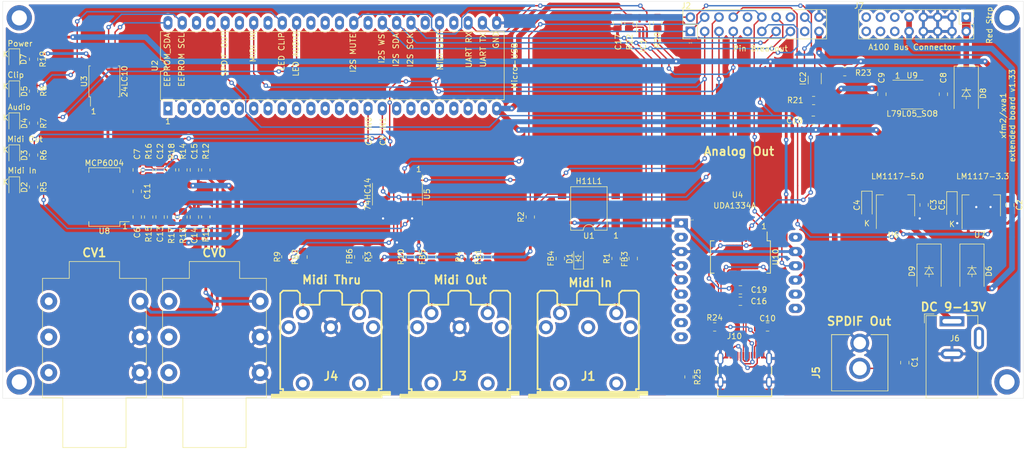
<source format=kicad_pcb>
(kicad_pcb (version 20171130) (host pcbnew "(5.1.10)-1")
  (layers (0 F.Cu signal) (31 B.Cu signal) (34 B.Paste user) (35 F.Paste user) (36 B.SilkS user) (37 F.SilkS user) (38 B.Mask user) (39 F.Mask user) (44 Edge.Cuts user))
  (net 0 "")
  (net 1 "Net-(C1-Pad1)")
  (net 2 SPDIF_OUT)
  (net 3 /MIDI_TX)
  (net 4 /MIDI_TX_RETURN)
  (net 5 "Net-(D2-Pad2)")
  (net 6 GND)
  (net 7 "Net-(D3-Pad2)")
  (net 8 "Net-(D4-Pad2)")
  (net 9 "Net-(D5-Pad2)")
  (net 10 MIDI_OUT)
  (net 11 I2S_SCK)
  (net 12 I2S_SDA)
  (net 13 I2S_WS)
  (net 14 I2S_MUTE)
  (net 15 LED_CLIP)
  (net 16 LED_AUDIO)
  (net 17 MIDI_IN)
  (net 18 "Net-(J1-Pad3)")
  (net 19 "Net-(J1-Pad2)")
  (net 20 "Net-(J1-Pad1)")
  (net 21 "Net-(J3-Pad1)")
  (net 22 "Net-(J3-Pad3)")
  (net 23 "Net-(J4-Pad3)")
  (net 24 "Net-(J4-Pad1)")
  (net 25 "Net-(U1-Pad3)")
  (net 26 "Net-(U2-Pad1)")
  (net 27 "Net-(U2-Pad2)")
  (net 28 "Net-(U2-Pad3)")
  (net 29 "Net-(U2-Pad4)")
  (net 30 "Net-(U2-Pad28)")
  (net 31 "Net-(U2-Pad5)")
  (net 32 "Net-(U2-Pad6)")
  (net 33 "Net-(U2-Pad30)")
  (net 34 "Net-(U2-Pad7)")
  (net 35 "Net-(U2-Pad8)")
  (net 36 "Net-(U2-Pad9)")
  (net 37 "Net-(U2-Pad10)")
  (net 38 "Net-(U2-Pad34)")
  (net 39 "Net-(U2-Pad11)")
  (net 40 "Net-(U2-Pad12)")
  (net 41 "Net-(U2-Pad13)")
  (net 42 "Net-(U2-Pad14)")
  (net 43 "Net-(U2-Pad17)")
  (net 44 "Net-(U2-Pad18)")
  (net 45 "Net-(U2-Pad19)")
  (net 46 "Net-(U2-Pad20)")
  (net 47 "Net-(U2-Pad21)")
  (net 48 "Net-(U2-Pad22)")
  (net 49 "Net-(U2-Pad46)")
  (net 50 "Net-(U2-Pad23)")
  (net 51 "Net-(U4-Pad10)")
  (net 52 "Net-(U4-Pad2)")
  (net 53 "Net-(U4-Pad7)")
  (net 54 "Net-(U4-Pad8)")
  (net 55 "Net-(U4-Pad9)")
  (net 56 "Net-(U4-Pad14)")
  (net 57 "Net-(U4-Pad15)")
  (net 58 "Net-(D1-Pad2)")
  (net 59 "Net-(FB3-Pad1)")
  (net 60 "Net-(FB5-Pad2)")
  (net 61 "Net-(FB1-Pad1)")
  (net 62 "Net-(FB2-Pad1)")
  (net 63 "Net-(FB6-Pad2)")
  (net 64 "Net-(FB3-Pad2)")
  (net 65 "Net-(FB2-Pad2)")
  (net 66 "Net-(FB1-Pad2)")
  (net 67 "Net-(FB5-Pad1)")
  (net 68 "Net-(FB6-Pad1)")
  (net 69 "Net-(U2-Pad43)")
  (net 70 "Net-(U5-Pad10)")
  (net 71 "Net-(U5-Pad12)")
  (net 72 "Net-(R9-Pad2)")
  (net 73 EEPROM_SCL)
  (net 74 EEPROM_SDA)
  (net 75 "Net-(U5-Pad8)")
  (net 76 MIDI_IN_INV)
  (net 77 "Net-(J2-Pad16)")
  (net 78 "Net-(U2-Pad37)")
  (net 79 "Net-(U2-Pad38)")
  (net 80 "Net-(U2-Pad41)")
  (net 81 +5V)
  (net 82 +3V3)
  (net 83 "Net-(C6-Pad1)")
  (net 84 "Net-(C6-Pad2)")
  (net 85 "Net-(C7-Pad2)")
  (net 86 "Net-(C7-Pad1)")
  (net 87 "Net-(J2-Pad10)")
  (net 88 -5V)
  (net 89 -12V)
  (net 90 CV0_3.3V)
  (net 91 CV1_3.3V)
  (net 92 "Net-(U2-Pad36)")
  (net 93 "Net-(U2-Pad45)")
  (net 94 "Net-(U8-Pad8)")
  (net 95 "Net-(U8-Pad14)")
  (net 96 "Net-(J7-Pad13)")
  (net 97 "Net-(J7-Pad14)")
  (net 98 "Net-(J7-Pad15)")
  (net 99 "Net-(J7-Pad16)")
  (net 100 "Net-(U9-Pad4)")
  (net 101 "Net-(U9-Pad8)")
  (net 102 "Net-(D7-Pad2)")
  (net 103 MIDI_OUT_INV)
  (net 104 "Net-(J2-Pad9)")
  (net 105 "Net-(C3-Pad1)")
  (net 106 "Net-(J8-PadT)")
  (net 107 "Net-(J9-PadT)")
  (net 108 "Net-(C8-Pad1)")
  (net 109 UART_RX_5V)
  (net 110 "Net-(IC1-Pad1)")
  (net 111 "Net-(IC2-Pad1)")
  (net 112 UART_TX_5V)
  (net 113 "Net-(J2-Pad17)")
  (net 114 "Net-(D9-Pad2)")
  (net 115 +12V)
  (net 116 "Net-(J7-Pad11)")
  (net 117 "Net-(J7-Pad12)")
  (net 118 "Net-(C10-Pad1)")
  (net 119 /VBUS)
  (net 120 "Net-(J10-PadA5)")
  (net 121 /D+)
  (net 122 /D-)
  (net 123 "Net-(J10-PadA8)")
  (net 124 "Net-(J10-PadB5)")
  (net 125 "Net-(J10-PadB8)")
  (net 126 "Net-(U10-Pad2)")
  (net 127 "Net-(U10-Pad3)")
  (net 128 "Net-(U10-Pad6)")
  (net 129 "Net-(U10-Pad8)")
  (net 130 "Net-(U10-Pad9)")
  (net 131 "Net-(U10-Pad10)")
  (net 132 "Net-(U10-Pad11)")
  (net 133 "Net-(U10-Pad12)")
  (net 134 "Net-(U10-Pad13)")
  (net 135 "Net-(U10-Pad14)")
  (net 136 "Net-(U10-Pad19)")
  (net 137 "Net-(U10-Pad22)")
  (net 138 "Net-(U10-Pad23)")
  (net 139 "Net-(U10-Pad24)")
  (net 140 "Net-(U10-Pad25)")
  (net 141 "Net-(U10-Pad26)")
  (net 142 "Net-(U10-Pad27)")
  (net 143 "Net-(U10-Pad28)")
  (net 144 UART_RX_3.3V_FPGA)
  (net 145 UART_TX_3.3V_FPGA)
  (module samacsys:KLPX0848A2Y (layer F.Cu) (at 213.741 149.352 90)
    (fp_text reference J5 (at -0.762 -7.747 270) (layer F.SilkS) (effects (font (size 1.27 1.27) (thickness 0.254))))
    (fp_text value Conn_Coaxial hide)
    (pad 1 thru_hole circle (at 0 0 90) (size 3.765 3.765) (drill 2.51) (layers *.Cu *.Mask) (net 1 "Net-(C1-Pad1)"))
    (pad 2 thru_hole circle (at 4.5 0 90) (size 3.36 3.36) (drill 2.24) (layers *.Cu *.Mask) (net 6 GND))
  )
  (module MountingHole:MountingHole_2.7mm_M2.5_ISO7380_Pad (layer F.Cu) (at 239.903 86.995)
    (fp_text reference REF** hide)
    (fp_text value MountingHole_2.7mm_M2.5_ISO7380_Pad)
    (pad 1 thru_hole circle (at 0 0) (size 4.5 4.5) (drill 2.7) (layers *.Cu *.Mask))
  )
  (module MountingHole:MountingHole_2.7mm_M2.5_ISO7380_Pad (layer F.Cu) (at 239.903 151.765)
    (fp_text reference REF** hide)
    (fp_text value MountingHole_2.7mm_M2.5_ISO7380_Pad)
    (pad 1 thru_hole circle (at 0 0) (size 4.5 4.5) (drill 2.7) (layers *.Cu *.Mask))
  )
  (module MountingHole:MountingHole_2.7mm_M2.5_ISO7380_Pad (layer F.Cu) (at 64.389 151.765)
    (fp_text reference REF** hide)
    (fp_text value MountingHole_2.7mm_M2.5_ISO7380_Pad)
    (pad 1 thru_hole circle (at 0 0) (size 4.5 4.5) (drill 2.7) (layers *.Cu *.Mask))
  )
  (module MountingHole:MountingHole_2.7mm_M2.5_ISO7380_Pad (layer F.Cu) (at 64.389 86.995)
    (fp_text reference REF** hide)
    (fp_text value MountingHole_2.7mm_M2.5_ISO7380_Pad)
    (pad 1 thru_hole circle (at 0 0) (size 4.5 4.5) (drill 2.7) (layers *.Cu *.Mask))
  )
  (module xfm2:Adafruit_UDA1334A_Breakout (layer F.Cu) (at 181.991 118.364)
    (fp_text reference U4 (at 10.033 0.127) (layer F.SilkS))
    (fp_text value UDA1334A (at 9.525 2.032) (layer F.SilkS))
    (pad 10 thru_hole oval (at 20.328 7.67) (size 2.4 1.6) (drill 0.8) (layers *.Cu *.Mask) (net 51 "Net-(U4-Pad10)"))
    (pad 4 thru_hole oval (at 0.008 12.75) (size 2.4 1.6) (drill 0.8) (layers *.Cu *.Mask) (net 13 I2S_WS))
    (pad 11 thru_hole oval (at 20.328 10.21) (size 2.4 1.6) (drill 0.8) (layers *.Cu *.Mask) (net 82 +3V3))
    (pad 3 thru_hole oval (at 0.008 10.21) (size 2.4 1.6) (drill 0.8) (layers *.Cu *.Mask) (net 6 GND))
    (pad 12 thru_hole oval (at 20.328 12.75) (size 2.4 1.6) (drill 0.8) (layers *.Cu *.Mask) (net 14 I2S_MUTE))
    (pad 2 thru_hole oval (at 0.008 7.67) (size 2.4 1.6) (drill 0.8) (layers *.Cu *.Mask) (net 52 "Net-(U4-Pad2)"))
    (pad 13 thru_hole oval (at 20.328 15.29) (size 2.4 1.6) (drill 0.8) (layers *.Cu *.Mask) (net 82 +3V3))
    (pad 1 thru_hole rect (at 0.008 5.13) (size 2.4 1.6) (drill 0.8) (layers *.Cu *.Mask) (net 82 +3V3))
    (pad 5 thru_hole oval (at 0.008 15.24) (size 2.4 1.6) (drill 0.8) (layers *.Cu *.Mask) (net 12 I2S_SDA))
    (pad 6 thru_hole oval (at 0 17.78) (size 2.4 1.6) (drill 0.8) (layers *.Cu *.Mask) (net 11 I2S_SCK))
    (pad 7 thru_hole oval (at 0 20.32) (size 2.4 1.6) (drill 0.8) (layers *.Cu *.Mask) (net 53 "Net-(U4-Pad7)"))
    (pad 8 thru_hole oval (at 0 22.86) (size 2.4 1.6) (drill 0.8) (layers *.Cu *.Mask) (net 54 "Net-(U4-Pad8)"))
    (pad 9 thru_hole oval (at 0 25.4) (size 2.4 1.6) (drill 0.8) (layers *.Cu *.Mask) (net 55 "Net-(U4-Pad9)"))
    (pad 14 thru_hole oval (at 20.32 17.78) (size 2.4 1.6) (drill 0.8) (layers *.Cu *.Mask) (net 56 "Net-(U4-Pad14)"))
    (pad 15 thru_hole oval (at 20.32 20.32) (size 2.4 1.6) (drill 0.8) (layers *.Cu *.Mask) (net 57 "Net-(U4-Pad15)"))
  )
  (module Connector_PinHeader_2.54mm:PinHeader_2x10_P2.54mm_Vertical (layer F.Cu) (at 183.642 89.408 90)
    (fp_text reference J2 (at 4.572 -0.762 180) (layer F.SilkS))
    (fp_text value "Pin Breakout")
    (pad 20 thru_hole oval (at 2.54 22.86 90) (size 1.7 1.7) (drill 1) (layers *.Cu *.Mask) (net 6 GND))
    (pad 19 thru_hole oval (at 0 22.86 90) (size 1.7 1.7) (drill 1) (layers *.Cu *.Mask) (net 82 +3V3))
    (pad 18 thru_hole oval (at 2.54 20.32 90) (size 1.7 1.7) (drill 1) (layers *.Cu *.Mask) (net 81 +5V))
    (pad 17 thru_hole oval (at 0 20.32 90) (size 1.7 1.7) (drill 1) (layers *.Cu *.Mask) (net 113 "Net-(J2-Pad17)"))
    (pad 16 thru_hole oval (at 2.54 17.78 90) (size 1.7 1.7) (drill 1) (layers *.Cu *.Mask) (net 77 "Net-(J2-Pad16)"))
    (pad 15 thru_hole oval (at 0 17.78 90) (size 1.7 1.7) (drill 1) (layers *.Cu *.Mask) (net 11 I2S_SCK))
    (pad 14 thru_hole oval (at 2.54 15.24 90) (size 1.7 1.7) (drill 1) (layers *.Cu *.Mask) (net 13 I2S_WS))
    (pad 13 thru_hole oval (at 0 15.24 90) (size 1.7 1.7) (drill 1) (layers *.Cu *.Mask) (net 12 I2S_SDA))
    (pad 12 thru_hole oval (at 2.54 12.7 90) (size 1.7 1.7) (drill 1) (layers *.Cu *.Mask) (net 14 I2S_MUTE))
    (pad 11 thru_hole oval (at 0 12.7 90) (size 1.7 1.7) (drill 1) (layers *.Cu *.Mask) (net 2 SPDIF_OUT))
    (pad 10 thru_hole oval (at 2.54 10.16 90) (size 1.7 1.7) (drill 1) (layers *.Cu *.Mask) (net 87 "Net-(J2-Pad10)"))
    (pad 9 thru_hole oval (at 0 10.16 90) (size 1.7 1.7) (drill 1) (layers *.Cu *.Mask) (net 104 "Net-(J2-Pad9)"))
    (pad 8 thru_hole oval (at 2.54 7.62 90) (size 1.7 1.7) (drill 1) (layers *.Cu *.Mask) (net 109 UART_RX_5V))
    (pad 7 thru_hole oval (at 0 7.62 90) (size 1.7 1.7) (drill 1) (layers *.Cu *.Mask) (net 112 UART_TX_5V))
    (pad 6 thru_hole oval (at 2.54 5.08 90) (size 1.7 1.7) (drill 1) (layers *.Cu *.Mask) (net 103 MIDI_OUT_INV))
    (pad 5 thru_hole oval (at 0 5.08 90) (size 1.7 1.7) (drill 1) (layers *.Cu *.Mask) (net 10 MIDI_OUT))
    (pad 4 thru_hole oval (at 2.54 2.54 90) (size 1.7 1.7) (drill 1) (layers *.Cu *.Mask) (net 76 MIDI_IN_INV))
    (pad 3 thru_hole oval (at 0 2.54 90) (size 1.7 1.7) (drill 1) (layers *.Cu *.Mask) (net 17 MIDI_IN))
    (pad 2 thru_hole oval (at 2.54 0 90) (size 1.7 1.7) (drill 1) (layers *.Cu *.Mask) (net 144 UART_RX_3.3V_FPGA))
    (pad 1 thru_hole rect (at 0 0 90) (size 1.7 1.7) (drill 1) (layers *.Cu *.Mask) (net 145 UART_TX_3.3V_FPGA))
  )
  (module Package_SO:SOIC-8_5.275x5.275mm_P1.27mm (layer F.Cu) (at 79.502 98.298 90)
    (fp_text reference U3 (at 0 -3.59 90) (layer F.SilkS))
    (fp_text value 24LC10 (at 0 3.59 90) (layer F.SilkS))
    (pad 8 smd roundrect (at 3.6 -1.905 90) (size 1.6 0.6) (layers F.Cu F.Paste F.Mask) (net 82 +3V3))
    (pad 7 smd roundrect (at 3.6 -0.635 90) (size 1.6 0.6) (layers F.Cu F.Paste F.Mask) (net 6 GND))
    (pad 6 smd roundrect (at 3.6 0.635 90) (size 1.6 0.6) (layers F.Cu F.Paste F.Mask) (net 73 EEPROM_SCL))
    (pad 5 smd roundrect (at 3.6 1.905 90) (size 1.6 0.6) (layers F.Cu F.Paste F.Mask) (net 74 EEPROM_SDA))
    (pad 4 smd roundrect (at -3.6 1.905 90) (size 1.6 0.6) (layers F.Cu F.Paste F.Mask) (net 6 GND))
    (pad 3 smd roundrect (at -3.6 0.635 90) (size 1.6 0.6) (layers F.Cu F.Paste F.Mask) (net 82 +3V3))
    (pad 2 smd roundrect (at -3.6 -0.635 90) (size 1.6 0.6) (layers F.Cu F.Paste F.Mask) (net 6 GND))
    (pad 1 smd roundrect (at -3.6 -1.905 90) (size 1.6 0.6) (layers F.Cu F.Paste F.Mask) (net 6 GND))
  )
  (module Capacitor_SMD:C_0805_2012Metric_Pad1.18x1.45mm_HandSolder (layer F.Cu) (at 221.742 148.336 90)
    (fp_text reference C1 (at 0.127 1.778 90) (layer F.SilkS))
    (fp_text value 10nF)
    (pad 1 smd roundrect (at -1.0375 0 90) (size 1.175 1.45) (layers F.Cu F.Paste F.Mask) (roundrect_rratio 0.2127659574468085) (net 1 "Net-(C1-Pad1)"))
    (pad 2 smd roundrect (at 1.0375 0 90) (size 1.175 1.45) (layers F.Cu F.Paste F.Mask) (roundrect_rratio 0.2127659574468085) (net 2 SPDIF_OUT))
  )
  (module LED_SMD:LED_0805_2012Metric_Pad1.15x1.40mm_HandSolder (layer F.Cu) (at 63.5 117.139 270)
    (fp_text reference D2 (at 0 -1.778 90) (layer F.SilkS))
    (fp_text value LED_MIDI_IN)
    (pad 2 smd roundrect (at 1.025 0 270) (size 1.15 1.4) (layers F.Cu F.Paste F.Mask) (roundrect_rratio 0.2173904347826087) (net 5 "Net-(D2-Pad2)"))
    (pad 1 smd roundrect (at -1.025 0 270) (size 1.15 1.4) (layers F.Cu F.Paste F.Mask) (roundrect_rratio 0.2173904347826087) (net 6 GND))
  )
  (module LED_SMD:LED_0805_2012Metric_Pad1.15x1.40mm_HandSolder (layer F.Cu) (at 63.5 111.451332 270)
    (fp_text reference D3 (at 0 -1.778 90) (layer F.SilkS))
    (fp_text value LED_MIDI_OUT)
    (pad 1 smd roundrect (at -1.025 0 270) (size 1.15 1.4) (layers F.Cu F.Paste F.Mask) (roundrect_rratio 0.2173904347826087) (net 6 GND))
    (pad 2 smd roundrect (at 1.025 0 270) (size 1.15 1.4) (layers F.Cu F.Paste F.Mask) (roundrect_rratio 0.2173904347826087) (net 7 "Net-(D3-Pad2)"))
  )
  (module LED_SMD:LED_0805_2012Metric_Pad1.15x1.40mm_HandSolder (layer F.Cu) (at 63.5 105.763666 270)
    (fp_text reference D4 (at 0 -1.778 90) (layer F.SilkS))
    (fp_text value LED_AUDIO)
    (pad 1 smd roundrect (at -1.025 0 270) (size 1.15 1.4) (layers F.Cu F.Paste F.Mask) (roundrect_rratio 0.2173904347826087) (net 6 GND))
    (pad 2 smd roundrect (at 1.025 0 270) (size 1.15 1.4) (layers F.Cu F.Paste F.Mask) (roundrect_rratio 0.2173904347826087) (net 8 "Net-(D4-Pad2)"))
  )
  (module LED_SMD:LED_0805_2012Metric_Pad1.15x1.40mm_HandSolder (layer F.Cu) (at 63.5 100.076 270)
    (fp_text reference D5 (at 0 -1.778 90) (layer F.SilkS))
    (fp_text value LED_CLIP)
    (pad 2 smd roundrect (at 1.025 0 270) (size 1.15 1.4) (layers F.Cu F.Paste F.Mask) (roundrect_rratio 0.2173904347826087) (net 9 "Net-(D5-Pad2)"))
    (pad 1 smd roundrect (at -1.025 0 270) (size 1.15 1.4) (layers F.Cu F.Paste F.Mask) (roundrect_rratio 0.2173904347826087) (net 6 GND))
  )
  (module avconnectors:din-5 (layer F.Cu) (at 165.481 145.034)
    (fp_text reference J1 (at 0 5.715) (layer F.SilkS) (effects (font (size 1.5 1.5) (thickness 0.3))))
    (fp_text value "Midi In" hide)
    (pad 3 thru_hole circle (at -7.5 -3) (size 2.5 2.5) (drill 1.4) (layers *.Cu *.Mask) (net 18 "Net-(J1-Pad3)"))
    (pad 4 thru_hole circle (at 5 -5.5) (size 2.5 2.5) (drill 1.4) (layers *.Cu *.Mask) (net 59 "Net-(FB3-Pad1)"))
    (pad 2 thru_hole circle (at 0 -3) (size 2.5 2.5) (drill 1.4) (layers *.Cu *.Mask) (net 19 "Net-(J1-Pad2)"))
    (pad 1 thru_hole circle (at 7.5 -3) (size 2.5 2.5) (drill 1.4) (layers *.Cu *.Mask) (net 20 "Net-(J1-Pad1)"))
    (pad 5 thru_hole circle (at -5 -5.5) (size 2.5 2.5) (drill 1.4) (layers *.Cu *.Mask) (net 4 /MIDI_TX_RETURN))
    (pad 6 thru_hole circle (at 5 7) (size 2.5 2.5) (drill 1.4) (layers *.Cu *.Mask))
    (pad 6 thru_hole circle (at -5 7) (size 2.5 2.5) (drill 1.4) (layers *.Cu *.Mask))
  )
  (module avconnectors:din-5 (layer F.Cu) (at 142.621 145.034)
    (fp_text reference J3 (at 0 5.715) (layer F.SilkS) (effects (font (size 1.5 1.5) (thickness 0.3))))
    (fp_text value "Midi Out" hide)
    (pad 6 thru_hole circle (at -5 7) (size 2.5 2.5) (drill 1.4) (layers *.Cu *.Mask))
    (pad 6 thru_hole circle (at 5 7) (size 2.5 2.5) (drill 1.4) (layers *.Cu *.Mask))
    (pad 5 thru_hole circle (at -5 -5.5) (size 2.5 2.5) (drill 1.4) (layers *.Cu *.Mask) (net 60 "Net-(FB5-Pad2)"))
    (pad 1 thru_hole circle (at 7.5 -3) (size 2.5 2.5) (drill 1.4) (layers *.Cu *.Mask) (net 21 "Net-(J3-Pad1)"))
    (pad 2 thru_hole circle (at 0 -3) (size 2.5 2.5) (drill 1.4) (layers *.Cu *.Mask) (net 6 GND))
    (pad 4 thru_hole circle (at 5 -5.5) (size 2.5 2.5) (drill 1.4) (layers *.Cu *.Mask) (net 61 "Net-(FB1-Pad1)"))
    (pad 3 thru_hole circle (at -7.5 -3) (size 2.5 2.5) (drill 1.4) (layers *.Cu *.Mask) (net 22 "Net-(J3-Pad3)"))
  )
  (module avconnectors:din-5 (layer F.Cu) (at 119.761 145.034)
    (fp_text reference J4 (at 0 5.715) (layer F.SilkS) (effects (font (size 1.5 1.5) (thickness 0.3))))
    (fp_text value "Midi Thru" hide)
    (pad 3 thru_hole circle (at -7.5 -3) (size 2.5 2.5) (drill 1.4) (layers *.Cu *.Mask) (net 23 "Net-(J4-Pad3)"))
    (pad 4 thru_hole circle (at 5 -5.5) (size 2.5 2.5) (drill 1.4) (layers *.Cu *.Mask) (net 63 "Net-(FB6-Pad2)"))
    (pad 2 thru_hole circle (at 0 -3) (size 2.5 2.5) (drill 1.4) (layers *.Cu *.Mask) (net 6 GND))
    (pad 1 thru_hole circle (at 7.5 -3) (size 2.5 2.5) (drill 1.4) (layers *.Cu *.Mask) (net 24 "Net-(J4-Pad1)"))
    (pad 5 thru_hole circle (at -5 -5.5) (size 2.5 2.5) (drill 1.4) (layers *.Cu *.Mask) (net 62 "Net-(FB2-Pad1)"))
    (pad 6 thru_hole circle (at 5 7) (size 2.5 2.5) (drill 1.4) (layers *.Cu *.Mask))
    (pad 6 thru_hole circle (at -5 7) (size 2.5 2.5) (drill 1.4) (layers *.Cu *.Mask))
  )
  (module Package_DIP:DIP-48_W15.24mm_LongPads (layer F.Cu) (at 90.805 103.124 90)
    (fp_text reference U2 (at 7.62 -2.33 90) (layer F.SilkS))
    (fp_text value CmodA7-35T)
    (pad 1 thru_hole rect (at 0 0 90) (size 2.4 1.6) (drill 0.8) (layers *.Cu *.Mask) (net 26 "Net-(U2-Pad1)"))
    (pad 25 thru_hole oval (at 15.24 58.42 90) (size 2.4 1.6) (drill 0.8) (layers *.Cu *.Mask) (net 6 GND))
    (pad 2 thru_hole oval (at 0 2.54 90) (size 2.4 1.6) (drill 0.8) (layers *.Cu *.Mask) (net 27 "Net-(U2-Pad2)"))
    (pad 26 thru_hole oval (at 15.24 55.88 90) (size 2.4 1.6) (drill 0.8) (layers *.Cu *.Mask) (net 145 UART_TX_3.3V_FPGA))
    (pad 3 thru_hole oval (at 0 5.08 90) (size 2.4 1.6) (drill 0.8) (layers *.Cu *.Mask) (net 28 "Net-(U2-Pad3)"))
    (pad 27 thru_hole oval (at 15.24 53.34 90) (size 2.4 1.6) (drill 0.8) (layers *.Cu *.Mask) (net 144 UART_RX_3.3V_FPGA))
    (pad 4 thru_hole oval (at 0 7.62 90) (size 2.4 1.6) (drill 0.8) (layers *.Cu *.Mask) (net 29 "Net-(U2-Pad4)"))
    (pad 28 thru_hole oval (at 15.24 50.8 90) (size 2.4 1.6) (drill 0.8) (layers *.Cu *.Mask) (net 30 "Net-(U2-Pad28)"))
    (pad 5 thru_hole oval (at 0 10.16 90) (size 2.4 1.6) (drill 0.8) (layers *.Cu *.Mask) (net 31 "Net-(U2-Pad5)"))
    (pad 29 thru_hole oval (at 15.24 48.26 90) (size 2.4 1.6) (drill 0.8) (layers *.Cu *.Mask) (net 10 MIDI_OUT))
    (pad 6 thru_hole oval (at 0 12.7 90) (size 2.4 1.6) (drill 0.8) (layers *.Cu *.Mask) (net 32 "Net-(U2-Pad6)"))
    (pad 30 thru_hole oval (at 15.24 45.72 90) (size 2.4 1.6) (drill 0.8) (layers *.Cu *.Mask) (net 33 "Net-(U2-Pad30)"))
    (pad 7 thru_hole oval (at 0 15.24 90) (size 2.4 1.6) (drill 0.8) (layers *.Cu *.Mask) (net 34 "Net-(U2-Pad7)"))
    (pad 31 thru_hole oval (at 15.24 43.18 90) (size 2.4 1.6) (drill 0.8) (layers *.Cu *.Mask) (net 11 I2S_SCK))
    (pad 8 thru_hole oval (at 0 17.78 90) (size 2.4 1.6) (drill 0.8) (layers *.Cu *.Mask) (net 35 "Net-(U2-Pad8)"))
    (pad 32 thru_hole oval (at 15.24 40.64 90) (size 2.4 1.6) (drill 0.8) (layers *.Cu *.Mask) (net 12 I2S_SDA))
    (pad 9 thru_hole oval (at 0 20.32 90) (size 2.4 1.6) (drill 0.8) (layers *.Cu *.Mask) (net 36 "Net-(U2-Pad9)"))
    (pad 33 thru_hole oval (at 15.24 38.1 90) (size 2.4 1.6) (drill 0.8) (layers *.Cu *.Mask) (net 13 I2S_WS))
    (pad 10 thru_hole oval (at 0 22.86 90) (size 2.4 1.6) (drill 0.8) (layers *.Cu *.Mask) (net 37 "Net-(U2-Pad10)"))
    (pad 34 thru_hole oval (at 15.24 35.56 90) (size 2.4 1.6) (drill 0.8) (layers *.Cu *.Mask) (net 38 "Net-(U2-Pad34)"))
    (pad 11 thru_hole oval (at 0 25.4 90) (size 2.4 1.6) (drill 0.8) (layers *.Cu *.Mask) (net 39 "Net-(U2-Pad11)"))
    (pad 35 thru_hole oval (at 15.24 33.02 90) (size 2.4 1.6) (drill 0.8) (layers *.Cu *.Mask) (net 14 I2S_MUTE))
    (pad 12 thru_hole oval (at 0 27.94 90) (size 2.4 1.6) (drill 0.8) (layers *.Cu *.Mask) (net 40 "Net-(U2-Pad12)"))
    (pad 36 thru_hole oval (at 15.24 30.48 90) (size 2.4 1.6) (drill 0.8) (layers *.Cu *.Mask) (net 92 "Net-(U2-Pad36)"))
    (pad 13 thru_hole oval (at 0 30.48 90) (size 2.4 1.6) (drill 0.8) (layers *.Cu *.Mask) (net 41 "Net-(U2-Pad13)"))
    (pad 37 thru_hole oval (at 15.24 27.94 90) (size 2.4 1.6) (drill 0.8) (layers *.Cu *.Mask) (net 78 "Net-(U2-Pad37)"))
    (pad 14 thru_hole oval (at 0 33.02 90) (size 2.4 1.6) (drill 0.8) (layers *.Cu *.Mask) (net 42 "Net-(U2-Pad14)"))
    (pad 38 thru_hole oval (at 15.24 25.4 90) (size 2.4 1.6) (drill 0.8) (layers *.Cu *.Mask) (net 79 "Net-(U2-Pad38)"))
    (pad 15 thru_hole oval (at 0 35.56 90) (size 2.4 1.6) (drill 0.8) (layers *.Cu *.Mask) (net 90 CV0_3.3V))
    (pad 39 thru_hole oval (at 15.24 22.86 90) (size 2.4 1.6) (drill 0.8) (layers *.Cu *.Mask) (net 16 LED_AUDIO))
    (pad 16 thru_hole oval (at 0 38.1 90) (size 2.4 1.6) (drill 0.8) (layers *.Cu *.Mask) (net 91 CV1_3.3V))
    (pad 40 thru_hole oval (at 15.24 20.32 90) (size 2.4 1.6) (drill 0.8) (layers *.Cu *.Mask) (net 15 LED_CLIP))
    (pad 17 thru_hole oval (at 0 40.64 90) (size 2.4 1.6) (drill 0.8) (layers *.Cu *.Mask) (net 43 "Net-(U2-Pad17)"))
    (pad 41 thru_hole oval (at 15.24 17.78 90) (size 2.4 1.6) (drill 0.8) (layers *.Cu *.Mask) (net 80 "Net-(U2-Pad41)"))
    (pad 18 thru_hole oval (at 0 43.18 90) (size 2.4 1.6) (drill 0.8) (layers *.Cu *.Mask) (net 44 "Net-(U2-Pad18)"))
    (pad 42 thru_hole oval (at 15.24 15.24 90) (size 2.4 1.6) (drill 0.8) (layers *.Cu *.Mask) (net 17 MIDI_IN))
    (pad 19 thru_hole oval (at 0 45.72 90) (size 2.4 1.6) (drill 0.8) (layers *.Cu *.Mask) (net 45 "Net-(U2-Pad19)"))
    (pad 43 thru_hole oval (at 15.24 12.7 90) (size 2.4 1.6) (drill 0.8) (layers *.Cu *.Mask) (net 69 "Net-(U2-Pad43)"))
    (pad 20 thru_hole oval (at 0 48.26 90) (size 2.4 1.6) (drill 0.8) (layers *.Cu *.Mask) (net 46 "Net-(U2-Pad20)"))
    (pad 44 thru_hole oval (at 15.24 10.16 90) (size 2.4 1.6) (drill 0.8) (layers *.Cu *.Mask) (net 2 SPDIF_OUT))
    (pad 21 thru_hole oval (at 0 50.8 90) (size 2.4 1.6) (drill 0.8) (layers *.Cu *.Mask) (net 47 "Net-(U2-Pad21)"))
    (pad 45 thru_hole oval (at 15.24 7.62 90) (size 2.4 1.6) (drill 0.8) (layers *.Cu *.Mask) (net 93 "Net-(U2-Pad45)"))
    (pad 22 thru_hole oval (at 0 53.34 90) (size 2.4 1.6) (drill 0.8) (layers *.Cu *.Mask) (net 48 "Net-(U2-Pad22)"))
    (pad 46 thru_hole oval (at 15.24 5.08 90) (size 2.4 1.6) (drill 0.8) (layers *.Cu *.Mask) (net 49 "Net-(U2-Pad46)"))
    (pad 23 thru_hole oval (at 0 55.88 90) (size 2.4 1.6) (drill 0.8) (layers *.Cu *.Mask) (net 50 "Net-(U2-Pad23)"))
    (pad 47 thru_hole oval (at 15.24 2.54 90) (size 2.4 1.6) (drill 0.8) (layers *.Cu *.Mask) (net 73 EEPROM_SCL))
    (pad 24 thru_hole oval (at 0 58.42 90) (size 2.4 1.6) (drill 0.8) (layers *.Cu *.Mask) (net 81 +5V))
    (pad 48 thru_hole oval (at 15.24 0 90) (size 2.4 1.6) (drill 0.8) (layers *.Cu *.Mask) (net 74 EEPROM_SDA))
  )
  (module Resistor_SMD:R_0805_2012Metric_Pad1.20x1.40mm_HandSolder (layer F.Cu) (at 170.434 129.794 90)
    (fp_text reference R1 (at 0 -1.65 90) (layer F.SilkS))
    (fp_text value 220)
    (pad 2 smd roundrect (at 1 0 90) (size 1.2 1.4) (layers F.Cu F.Paste F.Mask) (roundrect_rratio 0.2083325) (net 3 /MIDI_TX))
    (pad 1 smd roundrect (at -1 0 90) (size 1.2 1.4) (layers F.Cu F.Paste F.Mask) (roundrect_rratio 0.2083325) (net 64 "Net-(FB3-Pad2)"))
  )
  (module Resistor_SMD:R_0805_2012Metric_Pad1.20x1.40mm_HandSolder (layer F.Cu) (at 155.194 122.428 90)
    (fp_text reference R2 (at 0 -1.65 90) (layer F.SilkS))
    (fp_text value 470)
    (pad 1 smd roundrect (at -1 0 90) (size 1.2 1.4) (layers F.Cu F.Paste F.Mask) (roundrect_rratio 0.2083325) (net 82 +3V3))
    (pad 2 smd roundrect (at 1 0 90) (size 1.2 1.4) (layers F.Cu F.Paste F.Mask) (roundrect_rratio 0.2083325) (net 17 MIDI_IN))
  )
  (module Resistor_SMD:R_0805_2012Metric_Pad1.20x1.40mm_HandSolder (layer F.Cu) (at 127.762 129.51 90)
    (fp_text reference R3 (at 0 -1.397 90) (layer F.SilkS))
    (fp_text value 33)
    (pad 1 smd roundrect (at -1 0 90) (size 1.2 1.4) (layers F.Cu F.Paste F.Mask) (roundrect_rratio 0.2083325) (net 82 +3V3))
    (pad 2 smd roundrect (at 1 0 90) (size 1.2 1.4) (layers F.Cu F.Paste F.Mask) (roundrect_rratio 0.2083325) (net 68 "Net-(FB6-Pad1)"))
  )
  (module Resistor_SMD:R_0805_2012Metric_Pad1.20x1.40mm_HandSolder (layer F.Cu) (at 144.145 129.51 270)
    (fp_text reference R4 (at 0 1.651 90) (layer F.SilkS))
    (fp_text value 33)
    (pad 2 smd roundrect (at 1 0 270) (size 1.2 1.4) (layers F.Cu F.Paste F.Mask) (roundrect_rratio 0.2083325) (net 82 +3V3))
    (pad 1 smd roundrect (at -1 0 270) (size 1.2 1.4) (layers F.Cu F.Paste F.Mask) (roundrect_rratio 0.2083325) (net 66 "Net-(FB1-Pad2)"))
  )
  (module Resistor_SMD:R_0805_2012Metric_Pad1.20x1.40mm_HandSolder (layer F.Cu) (at 66.929 117.094 90)
    (fp_text reference R5 (at 0 1.778 90) (layer F.SilkS))
    (fp_text value 2k)
    (pad 2 smd roundrect (at 1 0 90) (size 1.2 1.4) (layers F.Cu F.Paste F.Mask) (roundrect_rratio 0.2083325) (net 76 MIDI_IN_INV))
    (pad 1 smd roundrect (at -1 0 90) (size 1.2 1.4) (layers F.Cu F.Paste F.Mask) (roundrect_rratio 0.2083325) (net 5 "Net-(D2-Pad2)"))
  )
  (module Resistor_SMD:R_0805_2012Metric_Pad1.20x1.40mm_HandSolder (layer F.Cu) (at 66.929 111.406332 90)
    (fp_text reference R6 (at 0 1.778 90) (layer F.SilkS))
    (fp_text value 2k)
    (pad 1 smd roundrect (at -1 0 90) (size 1.2 1.4) (layers F.Cu F.Paste F.Mask) (roundrect_rratio 0.2083325) (net 7 "Net-(D3-Pad2)"))
    (pad 2 smd roundrect (at 1 0 90) (size 1.2 1.4) (layers F.Cu F.Paste F.Mask) (roundrect_rratio 0.2083325) (net 10 MIDI_OUT))
  )
  (module Resistor_SMD:R_0805_2012Metric_Pad1.20x1.40mm_HandSolder (layer F.Cu) (at 66.929 105.718666 90)
    (fp_text reference R7 (at 0 1.778 90) (layer F.SilkS))
    (fp_text value 2k)
    (pad 2 smd roundrect (at 1 0 90) (size 1.2 1.4) (layers F.Cu F.Paste F.Mask) (roundrect_rratio 0.2083325) (net 16 LED_AUDIO))
    (pad 1 smd roundrect (at -1 0 90) (size 1.2 1.4) (layers F.Cu F.Paste F.Mask) (roundrect_rratio 0.2083325) (net 8 "Net-(D4-Pad2)"))
  )
  (module Resistor_SMD:R_0805_2012Metric_Pad1.20x1.40mm_HandSolder (layer F.Cu) (at 66.929 100.031 90)
    (fp_text reference R8 (at 0 1.778 90) (layer F.SilkS))
    (fp_text value 2k)
    (pad 1 smd roundrect (at -1 0 90) (size 1.2 1.4) (layers F.Cu F.Paste F.Mask) (roundrect_rratio 0.2083325) (net 9 "Net-(D5-Pad2)"))
    (pad 2 smd roundrect (at 1 0 90) (size 1.2 1.4) (layers F.Cu F.Paste F.Mask) (roundrect_rratio 0.2083325) (net 15 LED_CLIP))
  )
  (module Capacitor_SMD:C_0805_2012Metric_Pad1.18x1.45mm_HandSolder (layer F.Cu) (at 147.574 129.54 90)
    (fp_text reference FB1 (at 0 -1.651 90) (layer F.SilkS))
    (fp_text value Ferrite_Bead)
    (pad 1 smd roundrect (at -1.0375 0 90) (size 1.175 1.45) (layers F.Cu F.Paste F.Mask) (roundrect_rratio 0.2127659574468085) (net 61 "Net-(FB1-Pad1)"))
    (pad 2 smd roundrect (at 1.0375 0 90) (size 1.175 1.45) (layers F.Cu F.Paste F.Mask) (roundrect_rratio 0.2127659574468085) (net 66 "Net-(FB1-Pad2)"))
  )
  (module Capacitor_SMD:C_0805_2012Metric_Pad1.18x1.45mm_HandSolder (layer F.Cu) (at 114.808 129.54 90)
    (fp_text reference FB2 (at 0 -1.397 90) (layer F.SilkS))
    (fp_text value Ferrite_Bead)
    (pad 2 smd roundrect (at 1.0375 0 90) (size 1.175 1.45) (layers F.Cu F.Paste F.Mask) (roundrect_rratio 0.2127659574468085) (net 65 "Net-(FB2-Pad2)"))
    (pad 1 smd roundrect (at -1.0375 0 90) (size 1.175 1.45) (layers F.Cu F.Paste F.Mask) (roundrect_rratio 0.2127659574468085) (net 62 "Net-(FB2-Pad1)"))
  )
  (module Capacitor_SMD:C_0805_2012Metric_Pad1.18x1.45mm_HandSolder (layer F.Cu) (at 173.482 129.8155 90)
    (fp_text reference FB3 (at -0.1055 -1.524 90) (layer F.SilkS))
    (fp_text value Ferrite_Bead)
    (pad 2 smd roundrect (at 1.0375 0 90) (size 1.175 1.45) (layers F.Cu F.Paste F.Mask) (roundrect_rratio 0.2127659574468085) (net 64 "Net-(FB3-Pad2)"))
    (pad 1 smd roundrect (at -1.0375 0 90) (size 1.175 1.45) (layers F.Cu F.Paste F.Mask) (roundrect_rratio 0.2127659574468085) (net 59 "Net-(FB3-Pad1)"))
  )
  (module Capacitor_SMD:C_0805_2012Metric_Pad1.18x1.45mm_HandSolder (layer F.Cu) (at 160.528 129.794 90)
    (fp_text reference FB4 (at 0 -1.68 90) (layer F.SilkS))
    (fp_text value Ferrite_Bead)
    (pad 1 smd roundrect (at -1.0375 0 90) (size 1.175 1.45) (layers F.Cu F.Paste F.Mask) (roundrect_rratio 0.2127659574468085) (net 4 /MIDI_TX_RETURN))
    (pad 2 smd roundrect (at 1.0375 0 90) (size 1.175 1.45) (layers F.Cu F.Paste F.Mask) (roundrect_rratio 0.2127659574468085) (net 58 "Net-(D1-Pad2)"))
  )
  (module Capacitor_SMD:C_0805_2012Metric_Pad1.18x1.45mm_HandSolder (layer F.Cu) (at 137.668 129.54 270)
    (fp_text reference FB5 (at 0 1.651 90) (layer F.SilkS))
    (fp_text value Ferrite_Bead)
    (pad 2 smd roundrect (at 1.0375 0 270) (size 1.175 1.45) (layers F.Cu F.Paste F.Mask) (roundrect_rratio 0.2127659574468085) (net 60 "Net-(FB5-Pad2)"))
    (pad 1 smd roundrect (at -1.0375 0 270) (size 1.175 1.45) (layers F.Cu F.Paste F.Mask) (roundrect_rratio 0.2127659574468085) (net 67 "Net-(FB5-Pad1)"))
  )
  (module Capacitor_SMD:C_0805_2012Metric_Pad1.18x1.45mm_HandSolder (layer F.Cu) (at 124.714 129.54 270)
    (fp_text reference FB6 (at -0.127 1.651 90) (layer F.SilkS))
    (fp_text value Ferrite_Bead)
    (pad 1 smd roundrect (at -1.0375 0 270) (size 1.175 1.45) (layers F.Cu F.Paste F.Mask) (roundrect_rratio 0.2127659574468085) (net 68 "Net-(FB6-Pad1)"))
    (pad 2 smd roundrect (at 1.0375 0 270) (size 1.175 1.45) (layers F.Cu F.Paste F.Mask) (roundrect_rratio 0.2127659574468085) (net 63 "Net-(FB6-Pad2)"))
  )
  (module Resistor_SMD:R_0805_2012Metric_Pad1.20x1.40mm_HandSolder (layer F.Cu) (at 111.76 129.51 270)
    (fp_text reference R9 (at 0 1.524 90) (layer F.SilkS))
    (fp_text value 10)
    (pad 1 smd roundrect (at -1 0 270) (size 1.2 1.4) (layers F.Cu F.Paste F.Mask) (roundrect_rratio 0.2083325) (net 65 "Net-(FB2-Pad2)"))
    (pad 2 smd roundrect (at 1 0 270) (size 1.2 1.4) (layers F.Cu F.Paste F.Mask) (roundrect_rratio 0.2083325) (net 72 "Net-(R9-Pad2)"))
  )
  (module Resistor_SMD:R_0805_2012Metric_Pad1.20x1.40mm_HandSolder (layer F.Cu) (at 133.858 129.51 90)
    (fp_text reference R10 (at 0 -1.65 90) (layer F.SilkS))
    (fp_text value 10)
    (pad 2 smd roundrect (at 1 0 90) (size 1.2 1.4) (layers F.Cu F.Paste F.Mask) (roundrect_rratio 0.2083325) (net 67 "Net-(FB5-Pad1)"))
    (pad 1 smd roundrect (at -1 0 90) (size 1.2 1.4) (layers F.Cu F.Paste F.Mask) (roundrect_rratio 0.2083325) (net 103 MIDI_OUT_INV))
  )
  (module Package_SO:SO-14_3.9x8.65mm_P1.27mm (layer F.Cu) (at 131.572 118.364 270)
    (fp_text reference U5 (at 0 -5.28 90) (layer F.SilkS))
    (fp_text value 74HC14 (at 0 5.28 90) (layer F.SilkS))
    (pad 1 smd roundrect (at -2.475 -3.81 270) (size 1.95 0.6) (layers F.Cu F.Paste F.Mask) (net 17 MIDI_IN))
    (pad 2 smd roundrect (at -2.475 -2.54 270) (size 1.95 0.6) (layers F.Cu F.Paste F.Mask) (net 76 MIDI_IN_INV))
    (pad 3 smd roundrect (at -2.475 -1.27 270) (size 1.95 0.6) (layers F.Cu F.Paste F.Mask) (net 76 MIDI_IN_INV))
    (pad 4 smd roundrect (at -2.475 0 270) (size 1.95 0.6) (layers F.Cu F.Paste F.Mask) (net 72 "Net-(R9-Pad2)"))
    (pad 5 smd roundrect (at -2.475 1.27 270) (size 1.95 0.6) (layers F.Cu F.Paste F.Mask) (net 10 MIDI_OUT))
    (pad 6 smd roundrect (at -2.475 2.54 270) (size 1.95 0.6) (layers F.Cu F.Paste F.Mask) (net 103 MIDI_OUT_INV))
    (pad 7 smd roundrect (at -2.475 3.81 270) (size 1.95 0.6) (layers F.Cu F.Paste F.Mask) (net 6 GND))
    (pad 8 smd roundrect (at 2.475 3.81 270) (size 1.95 0.6) (layers F.Cu F.Paste F.Mask) (net 75 "Net-(U5-Pad8)"))
    (pad 9 smd roundrect (at 2.475 2.54 270) (size 1.95 0.6) (layers F.Cu F.Paste F.Mask) (net 6 GND))
    (pad 10 smd roundrect (at 2.475 1.27 270) (size 1.95 0.6) (layers F.Cu F.Paste F.Mask) (net 70 "Net-(U5-Pad10)"))
    (pad 11 smd roundrect (at 2.475 0 270) (size 1.95 0.6) (layers F.Cu F.Paste F.Mask) (net 6 GND))
    (pad 12 smd roundrect (at 2.475 -1.27 270) (size 1.95 0.6) (layers F.Cu F.Paste F.Mask) (net 71 "Net-(U5-Pad12)"))
    (pad 13 smd roundrect (at 2.475 -2.54 270) (size 1.95 0.6) (layers F.Cu F.Paste F.Mask) (net 6 GND))
    (pad 14 smd roundrect (at 2.475 -3.81 270) (size 1.95 0.6) (layers F.Cu F.Paste F.Mask) (net 82 +3V3))
  )
  (module Package_DIP:SMDIP-6_W9.53mm_Clearance8mm (layer F.Cu) (at 165.608 120.904 180)
    (fp_text reference U1 (at 0 -4.87) (layer F.SilkS))
    (fp_text value H11L1 (at 0 4.87) (layer F.SilkS))
    (pad 1 smd rect (at -4.765 -2.54 180) (size 1.5 1.78) (layers F.Cu F.Paste F.Mask) (net 3 /MIDI_TX))
    (pad 4 smd rect (at 4.765 2.54 180) (size 1.5 1.78) (layers F.Cu F.Paste F.Mask) (net 17 MIDI_IN))
    (pad 2 smd rect (at -4.765 0 180) (size 1.5 1.78) (layers F.Cu F.Paste F.Mask) (net 58 "Net-(D1-Pad2)"))
    (pad 5 smd rect (at 4.765 0 180) (size 1.5 1.78) (layers F.Cu F.Paste F.Mask) (net 6 GND))
    (pad 3 smd rect (at -4.765 2.54 180) (size 1.5 1.78) (layers F.Cu F.Paste F.Mask) (net 25 "Net-(U1-Pad3)"))
    (pad 6 smd rect (at 4.765 -2.54 180) (size 1.5 1.78) (layers F.Cu F.Paste F.Mask) (net 82 +3V3))
  )
  (module Capacitor_SMD:C_0805_2012Metric_Pad1.18x1.45mm_HandSolder (layer F.Cu) (at 240.411 120.289 270)
    (fp_text reference C2 (at 0 -1.68 90) (layer F.SilkS))
    (fp_text value 10uF)
    (pad 1 smd roundrect (at -1.0375 0 270) (size 1.175 1.45) (layers F.Cu F.Paste F.Mask) (roundrect_rratio 0.2127659574468085) (net 81 +5V))
    (pad 2 smd roundrect (at 1.0375 0 270) (size 1.175 1.45) (layers F.Cu F.Paste F.Mask) (roundrect_rratio 0.2127659574468085) (net 6 GND))
  )
  (module Capacitor_SMD:C_0805_2012Metric_Pad1.18x1.45mm_HandSolder (layer F.Cu) (at 225.171 120.269 270)
    (fp_text reference C3 (at 0 -1.68 90) (layer F.SilkS))
    (fp_text value 10uF)
    (pad 2 smd roundrect (at 1.0375 0 270) (size 1.175 1.45) (layers F.Cu F.Paste F.Mask) (roundrect_rratio 0.2127659574468085) (net 6 GND))
    (pad 1 smd roundrect (at -1.0375 0 270) (size 1.175 1.45) (layers F.Cu F.Paste F.Mask) (roundrect_rratio 0.2127659574468085) (net 105 "Net-(C3-Pad1)"))
  )
  (module Capacitor_SMD:C_0805_2012Metric_Pad1.18x1.45mm_HandSolder (layer F.Cu) (at 85.344 122.428 90)
    (fp_text reference C6 (at -2.794 0 270) (layer F.SilkS))
    (fp_text value 330p-560p)
    (pad 1 smd roundrect (at -1.0375 0 90) (size 1.175 1.45) (layers F.Cu F.Paste F.Mask) (roundrect_rratio 0.2127659574468085) (net 83 "Net-(C6-Pad1)"))
    (pad 2 smd roundrect (at 1.0375 0 90) (size 1.175 1.45) (layers F.Cu F.Paste F.Mask) (roundrect_rratio 0.2127659574468085) (net 84 "Net-(C6-Pad2)"))
  )
  (module Capacitor_SMD:C_0805_2012Metric_Pad1.18x1.45mm_HandSolder (layer F.Cu) (at 85.344 114.046 270)
    (fp_text reference C7 (at -2.794 0 270) (layer F.SilkS))
    (fp_text value 330p-560p)
    (pad 2 smd roundrect (at 1.0375 0 270) (size 1.175 1.45) (layers F.Cu F.Paste F.Mask) (roundrect_rratio 0.2127659574468085) (net 85 "Net-(C7-Pad2)"))
    (pad 1 smd roundrect (at -1.0375 0 270) (size 1.175 1.45) (layers F.Cu F.Paste F.Mask) (roundrect_rratio 0.2127659574468085) (net 86 "Net-(C7-Pad1)"))
  )
  (module Connector_BarrelJack:BarrelJack_Wuerth_6941xx301002 (layer F.Cu) (at 230.124 140.97)
    (fp_text reference J6 (at 0.508 3.048) (layer F.SilkS))
    (fp_text value Jack-DC)
    (pad 3 thru_hole oval (at 4.8 3 90) (size 4 1.8) (drill oval 3 0.8) (layers *.Cu *.Mask))
    (pad 2 thru_hole oval (at 0 5.8) (size 4 1.8) (drill oval 3 0.8) (layers *.Cu *.Mask) (net 6 GND))
    (pad 1 thru_hole rect (at 0 0) (size 4.4 1.8) (drill oval 3.4 0.8) (layers *.Cu *.Mask) (net 114 "Net-(D9-Pad2)"))
  )
  (module Connector_PinHeader_2.54mm:PinHeader_2x08_P2.54mm_Vertical (layer F.Cu) (at 232.664 86.868 270)
    (fp_text reference J7 (at -2.032 19.05 180) (layer F.SilkS))
    (fp_text value A-100_Bus_Connector)
    (pad 1 thru_hole rect (at 0 0 270) (size 1.7 1.7) (drill 1) (layers *.Cu *.Mask) (net 89 -12V))
    (pad 2 thru_hole oval (at 2.54 0 270) (size 1.7 1.7) (drill 1) (layers *.Cu *.Mask) (net 89 -12V))
    (pad 3 thru_hole oval (at 0 2.54 270) (size 1.7 1.7) (drill 1) (layers *.Cu *.Mask) (net 6 GND))
    (pad 4 thru_hole oval (at 2.54 2.54 270) (size 1.7 1.7) (drill 1) (layers *.Cu *.Mask) (net 6 GND))
    (pad 5 thru_hole oval (at 0 5.08 270) (size 1.7 1.7) (drill 1) (layers *.Cu *.Mask) (net 6 GND))
    (pad 6 thru_hole oval (at 2.54 5.08 270) (size 1.7 1.7) (drill 1) (layers *.Cu *.Mask) (net 6 GND))
    (pad 7 thru_hole oval (at 0 7.62 270) (size 1.7 1.7) (drill 1) (layers *.Cu *.Mask) (net 6 GND))
    (pad 8 thru_hole oval (at 2.54 7.62 270) (size 1.7 1.7) (drill 1) (layers *.Cu *.Mask) (net 6 GND))
    (pad 9 thru_hole oval (at 0 10.16 270) (size 1.7 1.7) (drill 1) (layers *.Cu *.Mask) (net 115 +12V))
    (pad 10 thru_hole oval (at 2.54 10.16 270) (size 1.7 1.7) (drill 1) (layers *.Cu *.Mask) (net 115 +12V))
    (pad 11 thru_hole oval (at 0 12.7 270) (size 1.7 1.7) (drill 1) (layers *.Cu *.Mask) (net 116 "Net-(J7-Pad11)"))
    (pad 12 thru_hole oval (at 2.54 12.7 270) (size 1.7 1.7) (drill 1) (layers *.Cu *.Mask) (net 117 "Net-(J7-Pad12)"))
    (pad 13 thru_hole oval (at 0 15.24 270) (size 1.7 1.7) (drill 1) (layers *.Cu *.Mask) (net 96 "Net-(J7-Pad13)"))
    (pad 14 thru_hole oval (at 2.54 15.24 270) (size 1.7 1.7) (drill 1) (layers *.Cu *.Mask) (net 97 "Net-(J7-Pad14)"))
    (pad 15 thru_hole oval (at 0 17.78 270) (size 1.7 1.7) (drill 1) (layers *.Cu *.Mask) (net 98 "Net-(J7-Pad15)"))
    (pad 16 thru_hole oval (at 2.54 17.78 270) (size 1.7 1.7) (drill 1) (layers *.Cu *.Mask) (net 99 "Net-(J7-Pad16)"))
  )
  (module Resistor_SMD:R_0805_2012Metric_Pad1.20x1.40mm_HandSolder (layer F.Cu) (at 97.536 122.428 270)
    (fp_text reference R11 (at 3.048 0 90) (layer F.SilkS))
    (fp_text value 100k)
    (pad 1 smd roundrect (at -1 0 270) (size 1.2 1.4) (layers F.Cu F.Paste F.Mask) (roundrect_rratio 0.2083325) (net 84 "Net-(C6-Pad2)"))
    (pad 2 smd roundrect (at 1 0 270) (size 1.2 1.4) (layers F.Cu F.Paste F.Mask) (roundrect_rratio 0.2083325) (net 106 "Net-(J8-PadT)"))
  )
  (module Resistor_SMD:R_0805_2012Metric_Pad1.20x1.40mm_HandSolder (layer F.Cu) (at 97.536 114.046 270)
    (fp_text reference R12 (at -3.302 0 90) (layer F.SilkS))
    (fp_text value 100k)
    (pad 1 smd roundrect (at -1 0 270) (size 1.2 1.4) (layers F.Cu F.Paste F.Mask) (roundrect_rratio 0.2083325) (net 85 "Net-(C7-Pad2)"))
    (pad 2 smd roundrect (at 1 0 270) (size 1.2 1.4) (layers F.Cu F.Paste F.Mask) (roundrect_rratio 0.2083325) (net 107 "Net-(J9-PadT)"))
  )
  (module Resistor_SMD:R_0805_2012Metric_Pad1.20x1.40mm_HandSolder (layer F.Cu) (at 93.472 122.428 270)
    (fp_text reference R13 (at 3.302 0 90) (layer F.SilkS))
    (fp_text value 100k)
    (pad 2 smd roundrect (at 1 0 270) (size 1.2 1.4) (layers F.Cu F.Paste F.Mask) (roundrect_rratio 0.2083325) (net 88 -5V))
    (pad 1 smd roundrect (at -1 0 270) (size 1.2 1.4) (layers F.Cu F.Paste F.Mask) (roundrect_rratio 0.2083325) (net 84 "Net-(C6-Pad2)"))
  )
  (module Resistor_SMD:R_0805_2012Metric_Pad1.20x1.40mm_HandSolder (layer F.Cu) (at 93.472 114.046 270)
    (fp_text reference R14 (at -3.302 0 90) (layer F.SilkS))
    (fp_text value 100k)
    (pad 2 smd roundrect (at 1 0 270) (size 1.2 1.4) (layers F.Cu F.Paste F.Mask) (roundrect_rratio 0.2083325) (net 88 -5V))
    (pad 1 smd roundrect (at -1 0 270) (size 1.2 1.4) (layers F.Cu F.Paste F.Mask) (roundrect_rratio 0.2083325) (net 85 "Net-(C7-Pad2)"))
  )
  (module Resistor_SMD:R_0805_2012Metric_Pad1.20x1.40mm_HandSolder (layer F.Cu) (at 87.376 122.428 90)
    (fp_text reference R15 (at -3.048 0 90) (layer F.SilkS))
    (fp_text value 33k)
    (pad 1 smd roundrect (at -1 0 90) (size 1.2 1.4) (layers F.Cu F.Paste F.Mask) (roundrect_rratio 0.2083325) (net 83 "Net-(C6-Pad1)"))
    (pad 2 smd roundrect (at 1 0 90) (size 1.2 1.4) (layers F.Cu F.Paste F.Mask) (roundrect_rratio 0.2083325) (net 84 "Net-(C6-Pad2)"))
  )
  (module Resistor_SMD:R_0805_2012Metric_Pad1.20x1.40mm_HandSolder (layer F.Cu) (at 87.376 114.046 270)
    (fp_text reference R16 (at -3.302 0 270) (layer F.SilkS))
    (fp_text value 33k)
    (pad 2 smd roundrect (at 1 0 270) (size 1.2 1.4) (layers F.Cu F.Paste F.Mask) (roundrect_rratio 0.2083325) (net 85 "Net-(C7-Pad2)"))
    (pad 1 smd roundrect (at -1 0 270) (size 1.2 1.4) (layers F.Cu F.Paste F.Mask) (roundrect_rratio 0.2083325) (net 86 "Net-(C7-Pad1)"))
  )
  (module Resistor_SMD:R_0805_2012Metric_Pad1.20x1.40mm_HandSolder (layer F.Cu) (at 91.44 122.428 90)
    (fp_text reference R17 (at -3.302 0 90) (layer F.SilkS))
    (fp_text value 100)
    (pad 2 smd roundrect (at 1 0 90) (size 1.2 1.4) (layers F.Cu F.Paste F.Mask) (roundrect_rratio 0.2083325) (net 90 CV0_3.3V))
    (pad 1 smd roundrect (at -1 0 90) (size 1.2 1.4) (layers F.Cu F.Paste F.Mask) (roundrect_rratio 0.2083325) (net 83 "Net-(C6-Pad1)"))
  )
  (module Resistor_SMD:R_0805_2012Metric_Pad1.20x1.40mm_HandSolder (layer F.Cu) (at 91.44 114.046 90)
    (fp_text reference R18 (at 3.302 0 90) (layer F.SilkS))
    (fp_text value 100)
    (pad 1 smd roundrect (at -1 0 90) (size 1.2 1.4) (layers F.Cu F.Paste F.Mask) (roundrect_rratio 0.2083325) (net 86 "Net-(C7-Pad1)"))
    (pad 2 smd roundrect (at 1 0 90) (size 1.2 1.4) (layers F.Cu F.Paste F.Mask) (roundrect_rratio 0.2083325) (net 91 CV1_3.3V))
  )
  (module Package_TO_SOT_SMD:SOT-223-3_TabPin2 (layer F.Cu) (at 220.091 120.396 90)
    (fp_text reference U6 (at -5.207 -0.381 180) (layer F.SilkS))
    (fp_text value LM1117-5.0 (at 5.207 0.381 180) (layer F.SilkS))
    (pad 2 smd rect (at 3.15 0 90) (size 2 3.8) (layers F.Cu F.Paste F.Mask) (net 81 +5V))
    (pad 2 smd rect (at -3.15 0 90) (size 2 1.5) (layers F.Cu F.Paste F.Mask) (net 81 +5V))
    (pad 3 smd rect (at -3.15 2.3 90) (size 2 1.5) (layers F.Cu F.Paste F.Mask) (net 105 "Net-(C3-Pad1)"))
    (pad 1 smd rect (at -3.15 -2.3 90) (size 2 1.5) (layers F.Cu F.Paste F.Mask) (net 6 GND))
  )
  (module Package_TO_SOT_SMD:SOT-223-3_TabPin2 (layer F.Cu) (at 235.331 120.396 90)
    (fp_text reference U7 (at -5.207 -0.254 180) (layer F.SilkS))
    (fp_text value LM1117-3.3 (at 5.207 0.254 180) (layer F.SilkS))
    (pad 1 smd rect (at -3.15 -2.3 90) (size 2 1.5) (layers F.Cu F.Paste F.Mask) (net 6 GND))
    (pad 3 smd rect (at -3.15 2.3 90) (size 2 1.5) (layers F.Cu F.Paste F.Mask) (net 81 +5V))
    (pad 2 smd rect (at -3.15 0 90) (size 2 1.5) (layers F.Cu F.Paste F.Mask) (net 82 +3V3))
    (pad 2 smd rect (at 3.15 0 90) (size 2 3.8) (layers F.Cu F.Paste F.Mask) (net 82 +3V3))
  )
  (module Package_SO:SO-14_5.3x10.2mm_P1.27mm (layer F.Cu) (at 79.502 118.872 180)
    (fp_text reference U8 (at 0 -6.05) (layer F.SilkS))
    (fp_text value MCP6004 (at 0 6.05) (layer F.SilkS))
    (pad 1 smd roundrect (at -3.4625 -3.81 180) (size 1.975 0.6) (layers F.Cu F.Paste F.Mask) (net 83 "Net-(C6-Pad1)"))
    (pad 2 smd roundrect (at -3.4625 -2.54 180) (size 1.975 0.6) (layers F.Cu F.Paste F.Mask) (net 84 "Net-(C6-Pad2)"))
    (pad 3 smd roundrect (at -3.4625 -1.27 180) (size 1.975 0.6) (layers F.Cu F.Paste F.Mask) (net 6 GND))
    (pad 4 smd roundrect (at -3.4625 0 180) (size 1.975 0.6) (layers F.Cu F.Paste F.Mask) (net 82 +3V3))
    (pad 5 smd roundrect (at -3.4625 1.27 180) (size 1.975 0.6) (layers F.Cu F.Paste F.Mask) (net 6 GND))
    (pad 6 smd roundrect (at -3.4625 2.54 180) (size 1.975 0.6) (layers F.Cu F.Paste F.Mask) (net 85 "Net-(C7-Pad2)"))
    (pad 7 smd roundrect (at -3.4625 3.81 180) (size 1.975 0.6) (layers F.Cu F.Paste F.Mask) (net 86 "Net-(C7-Pad1)"))
    (pad 8 smd roundrect (at 3.4625 3.81 180) (size 1.975 0.6) (layers F.Cu F.Paste F.Mask) (net 94 "Net-(U8-Pad8)"))
    (pad 9 smd roundrect (at 3.4625 2.54 180) (size 1.975 0.6) (layers F.Cu F.Paste F.Mask) (net 6 GND))
    (pad 10 smd roundrect (at 3.4625 1.27 180) (size 1.975 0.6) (layers F.Cu F.Paste F.Mask) (net 82 +3V3))
    (pad 11 smd roundrect (at 3.4625 0 180) (size 1.975 0.6) (layers F.Cu F.Paste F.Mask) (net 6 GND))
    (pad 12 smd roundrect (at 3.4625 -1.27 180) (size 1.975 0.6) (layers F.Cu F.Paste F.Mask) (net 82 +3V3))
    (pad 13 smd roundrect (at 3.4625 -2.54 180) (size 1.975 0.6) (layers F.Cu F.Paste F.Mask) (net 6 GND))
    (pad 14 smd roundrect (at 3.4625 -3.81 180) (size 1.975 0.6) (layers F.Cu F.Paste F.Mask) (net 95 "Net-(U8-Pad14)"))
  )
  (module Diode_SMD:D_SOD-323_HandSoldering (layer F.Cu) (at 163.7665 129.794 90)
    (fp_text reference D1 (at 0 -1.5875 90) (layer F.SilkS))
    (fp_text value 1N4148)
    (pad 1 smd rect (at -1.25 0 90) (size 1 1) (layers F.Cu F.Paste F.Mask) (net 3 /MIDI_TX))
    (pad 2 smd rect (at 1.25 0 90) (size 1 1) (layers F.Cu F.Paste F.Mask) (net 58 "Net-(D1-Pad2)"))
  )
  (module Capacitor_Tantalum_SMD:CP_EIA-3216-18_Kemet-A_Pad1.58x1.35mm_HandSolder (layer F.Cu) (at 215.011 120.309 270)
    (fp_text reference C4 (at 0 1.778 90) (layer F.SilkS))
    (fp_text value 10uF)
    (pad 1 smd roundrect (at -1.4375 0 270) (size 1.575 1.35) (layers F.Cu F.Paste F.Mask) (roundrect_rratio 0.1851844444444445) (net 81 +5V))
    (pad 2 smd roundrect (at 1.4375 0 270) (size 1.575 1.35) (layers F.Cu F.Paste F.Mask) (roundrect_rratio 0.1851844444444445) (net 6 GND))
  )
  (module Capacitor_Tantalum_SMD:CP_EIA-3216-18_Kemet-A_Pad1.58x1.35mm_HandSolder (layer F.Cu) (at 230.124 120.396 270)
    (fp_text reference C5 (at -0.127 1.778 90) (layer F.SilkS))
    (fp_text value 10uF)
    (pad 2 smd roundrect (at 1.4375 0 270) (size 1.575 1.35) (layers F.Cu F.Paste F.Mask) (roundrect_rratio 0.1851844444444445) (net 6 GND))
    (pad 1 smd roundrect (at -1.4375 0 270) (size 1.575 1.35) (layers F.Cu F.Paste F.Mask) (roundrect_rratio 0.1851844444444445) (net 82 +3V3))
  )
  (module Package_SO:SOIC-8_3.9x4.9mm_P1.27mm (layer F.Cu) (at 223.054001 100.642001)
    (fp_text reference U9 (at 0 -3.4) (layer F.SilkS))
    (fp_text value L79L05_SO8 (at 0 3.4) (layer F.SilkS))
    (pad 1 smd roundrect (at -2.475 -1.905) (size 1.95 0.6) (layers F.Cu F.Paste F.Mask) (net 88 -5V))
    (pad 2 smd roundrect (at -2.475 -0.635) (size 1.95 0.6) (layers F.Cu F.Paste F.Mask) (net 108 "Net-(C8-Pad1)"))
    (pad 3 smd roundrect (at -2.475 0.635) (size 1.95 0.6) (layers F.Cu F.Paste F.Mask) (net 108 "Net-(C8-Pad1)"))
    (pad 4 smd roundrect (at -2.475 1.905) (size 1.95 0.6) (layers F.Cu F.Paste F.Mask) (net 100 "Net-(U9-Pad4)"))
    (pad 5 smd roundrect (at 2.475 1.905) (size 1.95 0.6) (layers F.Cu F.Paste F.Mask) (net 6 GND))
    (pad 6 smd roundrect (at 2.475 0.635) (size 1.95 0.6) (layers F.Cu F.Paste F.Mask) (net 108 "Net-(C8-Pad1)"))
    (pad 7 smd roundrect (at 2.475 -0.635) (size 1.95 0.6) (layers F.Cu F.Paste F.Mask) (net 108 "Net-(C8-Pad1)"))
    (pad 8 smd roundrect (at 2.475 -1.905) (size 1.95 0.6) (layers F.Cu F.Paste F.Mask) (net 101 "Net-(U9-Pad8)"))
  )
  (module LED_SMD:LED_0805_2012Metric_Pad1.15x1.40mm_HandSolder (layer F.Cu) (at 63.5 94.361 270)
    (fp_text reference D7 (at 0 -1.65 90) (layer F.SilkS))
    (fp_text value LED_POWER)
    (pad 1 smd roundrect (at -1.025 0 270) (size 1.15 1.4) (layers F.Cu F.Paste F.Mask) (roundrect_rratio 0.2173904347826087) (net 6 GND))
    (pad 2 smd roundrect (at 1.025 0 270) (size 1.15 1.4) (layers F.Cu F.Paste F.Mask) (roundrect_rratio 0.2173904347826087) (net 102 "Net-(D7-Pad2)"))
  )
  (module Resistor_SMD:R_0805_2012Metric_Pad1.20x1.40mm_HandSolder (layer F.Cu) (at 66.929 94.361 90)
    (fp_text reference R19 (at 0 1.651 90) (layer F.SilkS))
    (fp_text value 2k)
    (pad 1 smd roundrect (at -1 0 90) (size 1.2 1.4) (layers F.Cu F.Paste F.Mask) (roundrect_rratio 0.2083325) (net 102 "Net-(D7-Pad2)"))
    (pad 2 smd roundrect (at 1 0 90) (size 1.2 1.4) (layers F.Cu F.Paste F.Mask) (roundrect_rratio 0.2083325) (net 82 +3V3))
  )
  (module xfm2:Jack_6.35mm_Neutrik_NMJ6HFD2_Horizontal-ST-only (layer F.Cu) (at 107.188 137.414 270)
    (fp_text reference J8 hide)
    (fp_text value AudioJack2)
    (pad S thru_hole circle (at 6.35 0 270) (size 3 3) (drill 1.4) (layers *.Cu *.Mask) (net 6 GND))
    (pad S thru_hole circle (at 12.7 0 270) (size 3 3) (drill 1.4) (layers *.Cu *.Mask) (net 6 GND))
    (pad T thru_hole circle (at 0 0 270) (size 3 3) (drill 1.4) (layers *.Cu *.Mask) (net 106 "Net-(J8-PadT)"))
    (pad "" thru_hole circle (at 6.35 16.23 270) (size 3 3) (drill 1.4) (layers *.Cu *.Mask))
    (pad "" thru_hole circle (at 12.7 16.23 270) (size 3 3) (drill 1.4) (layers *.Cu *.Mask))
    (pad "" thru_hole circle (at 0 16.23 270) (size 3 3) (drill 1.4) (layers *.Cu *.Mask))
  )
  (module xfm2:Jack_6.35mm_Neutrik_NMJ6HFD2_Horizontal-ST-only (layer F.Cu) (at 85.852 137.414 270)
    (fp_text reference J9 hide)
    (fp_text value AudioJack2)
    (pad "" thru_hole circle (at 0 16.23 270) (size 3 3) (drill 1.4) (layers *.Cu *.Mask))
    (pad "" thru_hole circle (at 12.7 16.23 270) (size 3 3) (drill 1.4) (layers *.Cu *.Mask))
    (pad "" thru_hole circle (at 6.35 16.23 270) (size 3 3) (drill 1.4) (layers *.Cu *.Mask))
    (pad T thru_hole circle (at 0 0 270) (size 3 3) (drill 1.4) (layers *.Cu *.Mask) (net 107 "Net-(J9-PadT)"))
    (pad S thru_hole circle (at 12.7 0 270) (size 3 3) (drill 1.4) (layers *.Cu *.Mask) (net 6 GND))
    (pad S thru_hole circle (at 6.35 0 270) (size 3 3) (drill 1.4) (layers *.Cu *.Mask) (net 6 GND))
  )
  (module Capacitor_SMD:C_0805_2012Metric_Pad1.18x1.45mm_HandSolder (layer F.Cu) (at 85.344 117.856 90)
    (fp_text reference C11 (at 0 1.778 270) (layer F.SilkS))
    (fp_text value 100nF)
    (pad 1 smd roundrect (at -1.0375 0 90) (size 1.175 1.45) (layers F.Cu F.Paste F.Mask) (roundrect_rratio 0.2127659574468085) (net 82 +3V3))
    (pad 2 smd roundrect (at 1.0375 0 90) (size 1.175 1.45) (layers F.Cu F.Paste F.Mask) (roundrect_rratio 0.2127659574468085) (net 6 GND))
  )
  (module Capacitor_SMD:C_0805_2012Metric_Pad1.18x1.45mm_HandSolder (layer F.Cu) (at 89.408 114.046 90)
    (fp_text reference C12 (at 3.302 0 270) (layer F.SilkS))
    (fp_text value 100pF)
    (pad 1 smd roundrect (at -1.0375 0 90) (size 1.175 1.45) (layers F.Cu F.Paste F.Mask) (roundrect_rratio 0.2127659574468085) (net 6 GND))
    (pad 2 smd roundrect (at 1.0375 0 90) (size 1.175 1.45) (layers F.Cu F.Paste F.Mask) (roundrect_rratio 0.2127659574468085) (net 91 CV1_3.3V))
  )
  (module Capacitor_SMD:C_0805_2012Metric_Pad1.18x1.45mm_HandSolder (layer F.Cu) (at 89.408 122.428 90)
    (fp_text reference C13 (at -3.048 0 90) (layer F.SilkS))
    (fp_text value 100pF)
    (pad 2 smd roundrect (at 1.0375 0 90) (size 1.175 1.45) (layers F.Cu F.Paste F.Mask) (roundrect_rratio 0.2127659574468085) (net 90 CV0_3.3V))
    (pad 1 smd roundrect (at -1.0375 0 90) (size 1.175 1.45) (layers F.Cu F.Paste F.Mask) (roundrect_rratio 0.2127659574468085) (net 6 GND))
  )
  (module Capacitor_SMD:C_0805_2012Metric_Pad1.18x1.45mm_HandSolder (layer F.Cu) (at 228.6 100.584 270)
    (fp_text reference C8 (at -2.921 0 90) (layer F.SilkS))
    (fp_text value 330nF)
    (pad 2 smd roundrect (at 1.0375 0 270) (size 1.175 1.45) (layers F.Cu F.Paste F.Mask) (roundrect_rratio 0.2127659574468085) (net 6 GND))
    (pad 1 smd roundrect (at -1.0375 0 270) (size 1.175 1.45) (layers F.Cu F.Paste F.Mask) (roundrect_rratio 0.2127659574468085) (net 108 "Net-(C8-Pad1)"))
  )
  (module Capacitor_SMD:C_0805_2012Metric_Pad1.18x1.45mm_HandSolder (layer F.Cu) (at 217.678 100.584 270)
    (fp_text reference C9 (at -2.921 0.0635 90) (layer F.SilkS))
    (fp_text value 100nF)
    (pad 2 smd roundrect (at 1.0375 0 270) (size 1.175 1.45) (layers F.Cu F.Paste F.Mask) (roundrect_rratio 0.2127659574468085) (net 6 GND))
    (pad 1 smd roundrect (at -1.0375 0 270) (size 1.175 1.45) (layers F.Cu F.Paste F.Mask) (roundrect_rratio 0.2127659574468085) (net 88 -5V))
  )
  (module Capacitor_SMD:C_0805_2012Metric_Pad1.18x1.45mm_HandSolder (layer F.Cu) (at 95.504 122.428 270)
    (fp_text reference C14 (at 3.302 0 90) (layer F.SilkS))
    (fp_text value 100nF)
    (pad 1 smd roundrect (at -1.0375 0 270) (size 1.175 1.45) (layers F.Cu F.Paste F.Mask) (roundrect_rratio 0.2127659574468085) (net 6 GND))
    (pad 2 smd roundrect (at 1.0375 0 270) (size 1.175 1.45) (layers F.Cu F.Paste F.Mask) (roundrect_rratio 0.2127659574468085) (net 88 -5V))
  )
  (module Capacitor_SMD:C_0805_2012Metric_Pad1.18x1.45mm_HandSolder (layer F.Cu) (at 95.504 114.046 90)
    (fp_text reference C15 (at 3.302 0 90) (layer F.SilkS))
    (fp_text value 100nF)
    (pad 1 smd roundrect (at -1.0375 0 90) (size 1.175 1.45) (layers F.Cu F.Paste F.Mask) (roundrect_rratio 0.2127659574468085) (net 6 GND))
    (pad 2 smd roundrect (at 1.0375 0 90) (size 1.175 1.45) (layers F.Cu F.Paste F.Mask) (roundrect_rratio 0.2127659574468085) (net 88 -5V))
  )
  (module Resistor_SMD:R_0805_2012Metric_Pad1.20x1.40mm_HandSolder (layer F.Cu) (at 177.8 87.884 90)
    (fp_text reference R20 (at -3.048 0 90) (layer F.SilkS))
    (fp_text value 10k)
    (pad 1 smd roundrect (at -1 0 90) (size 1.2 1.4) (layers F.Cu F.Paste F.Mask) (roundrect_rratio 0.2083325) (net 82 +3V3))
    (pad 2 smd roundrect (at 1 0 90) (size 1.2 1.4) (layers F.Cu F.Paste F.Mask) (roundrect_rratio 0.2083325) (net 144 UART_RX_3.3V_FPGA))
  )
  (module Resistor_SMD:R_0805_2012Metric_Pad1.20x1.40mm_HandSolder (layer F.Cu) (at 205.5368 101.7016)
    (fp_text reference R21 (at -3.2512 -0.0508) (layer F.SilkS))
    (fp_text value 10k)
    (pad 2 smd roundrect (at 1 0) (size 1.2 1.4) (layers F.Cu F.Paste F.Mask) (roundrect_rratio 0.2083325) (net 81 +5V))
    (pad 1 smd roundrect (at -1 0) (size 1.2 1.4) (layers F.Cu F.Paste F.Mask) (roundrect_rratio 0.2083325) (net 109 UART_RX_5V))
  )
  (module Capacitor_SMD:C_0805_2012Metric_Pad1.18x1.45mm_HandSolder (layer F.Cu) (at 170.688 87.884 270)
    (fp_text reference C17 (at 3.429 -0.127 270) (layer F.SilkS))
    (fp_text value 100nF)
    (pad 2 smd roundrect (at 1.0375 0 270) (size 1.175 1.45) (layers F.Cu F.Paste F.Mask) (roundrect_rratio 0.2127659574468085) (net 6 GND))
    (pad 1 smd roundrect (at -1.0375 0 270) (size 1.175 1.45) (layers F.Cu F.Paste F.Mask) (roundrect_rratio 0.2127659574468085) (net 81 +5V))
  )
  (module Capacitor_SMD:C_0805_2012Metric_Pad1.18x1.45mm_HandSolder (layer F.Cu) (at 205.486 105.2068 180)
    (fp_text reference C18 (at 3.3528 -0.0508) (layer F.SilkS))
    (fp_text value 100nF)
    (pad 1 smd roundrect (at -1.0375 0 180) (size 1.175 1.45) (layers F.Cu F.Paste F.Mask) (roundrect_rratio 0.2127659574468085) (net 81 +5V))
    (pad 2 smd roundrect (at 1.0375 0 180) (size 1.175 1.45) (layers F.Cu F.Paste F.Mask) (roundrect_rratio 0.2127659574468085) (net 6 GND))
  )
  (module Resistor_SMD:R_0805_2012Metric_Pad1.20x1.40mm_HandSolder (layer F.Cu) (at 172.72 87.884 270)
    (fp_text reference R22 (at 3.429 -0.127 270) (layer F.SilkS))
    (fp_text value 10k)
    (pad 2 smd roundrect (at 1 0 270) (size 1.2 1.4) (layers F.Cu F.Paste F.Mask) (roundrect_rratio 0.2083325) (net 112 UART_TX_5V))
    (pad 1 smd roundrect (at -1 0 270) (size 1.2 1.4) (layers F.Cu F.Paste F.Mask) (roundrect_rratio 0.2083325) (net 81 +5V))
  )
  (module Resistor_SMD:R_0805_2012Metric_Pad1.20x1.40mm_HandSolder (layer F.Cu) (at 211.074 96.5708 180)
    (fp_text reference R23 (at -3.302 -0.2032) (layer F.SilkS))
    (fp_text value 10k)
    (pad 1 smd roundrect (at -1 0 180) (size 1.2 1.4) (layers F.Cu F.Paste F.Mask) (roundrect_rratio 0.2083325) (net 82 +3V3))
    (pad 2 smd roundrect (at 1 0 180) (size 1.2 1.4) (layers F.Cu F.Paste F.Mask) (roundrect_rratio 0.2083325) (net 145 UART_TX_3.3V_FPGA))
  )
  (module Diode_SMD:D_SMA-SMB_Universal_Handsoldering (layer F.Cu) (at 233.68 132.08 270)
    (fp_text reference D6 (at 0 -3 90) (layer F.SilkS))
    (fp_text value 1N5819/SS14)
    (pad 2 smd trapezoid (at 2.9 0 90) (size 3.6 1.7) (rect_delta 0.6 0) (layers F.Cu F.Paste F.Mask) (net 115 +12V))
    (pad 1 smd trapezoid (at -2.9 0 270) (size 3.6 1.7) (rect_delta 0.6 0) (layers F.Cu F.Paste F.Mask) (net 105 "Net-(C3-Pad1)"))
  )
  (module Diode_SMD:D_SMA-SMB_Universal_Handsoldering (layer F.Cu) (at 226.06 132.08 270)
    (fp_text reference D9 (at 0 3.048 90) (layer F.SilkS))
    (fp_text value 1N5819/SS14)
    (pad 1 smd trapezoid (at -2.9 0 270) (size 3.6 1.7) (rect_delta 0.6 0) (layers F.Cu F.Paste F.Mask) (net 105 "Net-(C3-Pad1)"))
    (pad 2 smd trapezoid (at 2.9 0 90) (size 3.6 1.7) (rect_delta 0.6 0) (layers F.Cu F.Paste F.Mask) (net 114 "Net-(D9-Pad2)"))
  )
  (module Diode_SMD:D_SMA-SMB_Universal_Handsoldering (layer F.Cu) (at 232.664 100.436 270)
    (fp_text reference D8 (at 0 -3 90) (layer F.SilkS))
    (fp_text value 1N5819/SS14)
    (pad 1 smd trapezoid (at -2.9 0 270) (size 3.6 1.7) (rect_delta 0.6 0) (layers F.Cu F.Paste F.Mask) (net 89 -12V))
    (pad 2 smd trapezoid (at 2.9 0 90) (size 3.6 1.7) (rect_delta 0.6 0) (layers F.Cu F.Paste F.Mask) (net 108 "Net-(C8-Pad1)"))
  )
  (module Capacitor_SMD:C_0805_2012Metric_Pad1.18x1.45mm_HandSolder (layer F.Cu) (at 197.358 141.986 180)
    (fp_text reference C10 (at 0 1.524) (layer F.SilkS))
    (fp_text value 1uF)
    (pad 1 smd roundrect (at -1.0375 0 180) (size 1.175 1.45) (layers F.Cu F.Paste F.Mask) (roundrect_rratio 0.2127659574468085) (net 118 "Net-(C10-Pad1)"))
    (pad 2 smd roundrect (at 1.0375 0 180) (size 1.175 1.45) (layers F.Cu F.Paste F.Mask) (roundrect_rratio 0.2127659574468085) (net 6 GND))
  )
  (module Capacitor_SMD:C_0805_2012Metric_Pad1.18x1.45mm_HandSolder (layer F.Cu) (at 192.532 137.414)
    (fp_text reference C16 (at 3.2805 0) (layer F.SilkS))
    (fp_text value 0.1uF)
    (pad 1 smd roundrect (at -1.0375 0) (size 1.175 1.45) (layers F.Cu F.Paste F.Mask) (roundrect_rratio 0.2127659574468085) (net 119 /VBUS))
    (pad 2 smd roundrect (at 1.0375 0) (size 1.175 1.45) (layers F.Cu F.Paste F.Mask) (roundrect_rratio 0.2127659574468085) (net 6 GND))
  )
  (module Capacitor_SMD:C_0805_2012Metric_Pad1.18x1.45mm_HandSolder (layer F.Cu) (at 192.532 135.382)
    (fp_text reference C19 (at 3.302 0) (layer F.SilkS))
    (fp_text value 10nF)
    (pad 2 smd roundrect (at 1.0375 0) (size 1.175 1.45) (layers F.Cu F.Paste F.Mask) (roundrect_rratio 0.2127659574468085) (net 6 GND))
    (pad 1 smd roundrect (at -1.0375 0) (size 1.175 1.45) (layers F.Cu F.Paste F.Mask) (roundrect_rratio 0.2127659574468085) (net 119 /VBUS))
  )
  (module Resistor_SMD:R_0805_2012Metric_Pad1.20x1.40mm_HandSolder (layer F.Cu) (at 187.96 141.986)
    (fp_text reference R24 (at 0 -1.65) (layer F.SilkS))
    (fp_text value 5.1k)
    (pad 2 smd roundrect (at 1 0) (size 1.2 1.4) (layers F.Cu F.Paste F.Mask) (roundrect_rratio 0.2083325) (net 124 "Net-(J10-PadB5)"))
    (pad 1 smd roundrect (at -1 0) (size 1.2 1.4) (layers F.Cu F.Paste F.Mask) (roundrect_rratio 0.2083325) (net 6 GND))
  )
  (module Resistor_SMD:R_0805_2012Metric_Pad1.20x1.40mm_HandSolder (layer F.Cu) (at 183.388 150.876 90)
    (fp_text reference R25 (at 0 1.524 90) (layer F.SilkS))
    (fp_text value 5.1k)
    (pad 1 smd roundrect (at -1 0 90) (size 1.2 1.4) (layers F.Cu F.Paste F.Mask) (roundrect_rratio 0.2083325) (net 6 GND))
    (pad 2 smd roundrect (at 1 0 90) (size 1.2 1.4) (layers F.Cu F.Paste F.Mask) (roundrect_rratio 0.2083325) (net 120 "Net-(J10-PadA5)"))
  )
  (module Package_SO:SSOP-28_5.3x10.2mm_P0.65mm (layer F.Cu) (at 192.532 129.54 270)
    (fp_text reference U10 (at 0 -6.25 90) (layer F.SilkS))
    (fp_text value CY7C65213-28PVXI)
    (pad 1 smd rect (at -3.6 -4.225 270) (size 1.75 0.45) (layers F.Cu F.Paste F.Mask) (net 112 UART_TX_5V))
    (pad 2 smd rect (at -3.6 -3.575 270) (size 1.75 0.45) (layers F.Cu F.Paste F.Mask) (net 126 "Net-(U10-Pad2)"))
    (pad 3 smd rect (at -3.6 -2.925 270) (size 1.75 0.45) (layers F.Cu F.Paste F.Mask) (net 127 "Net-(U10-Pad3)"))
    (pad 4 smd rect (at -3.6 -2.275 270) (size 1.75 0.45) (layers F.Cu F.Paste F.Mask) (net 119 /VBUS))
    (pad 5 smd rect (at -3.6 -1.625 270) (size 1.75 0.45) (layers F.Cu F.Paste F.Mask) (net 109 UART_RX_5V))
    (pad 6 smd rect (at -3.6 -0.975 270) (size 1.75 0.45) (layers F.Cu F.Paste F.Mask) (net 128 "Net-(U10-Pad6)"))
    (pad 7 smd rect (at -3.6 -0.325 270) (size 1.75 0.45) (layers F.Cu F.Paste F.Mask) (net 6 GND))
    (pad 8 smd rect (at -3.6 0.325 270) (size 1.75 0.45) (layers F.Cu F.Paste F.Mask) (net 129 "Net-(U10-Pad8)"))
    (pad 9 smd rect (at -3.6 0.975 270) (size 1.75 0.45) (layers F.Cu F.Paste F.Mask) (net 130 "Net-(U10-Pad9)"))
    (pad 10 smd rect (at -3.6 1.625 270) (size 1.75 0.45) (layers F.Cu F.Paste F.Mask) (net 131 "Net-(U10-Pad10)"))
    (pad 11 smd rect (at -3.6 2.275 270) (size 1.75 0.45) (layers F.Cu F.Paste F.Mask) (net 132 "Net-(U10-Pad11)"))
    (pad 12 smd rect (at -3.6 2.925 270) (size 1.75 0.45) (layers F.Cu F.Paste F.Mask) (net 133 "Net-(U10-Pad12)"))
    (pad 13 smd rect (at -3.6 3.575 270) (size 1.75 0.45) (layers F.Cu F.Paste F.Mask) (net 134 "Net-(U10-Pad13)"))
    (pad 14 smd rect (at -3.6 4.225 270) (size 1.75 0.45) (layers F.Cu F.Paste F.Mask) (net 135 "Net-(U10-Pad14)"))
    (pad 15 smd rect (at 3.6 4.225 270) (size 1.75 0.45) (layers F.Cu F.Paste F.Mask) (net 121 /D+))
    (pad 16 smd rect (at 3.6 3.575 270) (size 1.75 0.45) (layers F.Cu F.Paste F.Mask) (net 122 /D-))
    (pad 17 smd rect (at 3.6 2.925 270) (size 1.75 0.45) (layers F.Cu F.Paste F.Mask) (net 118 "Net-(C10-Pad1)"))
    (pad 18 smd rect (at 3.6 2.275 270) (size 1.75 0.45) (layers F.Cu F.Paste F.Mask) (net 6 GND))
    (pad 19 smd rect (at 3.6 1.625 270) (size 1.75 0.45) (layers F.Cu F.Paste F.Mask) (net 136 "Net-(U10-Pad19)"))
    (pad 20 smd rect (at 3.6 0.975 270) (size 1.75 0.45) (layers F.Cu F.Paste F.Mask) (net 119 /VBUS))
    (pad 21 smd rect (at 3.6 0.325 270) (size 1.75 0.45) (layers F.Cu F.Paste F.Mask) (net 6 GND))
    (pad 22 smd rect (at 3.6 -0.325 270) (size 1.75 0.45) (layers F.Cu F.Paste F.Mask) (net 137 "Net-(U10-Pad22)"))
    (pad 23 smd rect (at 3.6 -0.975 270) (size 1.75 0.45) (layers F.Cu F.Paste F.Mask) (net 138 "Net-(U10-Pad23)"))
    (pad 24 smd rect (at 3.6 -1.625 270) (size 1.75 0.45) (layers F.Cu F.Paste F.Mask) (net 139 "Net-(U10-Pad24)"))
    (pad 25 smd rect (at 3.6 -2.275 270) (size 1.75 0.45) (layers F.Cu F.Paste F.Mask) (net 140 "Net-(U10-Pad25)"))
    (pad 26 smd rect (at 3.6 -2.925 270) (size 1.75 0.45) (layers F.Cu F.Paste F.Mask) (net 141 "Net-(U10-Pad26)"))
    (pad 27 smd rect (at 3.6 -3.575 270) (size 1.75 0.45) (layers F.Cu F.Paste F.Mask) (net 142 "Net-(U10-Pad27)"))
    (pad 28 smd rect (at 3.6 -4.225 270) (size 1.75 0.45) (layers F.Cu F.Paste F.Mask) (net 143 "Net-(U10-Pad28)"))
  )
  (module Package_TO_SOT_SMD:SOT-353_SC-70-5_Handsoldering (layer F.Cu) (at 175.26 88.392 90)
    (fp_text reference IC1 (at -3.556 0 270) (layer F.SilkS))
    (fp_text value 74LVC1G07QSE-7)
    (pad 1 smd rect (at -1.33 -0.65 90) (size 1.5 0.4) (layers F.Cu F.Paste F.Mask) (net 110 "Net-(IC1-Pad1)"))
    (pad 2 smd rect (at -1.33 0 90) (size 1.5 0.4) (layers F.Cu F.Paste F.Mask) (net 112 UART_TX_5V))
    (pad 3 smd rect (at -1.33 0.65 90) (size 1.5 0.4) (layers F.Cu F.Paste F.Mask) (net 6 GND))
    (pad 4 smd rect (at 1.33 0.65 90) (size 1.5 0.4) (layers F.Cu F.Paste F.Mask) (net 144 UART_RX_3.3V_FPGA))
    (pad 5 smd rect (at 1.33 -0.65 90) (size 1.5 0.4) (layers F.Cu F.Paste F.Mask) (net 81 +5V))
  )
  (module Package_TO_SOT_SMD:SOT-353_SC-70-5_Handsoldering (layer F.Cu) (at 205.74 98.044 270)
    (fp_text reference IC2 (at -0.254 2.0828 270) (layer F.SilkS))
    (fp_text value 74LVC1G07QSE-7)
    (pad 5 smd rect (at 1.33 -0.65 270) (size 1.5 0.4) (layers F.Cu F.Paste F.Mask) (net 81 +5V))
    (pad 4 smd rect (at 1.33 0.65 270) (size 1.5 0.4) (layers F.Cu F.Paste F.Mask) (net 109 UART_RX_5V))
    (pad 3 smd rect (at -1.33 0.65 270) (size 1.5 0.4) (layers F.Cu F.Paste F.Mask) (net 6 GND))
    (pad 2 smd rect (at -1.33 0 270) (size 1.5 0.4) (layers F.Cu F.Paste F.Mask) (net 145 UART_TX_3.3V_FPGA))
    (pad 1 smd rect (at -1.33 -0.65 270) (size 1.5 0.4) (layers F.Cu F.Paste F.Mask) (net 111 "Net-(IC2-Pad1)"))
  )
  (module GCT_USB4105-GF-A (layer F.Cu) (at 193.294 151.765)
    (fp_text reference J10 (at -1.825 -8.135) (layer F.SilkS))
    (fp_text value USB4105-GF-A)
    (pad S2 thru_hole oval (at -4.32 0) (size 1 2) (drill oval 0.6 1.4) (layers *.Cu *.Mask) (net 6 GND))
    (pad S3 thru_hole oval (at 4.32 0) (size 1 2) (drill oval 0.6 1.4) (layers *.Cu *.Mask) (net 6 GND))
    (pad S1 thru_hole oval (at -4.32 -4.18) (size 1.05 2.1) (drill oval 0.6 1.7) (layers *.Cu *.Mask) (net 6 GND))
    (pad S4 thru_hole oval (at 4.32 -4.18) (size 1.05 2.1) (drill oval 0.6 1.7) (layers *.Cu *.Mask) (net 6 GND))
    (pad None np_thru_hole circle (at 2.89 -3.68) (size 0.65 0.65) (drill 0.65) (layers *.Cu *.Mask))
    (pad None np_thru_hole circle (at -2.89 -3.68) (size 0.65 0.65) (drill 0.65) (layers *.Cu *.Mask))
    (pad A1_B12 smd rect (at -3.2 -4.755) (size 0.6 1.15) (layers F.Cu F.Paste F.Mask) (net 6 GND))
    (pad B1_A12 smd rect (at 3.2 -4.755) (size 0.6 1.15) (layers F.Cu F.Paste F.Mask) (net 6 GND))
    (pad A4_B9 smd rect (at -2.4 -4.755) (size 0.6 1.15) (layers F.Cu F.Paste F.Mask) (net 119 /VBUS))
    (pad B4_A9 smd rect (at 2.4 -4.755) (size 0.6 1.15) (layers F.Cu F.Paste F.Mask) (net 119 /VBUS))
    (pad A7 smd rect (at 0.25 -4.755) (size 0.3 1.15) (layers F.Cu F.Paste F.Mask) (net 122 /D-))
    (pad A6 smd rect (at -0.25 -4.755) (size 0.3 1.15) (layers F.Cu F.Paste F.Mask) (net 121 /D+))
    (pad B6 smd rect (at 0.75 -4.755) (size 0.3 1.15) (layers F.Cu F.Paste F.Mask) (net 121 /D+))
    (pad A8 smd rect (at 1.25 -4.755) (size 0.3 1.15) (layers F.Cu F.Paste F.Mask) (net 123 "Net-(J10-PadA8)"))
    (pad B5 smd rect (at 1.75 -4.755) (size 0.3 1.15) (layers F.Cu F.Paste F.Mask) (net 124 "Net-(J10-PadB5)"))
    (pad B7 smd rect (at -0.75 -4.755) (size 0.3 1.15) (layers F.Cu F.Paste F.Mask) (net 122 /D-))
    (pad A5 smd rect (at -1.25 -4.755) (size 0.3 1.15) (layers F.Cu F.Paste F.Mask) (net 120 "Net-(J10-PadA5)"))
    (pad B8 smd rect (at -1.75 -4.755) (size 0.3 1.15) (layers F.Cu F.Paste F.Mask) (net 125 "Net-(J10-PadB8)"))
  )
  (gr_line (start 163.703 130.175) (end 163.703 130.429) (layer F.SilkS) (width 0.12))
  (gr_line (start 163.703 129.413) (end 163.703 129.159) (layer F.SilkS) (width 0.12))
  (gr_line (start 163.703 130.175) (end 163.576 130.175) (layer F.SilkS) (width 0.12))
  (gr_line (start 164.211 129.413) (end 163.703 130.175) (layer F.SilkS) (width 0.12))
  (gr_line (start 163.195 129.413) (end 164.211 129.413) (layer F.SilkS) (width 0.12))
  (gr_line (start 163.703 130.175) (end 163.195 129.413) (layer F.SilkS) (width 0.12))
  (gr_line (start 163.195 130.175) (end 164.338 130.175) (layer F.SilkS) (width 0.12))
  (gr_text K (at 230.124 123.698) (layer F.SilkS) (effects (font (size 1 1))))
  (gr_text K (at 215.011 123.571) (layer F.SilkS) (effects (font (size 1 1))))
  (gr_text K (at 61.976 116.205) (layer F.SilkS) (effects (font (size 1 1))))
  (gr_text K (at 61.976 110.49) (layer F.SilkS) (effects (font (size 1 1))))
  (gr_text K (at 61.976 104.775) (layer F.SilkS) (effects (font (size 1 1))))
  (gr_text K (at 61.976 99.187) (layer F.SilkS) (effects (font (size 1 1))))
  (gr_text K (at 61.976 93.472) (layer F.SilkS) (effects (font (size 1 1))))
  (gr_text 1 (at 220.472 97.282) (layer F.SilkS) (effects (font (size 1 1))))
  (gr_text 1 (at 196.723 124.079) (layer F.SilkS) (effects (font (size 1 1))))
  (gr_line (start 226.06 133.096) (end 226.06 132.588) (layer F.SilkS) (width 0.12))
  (gr_line (start 226.06 131.064) (end 226.06 131.445) (layer F.SilkS) (width 0.12))
  (gr_line (start 225.298 131.445) (end 226.822 131.445) (layer F.SilkS) (width 0.12))
  (gr_line (start 226.06 131.445) (end 225.298 132.588) (layer F.SilkS) (width 0.12))
  (gr_line (start 226.822 132.588) (end 226.06 131.445) (layer F.SilkS) (width 0.12))
  (gr_line (start 225.298 132.588) (end 226.822 132.588) (layer F.SilkS) (width 0.12))
  (gr_line (start 233.68 131.064) (end 233.68 131.445) (layer F.SilkS) (width 0.12))
  (gr_line (start 232.918 131.445) (end 234.442 131.445) (layer F.SilkS) (width 0.12))
  (gr_line (start 234.442 132.588) (end 233.68 132.588) (layer F.SilkS) (width 0.12))
  (gr_line (start 233.68 131.445) (end 234.442 132.588) (layer F.SilkS) (width 0.12))
  (gr_line (start 232.918 132.588) (end 233.68 131.445) (layer F.SilkS) (width 0.12))
  (gr_line (start 233.68 132.588) (end 232.918 132.588) (layer F.SilkS) (width 0.12))
  (gr_line (start 233.68 133.096) (end 233.68 132.588) (layer F.SilkS) (width 0.12))
  (gr_line (start 232.664 99.441) (end 232.664 99.822) (layer F.SilkS) (width 0.12))
  (gr_line (start 233.426 99.822) (end 232.664 99.822) (layer F.SilkS) (width 0.12))
  (gr_line (start 231.902 99.822) (end 233.426 99.822) (layer F.SilkS) (width 0.12))
  (gr_line (start 233.426 100.965) (end 232.664 100.965) (layer F.SilkS) (width 0.12))
  (gr_line (start 232.664 99.822) (end 233.426 100.965) (layer F.SilkS) (width 0.12))
  (gr_line (start 231.902 100.965) (end 232.664 99.822) (layer F.SilkS) (width 0.12))
  (gr_line (start 232.664 100.965) (end 231.902 100.965) (layer F.SilkS) (width 0.12))
  (gr_line (start 232.664 101.473) (end 232.664 100.965) (layer F.SilkS) (width 0.12))
  (gr_text 1 (at 90.805 105.41) (layer F.SilkS) (effects (font (size 1 1))))
  (gr_text Power (at 64.516 91.567) (layer F.SilkS) (effects (font (size 1 1))))
  (gr_text "DC 9-13V" (at 230.378 138.43) (layer F.SilkS) (effects (font (size 1.5 1.5) (thickness 0.3))))
  (gr_text "SPDIF Out" (at 213.614 140.97) (layer F.SilkS) (effects (font (size 1.5 1.5) (thickness 0.3))))
  (gr_text "Analog Out" (at 192.278 110.744) (layer F.SilkS) (effects (font (size 1.5 1.5) (thickness 0.3))))
  (gr_text "Red Strp" (at 236.7915 88.3285 90) (layer F.SilkS) (effects (font (size 1 1))))
  (gr_text 1 (at 183.642 91.44 90) (layer F.SilkS) (effects (font (size 0.5 0.5) (thickness 0.05))))
  (gr_text 1 (at 183.896 122.936 90) (layer F.SilkS) (effects (font (size 0.5 0.5) (thickness 0.05))))
  (gr_text 1 (at 170.434 125.73) (layer F.SilkS) (effects (font (size 1 1))))
  (gr_text 1 (at 77.597 103.632) (layer F.SilkS) (effects (font (size 1 1))))
  (gr_text 1 (at 83.185 124.079) (layer F.SilkS) (effects (font (size 1 1))))
  (gr_text 1 (at 135.382 113.919) (layer F.SilkS) (effects (font (size 1 1))))
  (gr_text "Midi In" (at 165.862 134.112) (layer F.SilkS) (effects (font (size 1.5 1.5) (thickness 0.3))))
  (gr_text "Midi Out" (at 142.748 133.604) (layer F.SilkS) (effects (font (size 1.5 1.5) (thickness 0.3))))
  (gr_text "Midi Thru" (at 119.888 133.604) (layer F.SilkS) (effects (font (size 1.5 1.5) (thickness 0.3))))
  (gr_text "A100 Bus Connector" (at 223.012 92.202) (layer F.SilkS) (effects (font (size 1 1))))
  (gr_text "Pin Breakout" (at 196.088 92.456) (layer F.SilkS) (effects (font (size 1 1))))
  (gr_text CV1 (at 77.724 128.778) (layer F.SilkS) (effects (font (size 1.5 1.5) (thickness 0.3))))
  (gr_text CV0 (at 99.06 128.778) (layer F.SilkS) (effects (font (size 1.5 1.5) (thickness 0.3))))
  (gr_text "MIDI IN" (at 105.918 92.202 90) (layer F.SilkS) (effects (font (size 1 1))))
  (gr_text "CV IN0" (at 126.492 107.188 90) (layer F.SilkS) (effects (font (size 1 1))))
  (gr_text "CV IN1" (at 129.032 107.188 90) (layer F.SilkS) (effects (font (size 1 1))))
  (gr_text GND (at 149.098 90.932 90) (layer F.SilkS) (effects (font (size 1 1))))
  (gr_text "UART RX" (at 144.272 92.71 90) (layer F.SilkS) (effects (font (size 1 1))))
  (gr_text "UART TX" (at 146.812 92.71 90) (layer F.SilkS) (effects (font (size 1 1))))
  (gr_text "MIDI OUT" (at 139.192 92.964 90) (layer F.SilkS) (effects (font (size 1 1))))
  (gr_text "I2S SCK" (at 133.858 92.71 90) (layer F.SilkS) (effects (font (size 1 1))))
  (gr_text "I2S SDA" (at 131.318 92.71 90) (layer F.SilkS) (effects (font (size 1 1))))
  (gr_text "I2S WS" (at 128.778 92.456 90) (layer F.SilkS) (effects (font (size 1 1))))
  (gr_text "I2S MUTE" (at 123.698 93.218 90) (layer F.SilkS) (effects (font (size 1 1))))
  (gr_text "LED AUDIO" (at 113.538 93.472 90) (layer F.SilkS) (effects (font (size 1 1))))
  (gr_text "LED CLIP" (at 110.998 92.964 90) (layer F.SilkS) (effects (font (size 1 1))))
  (gr_text "SPDIF OUT" (at 100.838 93.472 90) (layer F.SilkS) (effects (font (size 1 1))))
  (gr_text "EEPROM SCL" (at 93.218 94.488 90) (layer F.SilkS) (effects (font (size 1 1))))
  (gr_text EEPROM_SDA (at 90.678 94.488 90) (layer F.SilkS) (effects (font (size 1 1))))
  (gr_text "xfm2/xva1\nextended board v1.33" (at 240.03 104.394 90) (layer F.SilkS) (effects (font (size 1 1))))
  (gr_line (start 61.468 154.686) (end 61.468 84.074) (layer Edge.Cuts) (width 0.05))
  (gr_line (start 242.824 154.686) (end 61.468 154.686) (layer Edge.Cuts) (width 0.05))
  (gr_line (start 242.824 84.074) (end 242.824 154.686) (layer Edge.Cuts) (width 0.05))
  (gr_line (start 61.468 84.074) (end 242.824 84.074) (layer Edge.Cuts) (width 0.05))
  (gr_text Micro-USB (at 152.4 95.504 90) (layer F.SilkS) (effects (font (size 1 1))))
  (gr_text "Midi In" (at 64.897 114.173) (layer F.SilkS) (effects (font (size 1 1))))
  (gr_text "Midi Out" (at 65.405 108.585) (layer F.SilkS) (effects (font (size 1 1))))
  (gr_text Audio (at 64.389 102.87) (layer F.SilkS) (effects (font (size 1 1))))
  (gr_text Clip (at 63.754 97.155) (layer F.SilkS) (effects (font (size 1 1))))
  (segment (start 221.7205 149.352) (end 221.742 149.3735) (width 0.25) (layer F.Cu) (net 1))
  (segment (start 213.741 149.352) (end 221.7205 149.352) (width 0.25) (layer F.Cu) (net 1))
  (segment (start 202.692 88.938998) (end 202.692 91.694) (width 0.25) (layer B.Cu) (net 2))
  (segment (start 201.986001 88.232999) (end 202.692 88.938998) (width 0.25) (layer B.Cu) (net 2))
  (segment (start 197.517001 88.232999) (end 201.986001 88.232999) (width 0.25) (layer B.Cu) (net 2))
  (segment (start 196.342 89.408) (end 197.517001 88.232999) (width 0.25) (layer B.Cu) (net 2))
  (segment (start 221.742 135.636) (end 221.742 147.2985) (width 0.25) (layer F.Cu) (net 2))
  (segment (start 147.914004 106.426) (end 149.946004 104.394) (width 0.25) (layer B.Cu) (net 2))
  (via (at 202.692 105.41) (size 0.8) (drill 0.4) (layers F.Cu B.Cu) (net 2))
  (segment (start 201.676 104.394) (end 202.692 105.41) (width 0.25) (layer B.Cu) (net 2))
  (segment (start 202.692 105.41) (end 202.692 116.84) (width 0.25) (layer F.Cu) (net 2))
  (segment (start 221.742 135.636) (end 221.742 128.016) (width 0.25) (layer F.Cu) (net 2))
  (via (at 219.456 125.984) (size 0.8) (drill 0.4) (layers F.Cu B.Cu) (net 2))
  (segment (start 219.71 125.984) (end 219.456 125.984) (width 0.25) (layer F.Cu) (net 2))
  (segment (start 221.742 128.016) (end 219.71 125.984) (width 0.25) (layer F.Cu) (net 2))
  (via (at 202.692 123.698) (size 0.8) (drill 0.4) (layers F.Cu B.Cu) (net 2))
  (segment (start 204.978 125.984) (end 202.692 123.698) (width 0.25) (layer B.Cu) (net 2))
  (segment (start 219.456 125.984) (end 204.978 125.984) (width 0.25) (layer B.Cu) (net 2))
  (segment (start 202.692 123.698) (end 202.692 116.84) (width 0.25) (layer F.Cu) (net 2))
  (via (at 102.108 98.552) (size 0.8) (drill 0.4) (layers F.Cu B.Cu) (net 2))
  (segment (start 100.965 97.409) (end 102.108 98.552) (width 0.25) (layer F.Cu) (net 2))
  (segment (start 100.965 87.884) (end 100.965 97.409) (width 0.25) (layer F.Cu) (net 2))
  (segment (start 104.63001 103.700014) (end 107.355996 106.426) (width 0.25) (layer B.Cu) (net 2))
  (segment (start 104.63001 101.07401) (end 104.63001 103.700014) (width 0.25) (layer B.Cu) (net 2))
  (segment (start 102.108 98.552) (end 104.63001 101.07401) (width 0.25) (layer B.Cu) (net 2))
  (segment (start 107.355996 106.426) (end 108.966 106.426) (width 0.25) (layer B.Cu) (net 2))
  (segment (start 108.966 106.426) (end 147.914004 106.426) (width 0.25) (layer B.Cu) (net 2))
  (via (at 196.0372 102.0572) (size 0.8) (drill 0.4) (layers F.Cu B.Cu) (net 2))
  (segment (start 198.374 104.394) (end 198.5772 104.394) (width 0.25) (layer B.Cu) (net 2))
  (segment (start 196.0372 102.0572) (end 198.374 104.394) (width 0.25) (layer B.Cu) (net 2))
  (segment (start 198.5772 104.394) (end 201.676 104.394) (width 0.25) (layer B.Cu) (net 2))
  (segment (start 149.946004 104.394) (end 198.5772 104.394) (width 0.25) (layer B.Cu) (net 2))
  (segment (start 202.692 91.694) (end 202.692 92.1004) (width 0.25) (layer B.Cu) (net 2))
  (via (at 199.1868 93.1672) (size 0.8) (drill 0.4) (layers F.Cu B.Cu) (net 2))
  (segment (start 201.6252 93.1672) (end 199.1868 93.1672) (width 0.25) (layer B.Cu) (net 2))
  (segment (start 202.692 92.1004) (end 201.6252 93.1672) (width 0.25) (layer B.Cu) (net 2))
  (segment (start 196.0372 95.497798) (end 196.0372 95.6564) (width 0.25) (layer F.Cu) (net 2))
  (segment (start 198.367798 93.1672) (end 196.0372 95.497798) (width 0.25) (layer F.Cu) (net 2))
  (segment (start 196.0372 95.6564) (end 196.0372 102.0572) (width 0.25) (layer F.Cu) (net 2))
  (segment (start 199.1868 93.1672) (end 198.367798 93.1672) (width 0.25) (layer F.Cu) (net 2))
  (segment (start 170.434 123.505) (end 170.373 123.444) (width 0.25) (layer F.Cu) (net 3))
  (segment (start 170.434 128.794) (end 170.434 123.505) (width 0.25) (layer F.Cu) (net 3))
  (segment (start 168.184 131.044) (end 170.434 128.794) (width 0.25) (layer F.Cu) (net 3))
  (segment (start 163.7665 131.044) (end 168.184 131.044) (width 0.25) (layer F.Cu) (net 3))
  (segment (start 160.481 130.8785) (end 160.528 130.8315) (width 0.25) (layer F.Cu) (net 4))
  (segment (start 160.481 139.534) (end 160.481 130.8785) (width 0.25) (layer F.Cu) (net 4))
  (segment (start 66.859 118.164) (end 66.929 118.094) (width 0.25) (layer F.Cu) (net 5))
  (segment (start 63.5 118.164) (end 66.859 118.164) (width 0.25) (layer F.Cu) (net 5))
  (via (at 129.032 122.682) (size 0.8) (drill 0.4) (layers F.Cu B.Cu) (net 6))
  (segment (start 129.032 120.839) (end 129.032 122.682) (width 0.25) (layer F.Cu) (net 6))
  (via (at 134.19201 122.682) (size 0.8) (drill 0.4) (layers F.Cu B.Cu) (net 6))
  (segment (start 134.112 122.60199) (end 134.19201 122.682) (width 0.25) (layer F.Cu) (net 6))
  (segment (start 134.112 120.839) (end 134.112 122.60199) (width 0.25) (layer F.Cu) (net 6))
  (via (at 131.49199 126.954968) (size 0.8) (drill 0.4) (layers F.Cu B.Cu) (net 6))
  (segment (start 131.572 126.874958) (end 131.49199 126.954968) (width 0.25) (layer F.Cu) (net 6))
  (segment (start 131.572 120.839) (end 131.572 126.874958) (width 0.25) (layer F.Cu) (net 6))
  (segment (start 86.36 143.256) (end 87.122 143.256) (width 0.25) (layer F.Cu) (net 6))
  (segment (start 84.5605 117.602) (end 85.344 116.8185) (width 0.25) (layer F.Cu) (net 6))
  (segment (start 82.9645 117.602) (end 84.5605 117.602) (width 0.25) (layer F.Cu) (net 6))
  (segment (start 85.897966 120.142) (end 82.9645 120.142) (width 0.5) (layer F.Cu) (net 6))
  (segment (start 85.344 116.8185) (end 86.51901 117.99351) (width 0.5) (layer F.Cu) (net 6))
  (via (at 236.982 120.65) (size 0.8) (drill 0.4) (layers F.Cu B.Cu) (net 6))
  (segment (start 237.6585 121.3265) (end 236.982 120.65) (width 0.5) (layer F.Cu) (net 6))
  (segment (start 240.411 121.3265) (end 237.6585 121.3265) (width 0.5) (layer F.Cu) (net 6))
  (via (at 234.442 120.65) (size 0.8) (drill 0.4) (layers F.Cu B.Cu) (net 6))
  (segment (start 236.982 120.65) (end 234.442 120.65) (width 0.5) (layer B.Cu) (net 6))
  (segment (start 233.031 122.061) (end 233.031 123.546) (width 0.5) (layer F.Cu) (net 6))
  (segment (start 234.442 120.65) (end 233.031 122.061) (width 0.5) (layer F.Cu) (net 6))
  (segment (start 225.171 121.3065) (end 225.171 121.539) (width 0.5) (layer F.Cu) (net 6))
  (segment (start 231.086116 123.546) (end 231.062058 123.521942) (width 0.5) (layer F.Cu) (net 6))
  (via (at 231.062058 123.521942) (size 0.8) (drill 0.4) (layers F.Cu B.Cu) (net 6))
  (segment (start 233.031 123.546) (end 231.086116 123.546) (width 0.5) (layer F.Cu) (net 6))
  (segment (start 231.062058 123.521942) (end 230.378 124.206) (width 0.5) (layer B.Cu) (net 6))
  (via (at 224.396442 122.681442) (size 0.8) (drill 0.4) (layers F.Cu B.Cu) (net 6))
  (segment (start 225.921 124.206) (end 224.396442 122.681442) (width 0.5) (layer B.Cu) (net 6))
  (segment (start 230.378 124.206) (end 225.921 124.206) (width 0.5) (layer B.Cu) (net 6))
  (segment (start 224.396442 122.081058) (end 225.171 121.3065) (width 0.5) (layer F.Cu) (net 6))
  (segment (start 224.396442 122.681442) (end 224.396442 122.081058) (width 0.5) (layer F.Cu) (net 6))
  (segment (start 95.504 121.3905) (end 95.504 121.396) (width 0.5) (layer F.Cu) (net 6))
  (segment (start 89.319999 115.171501) (end 89.408 115.0835) (width 0.5) (layer F.Cu) (net 6))
  (segment (start 86.51901 117.99351) (end 86.51901 118.52301) (width 0.5) (layer F.Cu) (net 6))
  (segment (start 86.51901 118.52301) (end 86.51901 119.520956) (width 0.5) (layer F.Cu) (net 6))
  (segment (start 86.255983 119.783983) (end 85.897966 120.142) (width 0.5) (layer F.Cu) (net 6))
  (segment (start 86.51901 119.520956) (end 86.255983 119.783983) (width 0.5) (layer F.Cu) (net 6))
  (segment (start 93.634456 119.520956) (end 95.504 121.3905) (width 0.5) (layer F.Cu) (net 6))
  (segment (start 86.51901 119.520956) (end 93.634456 119.520956) (width 0.5) (layer F.Cu) (net 6))
  (segment (start 96.20001 115.77951) (end 95.504 115.0835) (width 0.5) (layer F.Cu) (net 6))
  (segment (start 96.20001 120.69449) (end 96.20001 115.77951) (width 0.5) (layer F.Cu) (net 6))
  (segment (start 95.504 121.3905) (end 96.20001 120.69449) (width 0.5) (layer F.Cu) (net 6))
  (segment (start 192.207 134.175002) (end 192.207 133.14) (width 0.25) (layer F.Cu) (net 6))
  (segment (start 193.413998 135.382) (end 192.207 134.175002) (width 0.25) (layer F.Cu) (net 6))
  (segment (start 193.5695 135.382) (end 193.413998 135.382) (width 0.25) (layer F.Cu) (net 6))
  (segment (start 190.257 132.104998) (end 190.535998 131.826) (width 0.25) (layer F.Cu) (net 6))
  (segment (start 190.257 133.14) (end 190.257 132.104998) (width 0.25) (layer F.Cu) (net 6))
  (segment (start 191.928002 131.826) (end 192.207 132.104998) (width 0.25) (layer F.Cu) (net 6))
  (segment (start 190.535998 131.826) (end 191.928002 131.826) (width 0.25) (layer F.Cu) (net 6))
  (segment (start 192.207 132.104998) (end 192.207 133.14) (width 0.25) (layer F.Cu) (net 6))
  (segment (start 192.857 131.454998) (end 192.207 132.104998) (width 0.25) (layer F.Cu) (net 6))
  (segment (start 192.857 125.94) (end 192.857 131.454998) (width 0.25) (layer F.Cu) (net 6))
  (segment (start 171.65051 87.95899) (end 170.688 88.9215) (width 0.25) (layer F.Cu) (net 6))
  (segment (start 173.40818 87.95899) (end 171.65051 87.95899) (width 0.25) (layer F.Cu) (net 6))
  (segment (start 173.646179 88.196989) (end 173.40818 87.95899) (width 0.25) (layer F.Cu) (net 6))
  (segment (start 175.371399 88.196989) (end 173.646179 88.196989) (width 0.25) (layer F.Cu) (net 6))
  (segment (start 175.91 88.73559) (end 175.371399 88.196989) (width 0.25) (layer F.Cu) (net 6))
  (segment (start 175.91 89.722) (end 175.91 88.73559) (width 0.25) (layer F.Cu) (net 6))
  (segment (start 205.339987 97.848989) (end 207.526189 97.848989) (width 0.25) (layer F.Cu) (net 6))
  (segment (start 205.09 97.599002) (end 205.339987 97.848989) (width 0.25) (layer F.Cu) (net 6))
  (segment (start 205.09 96.714) (end 205.09 97.599002) (width 0.25) (layer F.Cu) (net 6))
  (segment (start 204.4485 105.2068) (end 204.4485 106.1935) (width 0.25) (layer F.Cu) (net 6))
  (segment (start 204.4485 106.1935) (end 203.962 106.68) (width 0.25) (layer F.Cu) (net 6))
  (segment (start 197.069 147.585) (end 196.494 147.01) (width 0.25) (layer F.Cu) (net 6))
  (segment (start 197.614 147.585) (end 197.069 147.585) (width 0.25) (layer F.Cu) (net 6))
  (segment (start 189.519 147.585) (end 190.094 147.01) (width 0.25) (layer F.Cu) (net 6))
  (segment (start 188.974 147.585) (end 189.519 147.585) (width 0.25) (layer F.Cu) (net 6))
  (segment (start 66.859 112.476332) (end 66.929 112.406332) (width 0.25) (layer F.Cu) (net 7))
  (segment (start 63.5 112.476332) (end 66.859 112.476332) (width 0.25) (layer F.Cu) (net 7))
  (segment (start 66.859 106.788666) (end 66.929 106.718666) (width 0.25) (layer F.Cu) (net 8))
  (segment (start 63.5 106.788666) (end 66.859 106.788666) (width 0.25) (layer F.Cu) (net 8))
  (segment (start 66.859 101.101) (end 66.929 101.031) (width 0.25) (layer F.Cu) (net 9))
  (segment (start 63.5 101.101) (end 66.859 101.101) (width 0.25) (layer F.Cu) (net 9))
  (via (at 130.302 108.966) (size 0.8) (drill 0.4) (layers F.Cu B.Cu) (net 10))
  (segment (start 129.068999 107.732999) (end 130.302 108.966) (width 0.25) (layer B.Cu) (net 10))
  (segment (start 74.639001 107.732999) (end 129.068999 107.732999) (width 0.25) (layer B.Cu) (net 10))
  (via (at 188.722 97.878) (size 0.8) (drill 0.4) (layers F.Cu B.Cu) (net 10))
  (segment (start 188.722 89.408) (end 188.722 97.878) (width 0.25) (layer F.Cu) (net 10))
  (segment (start 188.722 97.878) (end 188.722 99.06) (width 0.25) (layer B.Cu) (net 10))
  (segment (start 188.722 99.06) (end 187.706 100.076) (width 0.25) (layer B.Cu) (net 10))
  (segment (start 130.302 112.522) (end 130.302 115.889) (width 0.25) (layer F.Cu) (net 10))
  (segment (start 130.302 108.966) (end 130.302 112.522) (width 0.25) (layer F.Cu) (net 10))
  (via (at 130.212582 102.05981) (size 0.8) (drill 0.4) (layers F.Cu B.Cu) (net 10))
  (segment (start 130.212582 108.876582) (end 130.302 108.966) (width 0.25) (layer F.Cu) (net 10))
  (segment (start 130.212582 102.05981) (end 130.212582 108.876582) (width 0.25) (layer F.Cu) (net 10))
  (via (at 138.43 98.298) (size 0.8) (drill 0.4) (layers F.Cu B.Cu) (net 10))
  (via (at 133.096 98.298) (size 0.8) (drill 0.4) (layers F.Cu B.Cu) (net 10))
  (segment (start 138.43 98.298) (end 133.096 98.298) (width 0.25) (layer B.Cu) (net 10))
  (segment (start 133.096 98.298) (end 131.572 98.298) (width 0.25) (layer F.Cu) (net 10))
  (segment (start 130.212582 99.657418) (end 130.212582 102.05981) (width 0.25) (layer F.Cu) (net 10))
  (segment (start 131.572 98.298) (end 130.212582 99.657418) (width 0.25) (layer F.Cu) (net 10))
  (segment (start 139.065 97.663) (end 138.43 98.298) (width 0.25) (layer F.Cu) (net 10))
  (segment (start 139.065 87.884) (end 139.065 97.663) (width 0.25) (layer F.Cu) (net 10))
  (via (at 138.938 100.076) (size 0.8) (drill 0.4) (layers F.Cu B.Cu) (net 10))
  (segment (start 138.43 99.568) (end 138.938 100.076) (width 0.25) (layer F.Cu) (net 10))
  (segment (start 138.43 98.298) (end 138.43 99.568) (width 0.25) (layer F.Cu) (net 10))
  (segment (start 138.938 100.076) (end 143.51 100.076) (width 0.25) (layer B.Cu) (net 10))
  (segment (start 143.51 100.076) (end 142.494 100.076) (width 0.25) (layer B.Cu) (net 10))
  (segment (start 187.706 100.076) (end 143.51 100.076) (width 0.25) (layer B.Cu) (net 10))
  (via (at 67.056 108.585) (size 0.8) (drill 0.4) (layers F.Cu B.Cu) (net 10))
  (segment (start 67.908001 107.732999) (end 67.056 108.585) (width 0.25) (layer B.Cu) (net 10))
  (segment (start 74.639001 107.732999) (end 67.908001 107.732999) (width 0.25) (layer B.Cu) (net 10))
  (segment (start 67.056 110.279332) (end 66.929 110.406332) (width 0.25) (layer F.Cu) (net 10))
  (segment (start 67.056 108.585) (end 67.056 110.279332) (width 0.25) (layer F.Cu) (net 10))
  (segment (start 200.246999 90.583001) (end 201.422 89.408) (width 0.25) (layer B.Cu) (net 11))
  (segment (start 133.985 87.884) (end 136.684001 90.583001) (width 0.25) (layer B.Cu) (net 11))
  (segment (start 175.768 94.488) (end 171.863001 90.583001) (width 0.25) (layer F.Cu) (net 11))
  (segment (start 175.768 129.921) (end 175.768 94.488) (width 0.25) (layer F.Cu) (net 11))
  (segment (start 181.991 136.144) (end 175.768 129.921) (width 0.25) (layer F.Cu) (net 11))
  (via (at 171.863001 90.583001) (size 0.8) (drill 0.4) (layers F.Cu B.Cu) (net 11))
  (segment (start 171.863001 90.583001) (end 200.246999 90.583001) (width 0.25) (layer B.Cu) (net 11))
  (segment (start 136.684001 90.583001) (end 171.863001 90.583001) (width 0.25) (layer B.Cu) (net 11))
  (via (at 196.088 91.44) (size 0.8) (drill 0.4) (layers F.Cu B.Cu) (net 12))
  (segment (start 131.445 87.884) (end 135.001 91.44) (width 0.25) (layer B.Cu) (net 12))
  (segment (start 196.85 91.44) (end 198.882 89.408) (width 0.25) (layer F.Cu) (net 12))
  (segment (start 196.088 91.44) (end 196.85 91.44) (width 0.25) (layer F.Cu) (net 12))
  (segment (start 181.999 133.604) (end 176.784 128.389) (width 0.25) (layer F.Cu) (net 12))
  (via (at 173.99 91.44) (size 0.8) (drill 0.4) (layers F.Cu B.Cu) (net 12))
  (segment (start 176.784 94.234) (end 173.99 91.44) (width 0.25) (layer F.Cu) (net 12))
  (segment (start 176.784 128.389) (end 176.784 94.234) (width 0.25) (layer F.Cu) (net 12))
  (segment (start 173.99 91.44) (end 196.088 91.44) (width 0.25) (layer B.Cu) (net 12))
  (segment (start 135.001 91.44) (end 173.99 91.44) (width 0.25) (layer B.Cu) (net 12))
  (via (at 198.12 92.456) (size 0.8) (drill 0.4) (layers F.Cu B.Cu) (net 13))
  (segment (start 128.905 87.884) (end 133.477 92.456) (width 0.25) (layer B.Cu) (net 13))
  (segment (start 200.057001 88.043001) (end 198.882 86.868) (width 0.25) (layer F.Cu) (net 13))
  (segment (start 200.057001 90.518999) (end 200.057001 88.043001) (width 0.25) (layer F.Cu) (net 13))
  (segment (start 198.12 92.456) (end 200.057001 90.518999) (width 0.25) (layer F.Cu) (net 13))
  (segment (start 180.549 131.114) (end 178.562 129.127) (width 0.25) (layer F.Cu) (net 13))
  (segment (start 181.999 131.114) (end 180.549 131.114) (width 0.25) (layer F.Cu) (net 13))
  (segment (start 178.562 94.488) (end 176.53 92.456) (width 0.25) (layer F.Cu) (net 13))
  (segment (start 178.562 129.127) (end 178.562 94.488) (width 0.25) (layer F.Cu) (net 13))
  (via (at 176.53 92.456) (size 0.8) (drill 0.4) (layers F.Cu B.Cu) (net 13))
  (segment (start 176.53 92.456) (end 198.12 92.456) (width 0.25) (layer B.Cu) (net 13))
  (segment (start 133.477 92.456) (end 176.53 92.456) (width 0.25) (layer B.Cu) (net 13))
  (segment (start 194.977001 88.232999) (end 196.342 86.868) (width 0.25) (layer F.Cu) (net 14))
  (segment (start 143.01999 87.018006) (end 144.344997 85.692999) (width 0.25) (layer B.Cu) (net 14))
  (segment (start 195.166999 85.692999) (end 196.342 86.868) (width 0.25) (layer B.Cu) (net 14))
  (segment (start 143.01999 88.749994) (end 143.01999 87.018006) (width 0.25) (layer B.Cu) (net 14))
  (segment (start 138.759035 89.859019) (end 141.910965 89.859019) (width 0.25) (layer B.Cu) (net 14))
  (segment (start 141.910965 89.859019) (end 143.01999 88.749994) (width 0.25) (layer B.Cu) (net 14))
  (segment (start 137.65001 88.749994) (end 138.759035 89.859019) (width 0.25) (layer B.Cu) (net 14))
  (segment (start 137.65001 87.018006) (end 137.65001 88.749994) (width 0.25) (layer B.Cu) (net 14))
  (segment (start 136.990994 86.35899) (end 137.65001 87.018006) (width 0.25) (layer B.Cu) (net 14))
  (segment (start 125.35001 86.35899) (end 136.990994 86.35899) (width 0.25) (layer B.Cu) (net 14))
  (segment (start 144.344997 85.692999) (end 195.166999 85.692999) (width 0.25) (layer B.Cu) (net 14))
  (segment (start 123.825 87.884) (end 125.35001 86.35899) (width 0.25) (layer B.Cu) (net 14))
  (via (at 199.898 130.556) (size 0.8) (drill 0.4) (layers F.Cu B.Cu) (net 14))
  (segment (start 200.456 131.114) (end 199.898 130.556) (width 0.25) (layer B.Cu) (net 14))
  (segment (start 202.319 131.114) (end 200.456 131.114) (width 0.25) (layer B.Cu) (net 14))
  (via (at 195.072 108.204) (size 0.8) (drill 0.4) (layers F.Cu B.Cu) (net 14))
  (segment (start 194.977001 108.109001) (end 195.072 108.204) (width 0.25) (layer F.Cu) (net 14))
  (segment (start 194.977001 88.232999) (end 194.977001 108.109001) (width 0.25) (layer F.Cu) (net 14))
  (via (at 195.072 121.412) (size 0.8) (drill 0.4) (layers F.Cu B.Cu) (net 14))
  (segment (start 195.072 108.204) (end 195.072 121.412) (width 0.25) (layer B.Cu) (net 14))
  (segment (start 199.898 126.238) (end 199.898 127.762) (width 0.25) (layer F.Cu) (net 14))
  (segment (start 195.072 121.412) (end 199.898 126.238) (width 0.25) (layer F.Cu) (net 14))
  (segment (start 199.898 127.762) (end 199.898 127.395998) (width 0.25) (layer F.Cu) (net 14))
  (segment (start 199.898 130.556) (end 199.898 127.762) (width 0.25) (layer F.Cu) (net 14))
  (via (at 74.676 87.63) (size 0.8) (drill 0.4) (layers F.Cu B.Cu) (net 15))
  (segment (start 109.14998 85.90898) (end 111.125 87.884) (width 0.25) (layer B.Cu) (net 15))
  (segment (start 76.39702 85.90898) (end 109.14998 85.90898) (width 0.25) (layer B.Cu) (net 15))
  (segment (start 74.676 87.63) (end 76.39702 85.90898) (width 0.25) (layer B.Cu) (net 15))
  (via (at 68.326 99.06) (size 0.8) (drill 0.4) (layers F.Cu B.Cu) (net 15))
  (segment (start 68.297 99.031) (end 68.326 99.06) (width 0.25) (layer F.Cu) (net 15))
  (segment (start 66.929 99.031) (end 68.297 99.031) (width 0.25) (layer F.Cu) (net 15))
  (segment (start 68.326 99.06) (end 70.231 97.155) (width 0.25) (layer B.Cu) (net 15))
  (via (at 73.533 97.155) (size 0.8) (drill 0.4) (layers F.Cu B.Cu) (net 15))
  (segment (start 70.231 97.155) (end 73.533 97.155) (width 0.25) (layer B.Cu) (net 15))
  (segment (start 74.676 96.012) (end 73.533 97.155) (width 0.25) (layer F.Cu) (net 15))
  (segment (start 74.676 87.63) (end 74.676 96.012) (width 0.25) (layer F.Cu) (net 15))
  (via (at 110.49 96.52) (size 0.8) (drill 0.4) (layers F.Cu B.Cu) (net 16))
  (segment (start 80.264 96.52) (end 110.49 96.52) (width 0.25) (layer B.Cu) (net 16))
  (segment (start 72.136 104.648) (end 80.264 96.52) (width 0.25) (layer B.Cu) (net 16))
  (segment (start 110.49 96.52) (end 112.014 96.52) (width 0.25) (layer F.Cu) (net 16))
  (segment (start 113.665 94.869) (end 113.665 87.884) (width 0.25) (layer F.Cu) (net 16))
  (segment (start 112.014 96.52) (end 113.665 94.869) (width 0.25) (layer F.Cu) (net 16))
  (via (at 72.136 104.648) (size 0.8) (drill 0.4) (layers F.Cu B.Cu) (net 16))
  (segment (start 72.065334 104.718666) (end 72.136 104.648) (width 0.25) (layer F.Cu) (net 16))
  (segment (start 66.929 104.718666) (end 72.065334 104.718666) (width 0.25) (layer F.Cu) (net 16))
  (segment (start 186.182 89.408) (end 186.182 97.79) (width 0.25) (layer F.Cu) (net 17))
  (via (at 186.182 97.878) (size 0.8) (drill 0.4) (layers F.Cu B.Cu) (net 17))
  (segment (start 186.182 97.79) (end 186.182 97.878) (width 0.25) (layer F.Cu) (net 17))
  (segment (start 186.182 97.878) (end 184.746 99.314) (width 0.25) (layer B.Cu) (net 17))
  (via (at 108.204 99.06) (size 0.8) (drill 0.4) (layers F.Cu B.Cu) (net 17))
  (segment (start 108.458 99.314) (end 108.204 99.06) (width 0.25) (layer B.Cu) (net 17))
  (segment (start 184.746 99.314) (end 108.458 99.314) (width 0.25) (layer B.Cu) (net 17))
  (segment (start 106.045 96.901) (end 106.045 87.884) (width 0.25) (layer F.Cu) (net 17))
  (segment (start 108.204 99.06) (end 106.045 96.901) (width 0.25) (layer F.Cu) (net 17))
  (segment (start 136.587 115.889) (end 136.652 115.824) (width 0.25) (layer F.Cu) (net 17))
  (via (at 136.652 115.824) (size 0.8) (drill 0.4) (layers F.Cu B.Cu) (net 17))
  (segment (start 135.382 115.889) (end 136.587 115.889) (width 0.25) (layer F.Cu) (net 17))
  (via (at 151.638 115.824) (size 0.8) (drill 0.4) (layers F.Cu B.Cu) (net 17))
  (segment (start 136.652 115.824) (end 151.638 115.824) (width 0.25) (layer B.Cu) (net 17))
  (segment (start 151.638 115.824) (end 153.924 115.824) (width 0.25) (layer F.Cu) (net 17))
  (segment (start 155.194 117.094) (end 155.194 121.428) (width 0.25) (layer F.Cu) (net 17))
  (segment (start 153.924 115.824) (end 155.194 117.094) (width 0.25) (layer F.Cu) (net 17))
  (segment (start 158.258 118.364) (end 155.194 121.428) (width 0.25) (layer F.Cu) (net 17))
  (segment (start 160.843 118.364) (end 158.258 118.364) (width 0.25) (layer F.Cu) (net 17))
  (via (at 161.544 114.554) (size 0.8) (drill 0.4) (layers F.Cu B.Cu) (net 17))
  (segment (start 160.843 115.255) (end 161.544 114.554) (width 0.25) (layer F.Cu) (net 17))
  (segment (start 160.843 118.364) (end 160.843 115.255) (width 0.25) (layer F.Cu) (net 17))
  (segment (start 161.544 114.554) (end 162.306 113.792) (width 0.25) (layer B.Cu) (net 17))
  (via (at 186.182 112.014) (size 0.8) (drill 0.4) (layers F.Cu B.Cu) (net 17))
  (segment (start 184.404 113.792) (end 186.182 112.014) (width 0.25) (layer B.Cu) (net 17))
  (segment (start 162.306 113.792) (end 184.404 113.792) (width 0.25) (layer B.Cu) (net 17))
  (segment (start 186.182 112.014) (end 186.182 97.878) (width 0.25) (layer F.Cu) (net 17))
  (segment (start 163.554 128.7565) (end 163.7665 128.544) (width 0.25) (layer F.Cu) (net 58))
  (segment (start 160.528 128.7565) (end 163.554 128.7565) (width 0.25) (layer F.Cu) (net 58))
  (segment (start 163.7665 127.5105) (end 163.7665 128.544) (width 0.25) (layer F.Cu) (net 58))
  (segment (start 170.373 120.904) (end 163.7665 127.5105) (width 0.25) (layer F.Cu) (net 58))
  (segment (start 170.481 133.854) (end 173.482 130.853) (width 0.25) (layer F.Cu) (net 59))
  (segment (start 170.481 139.534) (end 170.481 133.854) (width 0.25) (layer F.Cu) (net 59))
  (segment (start 137.668 139.487) (end 137.621 139.534) (width 0.25) (layer F.Cu) (net 60))
  (segment (start 137.668 130.5775) (end 137.668 139.487) (width 0.25) (layer F.Cu) (net 60))
  (segment (start 147.574 139.487) (end 147.621 139.534) (width 0.25) (layer F.Cu) (net 61))
  (segment (start 147.574 130.5775) (end 147.574 139.487) (width 0.25) (layer F.Cu) (net 61))
  (segment (start 114.808 139.487) (end 114.761 139.534) (width 0.25) (layer F.Cu) (net 62))
  (segment (start 114.808 130.5775) (end 114.808 139.487) (width 0.25) (layer F.Cu) (net 62))
  (segment (start 124.761 130.6245) (end 124.714 130.5775) (width 0.25) (layer F.Cu) (net 63))
  (segment (start 124.761 139.534) (end 124.761 130.6245) (width 0.25) (layer F.Cu) (net 63))
  (segment (start 172.45 128.778) (end 170.434 130.794) (width 0.25) (layer F.Cu) (net 64))
  (segment (start 173.482 128.778) (end 172.45 128.778) (width 0.25) (layer F.Cu) (net 64))
  (segment (start 114.8005 128.51) (end 114.808 128.5025) (width 0.25) (layer F.Cu) (net 65))
  (segment (start 111.76 128.51) (end 114.8005 128.51) (width 0.25) (layer F.Cu) (net 65))
  (segment (start 144.1525 128.5025) (end 144.145 128.51) (width 0.25) (layer F.Cu) (net 66))
  (segment (start 147.574 128.5025) (end 144.1525 128.5025) (width 0.25) (layer F.Cu) (net 66))
  (segment (start 137.6605 128.51) (end 137.668 128.5025) (width 0.25) (layer F.Cu) (net 67))
  (segment (start 133.858 128.51) (end 137.6605 128.51) (width 0.25) (layer F.Cu) (net 67))
  (segment (start 124.7215 128.51) (end 124.714 128.5025) (width 0.25) (layer F.Cu) (net 68))
  (segment (start 127.762 128.51) (end 124.7215 128.51) (width 0.25) (layer F.Cu) (net 68))
  (via (at 113.03 129.54) (size 0.8) (drill 0.4) (layers F.Cu B.Cu) (net 72))
  (segment (start 112.06 130.51) (end 113.03 129.54) (width 0.25) (layer F.Cu) (net 72))
  (segment (start 111.76 130.51) (end 112.06 130.51) (width 0.25) (layer F.Cu) (net 72))
  (via (at 130.048 127) (size 0.8) (drill 0.4) (layers F.Cu B.Cu) (net 72))
  (segment (start 115.57 127) (end 130.048 127) (width 0.25) (layer B.Cu) (net 72))
  (segment (start 113.03 129.54) (end 115.57 127) (width 0.25) (layer B.Cu) (net 72))
  (segment (start 130.92701 116.53399) (end 131.572 115.889) (width 0.25) (layer F.Cu) (net 72))
  (segment (start 130.92701 126.12099) (end 130.92701 116.53399) (width 0.25) (layer F.Cu) (net 72))
  (segment (start 130.048 127) (end 130.92701 126.12099) (width 0.25) (layer F.Cu) (net 72))
  (via (at 80.264 88.646) (size 0.8) (drill 0.4) (layers F.Cu B.Cu) (net 73))
  (segment (start 82.55101 86.35899) (end 80.264 88.646) (width 0.25) (layer B.Cu) (net 73))
  (segment (start 91.81999 86.35899) (end 82.55101 86.35899) (width 0.25) (layer B.Cu) (net 73))
  (segment (start 93.345 87.884) (end 91.81999 86.35899) (width 0.25) (layer B.Cu) (net 73))
  (segment (start 80.264 94.571) (end 80.137 94.698) (width 0.25) (layer F.Cu) (net 73))
  (segment (start 80.264 88.646) (end 80.264 94.571) (width 0.25) (layer F.Cu) (net 73))
  (via (at 82.296 88.646) (size 0.8) (drill 0.4) (layers F.Cu B.Cu) (net 74))
  (segment (start 83.058 87.884) (end 82.296 88.646) (width 0.25) (layer B.Cu) (net 74))
  (segment (start 90.805 87.884) (end 83.058 87.884) (width 0.25) (layer B.Cu) (net 74))
  (segment (start 81.407 89.535) (end 81.407 94.698) (width 0.25) (layer F.Cu) (net 74))
  (segment (start 82.296 88.646) (end 81.407 89.535) (width 0.25) (layer F.Cu) (net 74))
  (via (at 132.94199 123.698) (size 0.8) (drill 0.4) (layers F.Cu B.Cu) (net 76))
  (segment (start 132.17999 124.46) (end 132.94199 123.698) (width 0.25) (layer B.Cu) (net 76))
  (segment (start 133.46701 116.51401) (end 132.842 115.889) (width 0.25) (layer F.Cu) (net 76))
  (segment (start 133.46701 123.17298) (end 133.46701 116.51401) (width 0.25) (layer F.Cu) (net 76))
  (segment (start 132.94199 123.698) (end 133.46701 123.17298) (width 0.25) (layer F.Cu) (net 76))
  (segment (start 134.112 115.889) (end 132.842 115.889) (width 0.25) (layer F.Cu) (net 76))
  (segment (start 72.898 124.46) (end 76.962 124.46) (width 0.25) (layer B.Cu) (net 76))
  (segment (start 76.962 124.46) (end 132.17999 124.46) (width 0.25) (layer B.Cu) (net 76))
  (segment (start 76.454 124.46) (end 76.962 124.46) (width 0.25) (layer B.Cu) (net 76))
  (via (at 68.707 119.38) (size 0.8) (drill 0.4) (layers F.Cu B.Cu) (net 76))
  (segment (start 68.707 117.872) (end 68.707 119.38) (width 0.25) (layer F.Cu) (net 76))
  (segment (start 66.929 116.094) (end 68.707 117.872) (width 0.25) (layer F.Cu) (net 76))
  (segment (start 68.707 120.269) (end 72.898 124.46) (width 0.25) (layer B.Cu) (net 76))
  (segment (start 68.707 119.38) (end 68.707 120.269) (width 0.25) (layer B.Cu) (net 76))
  (via (at 153.162 112.522) (size 0.8) (drill 0.4) (layers F.Cu B.Cu) (net 76))
  (via (at 132.842 113.792) (size 0.8) (drill 0.4) (layers F.Cu B.Cu) (net 76))
  (via (at 156.972 88.138) (size 0.8) (drill 0.4) (layers F.Cu B.Cu) (net 76))
  (segment (start 132.842 113.792) (end 132.842 115.889) (width 0.25) (layer F.Cu) (net 76))
  (segment (start 153.162 112.522) (end 134.112 112.522) (width 0.25) (layer B.Cu) (net 76))
  (segment (start 162.814 88.138) (end 156.972 88.138) (width 0.25) (layer B.Cu) (net 76))
  (segment (start 134.112 112.522) (end 132.842 113.792) (width 0.25) (layer B.Cu) (net 76))
  (segment (start 154.94 90.17) (end 154.94 110.744) (width 0.25) (layer F.Cu) (net 76))
  (segment (start 154.94 110.744) (end 153.162 112.522) (width 0.25) (layer F.Cu) (net 76))
  (segment (start 156.972 88.138) (end 154.94 90.17) (width 0.25) (layer F.Cu) (net 76))
  (segment (start 186.182 86.868) (end 184.912 88.138) (width 0.25) (layer B.Cu) (net 76))
  (segment (start 184.912 88.138) (end 162.814 88.138) (width 0.25) (layer B.Cu) (net 76))
  (segment (start 237.631 123.581002) (end 237.631 123.546) (width 0.25) (layer F.Cu) (net 81))
  (segment (start 237.617 123.56) (end 237.631 123.546) (width 0.25) (layer F.Cu) (net 81))
  (segment (start 240.411 119.516) (end 240.411 119.2515) (width 0.25) (layer F.Cu) (net 81))
  (segment (start 220.091 123.546) (end 220.091 117.246) (width 1) (layer F.Cu) (net 81))
  (segment (start 218.4655 118.8715) (end 220.091 117.246) (width 1) (layer F.Cu) (net 81))
  (segment (start 215.011 118.8715) (end 218.4655 118.8715) (width 1) (layer F.Cu) (net 81))
  (segment (start 237.631 123.806002) (end 237.631 123.546) (width 0.5) (layer F.Cu) (net 81))
  (via (at 153.162 106.934) (size 0.8) (drill 0.4) (layers F.Cu B.Cu) (net 81))
  (segment (start 153.035 106.934) (end 149.225 103.124) (width 1) (layer F.Cu) (net 81))
  (segment (start 153.162 106.934) (end 153.035 106.934) (width 1) (layer F.Cu) (net 81))
  (segment (start 239.993966 123.546) (end 237.631 123.546) (width 0.5) (layer F.Cu) (net 81))
  (segment (start 241.58601 120.42651) (end 241.58601 121.953956) (width 0.5) (layer F.Cu) (net 81))
  (segment (start 241.58601 121.953956) (end 239.993966 123.546) (width 0.5) (layer F.Cu) (net 81))
  (segment (start 240.411 119.2515) (end 241.58601 120.42651) (width 0.5) (layer F.Cu) (net 81))
  (segment (start 220.091 124.079) (end 221.488 125.476) (width 0.5) (layer F.Cu) (net 81))
  (via (at 221.488 125.476) (size 0.8) (drill 0.4) (layers F.Cu B.Cu) (net 81))
  (segment (start 220.091 123.546) (end 220.091 124.079) (width 0.5) (layer F.Cu) (net 81))
  (via (at 236.474 125.476) (size 0.8) (drill 0.4) (layers F.Cu B.Cu) (net 81))
  (segment (start 221.488 125.476) (end 236.474 125.476) (width 0.5) (layer B.Cu) (net 81))
  (segment (start 237.631 124.319) (end 237.631 123.546) (width 0.5) (layer F.Cu) (net 81))
  (segment (start 236.474 125.476) (end 237.631 124.319) (width 0.5) (layer F.Cu) (net 81))
  (via (at 216.662 106.934) (size 0.8) (drill 0.4) (layers F.Cu B.Cu) (net 81))
  (segment (start 220.091 110.363) (end 216.662 106.934) (width 1) (layer F.Cu) (net 81))
  (segment (start 220.091 117.246) (end 220.091 110.363) (width 1) (layer F.Cu) (net 81))
  (segment (start 153.162 90.319998) (end 153.162 99.187) (width 1) (layer F.Cu) (net 81))
  (segment (start 158.682988 84.79901) (end 153.162 90.319998) (width 1) (layer F.Cu) (net 81))
  (segment (start 172.898 87.062) (end 172.72 86.884) (width 0.25) (layer F.Cu) (net 81))
  (segment (start 174.61 87.062) (end 172.898 87.062) (width 0.25) (layer F.Cu) (net 81))
  (segment (start 170.7255 86.884) (end 170.688 86.8465) (width 0.25) (layer F.Cu) (net 81))
  (segment (start 172.72 86.884) (end 170.7255 86.884) (width 0.25) (layer F.Cu) (net 81))
  (segment (start 172.68301 86.84701) (end 172.72 86.884) (width 0.25) (layer F.Cu) (net 81))
  (segment (start 172.72 86.79402) (end 170.72499 84.79901) (width 0.25) (layer F.Cu) (net 81))
  (segment (start 172.72 86.884) (end 172.72 86.79402) (width 0.25) (layer F.Cu) (net 81))
  (segment (start 170.72499 84.79901) (end 158.682988 84.79901) (width 1) (layer F.Cu) (net 81))
  (via (at 151.892 103.124) (size 0.8) (drill 0.4) (layers F.Cu B.Cu) (net 81))
  (segment (start 153.162 101.854) (end 151.892 103.124) (width 1) (layer F.Cu) (net 81))
  (segment (start 153.162 99.187) (end 153.162 101.854) (width 1) (layer F.Cu) (net 81))
  (segment (start 151.892 103.124) (end 149.225 103.124) (width 1) (layer B.Cu) (net 81))
  (segment (start 153.162 106.934) (end 205.2828 106.934) (width 1) (layer B.Cu) (net 81))
  (segment (start 206.5235 106.3537) (end 205.9432 106.934) (width 0.25) (layer F.Cu) (net 81))
  (segment (start 206.5235 105.2068) (end 206.5235 106.3537) (width 0.25) (layer F.Cu) (net 81))
  (via (at 205.9432 106.934) (size 0.8) (drill 0.4) (layers F.Cu B.Cu) (net 81))
  (segment (start 205.9432 106.934) (end 216.662 106.934) (width 1) (layer B.Cu) (net 81))
  (segment (start 205.2828 106.934) (end 205.9432 106.934) (width 1) (layer B.Cu) (net 81))
  (segment (start 206.5368 105.1935) (end 206.5235 105.2068) (width 0.25) (layer F.Cu) (net 81))
  (segment (start 206.5368 101.7016) (end 206.5368 105.1935) (width 0.25) (layer F.Cu) (net 81))
  (segment (start 206.39 101.5548) (end 206.5368 101.7016) (width 0.25) (layer F.Cu) (net 81))
  (segment (start 206.39 99.374) (end 206.39 101.5548) (width 0.25) (layer F.Cu) (net 81))
  (via (at 203.9112 92.456) (size 0.8) (drill 0.4) (layers F.Cu B.Cu) (net 81))
  (segment (start 205.137001 91.230199) (end 203.9112 92.456) (width 0.25) (layer B.Cu) (net 81))
  (segment (start 205.137001 88.043001) (end 205.137001 91.230199) (width 0.25) (layer B.Cu) (net 81))
  (segment (start 203.962 86.868) (end 205.137001 88.043001) (width 0.25) (layer B.Cu) (net 81))
  (segment (start 206.39 99.138998) (end 206.39 99.374) (width 0.25) (layer F.Cu) (net 81))
  (segment (start 205.550001 98.298999) (end 206.39 99.138998) (width 0.25) (layer F.Cu) (net 81))
  (segment (start 205.139997 98.298999) (end 205.550001 98.298999) (width 0.25) (layer F.Cu) (net 81))
  (segment (start 203.9112 97.070202) (end 205.139997 98.298999) (width 0.25) (layer F.Cu) (net 81))
  (segment (start 203.9112 92.456) (end 203.9112 97.070202) (width 0.25) (layer F.Cu) (net 81))
  (segment (start 144.145 130.51) (end 145.115 129.54) (width 0.5) (layer F.Cu) (net 82))
  (segment (start 155.21 123.444) (end 155.194 123.428) (width 0.5) (layer F.Cu) (net 82))
  (segment (start 160.843 123.444) (end 155.21 123.444) (width 0.5) (layer F.Cu) (net 82))
  (segment (start 235.331 117.246) (end 235.331 115.443) (width 1) (layer F.Cu) (net 82))
  (segment (start 235.331 115.443) (end 238.252 112.522) (width 1) (layer F.Cu) (net 82))
  (segment (start 238.252 112.522) (end 238.252 97.028) (width 1) (layer F.Cu) (net 82))
  (via (at 235.966 94.742) (size 0.8) (drill 0.4) (layers F.Cu B.Cu) (net 82))
  (segment (start 238.252 97.028) (end 235.966 94.742) (width 1) (layer F.Cu) (net 82))
  (segment (start 208.788 94.742) (end 208.026 94.742) (width 1) (layer B.Cu) (net 82))
  (via (at 206.502 93.218) (size 0.8) (drill 0.4) (layers F.Cu B.Cu) (net 82))
  (segment (start 208.026 94.742) (end 206.502 93.218) (width 1) (layer B.Cu) (net 82))
  (segment (start 206.502 93.218) (end 206.502 89.408) (width 1) (layer F.Cu) (net 82))
  (segment (start 203.96901 132.00399) (end 202.319 133.654) (width 0.5) (layer F.Cu) (net 82))
  (segment (start 203.96901 130.22401) (end 203.96901 132.00399) (width 0.5) (layer F.Cu) (net 82))
  (segment (start 202.319 128.574) (end 203.96901 130.22401) (width 0.5) (layer F.Cu) (net 82))
  (segment (start 187.079 128.574) (end 181.999 123.494) (width 0.5) (layer B.Cu) (net 82))
  (segment (start 202.319 128.574) (end 187.079 128.574) (width 0.5) (layer B.Cu) (net 82))
  (via (at 163.068 123.444) (size 0.8) (drill 0.4) (layers F.Cu B.Cu) (net 82))
  (segment (start 163.118 123.494) (end 163.068 123.444) (width 0.5) (layer B.Cu) (net 82))
  (segment (start 181.999 123.494) (end 163.118 123.494) (width 0.5) (layer B.Cu) (net 82))
  (segment (start 163.068 123.444) (end 160.843 123.444) (width 0.5) (layer F.Cu) (net 82))
  (segment (start 76.26 93.361) (end 77.597 94.698) (width 0.5) (layer F.Cu) (net 82))
  (segment (start 77.597 95.076544) (end 77.597 94.698) (width 0.5) (layer F.Cu) (net 82))
  (segment (start 80.137 97.616544) (end 77.597 95.076544) (width 0.5) (layer F.Cu) (net 82))
  (segment (start 80.137 101.898) (end 80.137 97.616544) (width 0.5) (layer F.Cu) (net 82))
  (via (at 76.26 93.361) (size 0.8) (drill 0.4) (layers F.Cu B.Cu) (net 82))
  (segment (start 76.149 93.472) (end 76.26 93.361) (width 0.5) (layer B.Cu) (net 82))
  (via (at 143.002 129.54) (size 0.8) (drill 0.4) (layers F.Cu B.Cu) (net 82))
  (segment (start 143.175 129.54) (end 144.145 130.51) (width 0.5) (layer F.Cu) (net 82))
  (segment (start 143.002 129.54) (end 143.175 129.54) (width 0.5) (layer F.Cu) (net 82))
  (segment (start 127.762 130.51) (end 127.808 130.51) (width 0.5) (layer F.Cu) (net 82))
  (via (at 129.286 129.54) (size 0.8) (drill 0.4) (layers F.Cu B.Cu) (net 82))
  (segment (start 128.316 130.51) (end 129.286 129.54) (width 0.5) (layer F.Cu) (net 82))
  (segment (start 127.762 130.51) (end 128.316 130.51) (width 0.5) (layer F.Cu) (net 82))
  (segment (start 202.319 128.574) (end 200.66899 126.92399) (width 0.5) (layer F.Cu) (net 82))
  (via (at 197.866 94.742) (size 0.8) (drill 0.4) (layers F.Cu B.Cu) (net 82))
  (segment (start 197.866 98.02602) (end 197.866 94.742) (width 0.5) (layer F.Cu) (net 82))
  (segment (start 200.66899 100.82901) (end 197.866 98.02602) (width 0.5) (layer F.Cu) (net 82))
  (segment (start 81.977 118.872) (end 80.137 117.032) (width 0.5) (layer F.Cu) (net 82))
  (segment (start 82.9645 118.872) (end 81.977 118.872) (width 0.5) (layer F.Cu) (net 82))
  (via (at 145.288 129.54) (size 0.8) (drill 0.4) (layers F.Cu B.Cu) (net 82))
  (segment (start 145.115 129.54) (end 145.288 129.54) (width 0.5) (layer F.Cu) (net 82))
  (via (at 155.194 128.524) (size 0.8) (drill 0.4) (layers F.Cu B.Cu) (net 82))
  (segment (start 154.178 129.54) (end 155.194 128.524) (width 0.5) (layer B.Cu) (net 82))
  (segment (start 145.288 129.54) (end 154.178 129.54) (width 0.5) (layer B.Cu) (net 82))
  (segment (start 155.194 128.524) (end 155.194 123.428) (width 0.5) (layer F.Cu) (net 82))
  (via (at 135.382 127.508) (size 0.8) (drill 0.4) (layers F.Cu B.Cu) (net 82))
  (segment (start 135.382 120.839) (end 135.382 127.508) (width 0.5) (layer F.Cu) (net 82))
  (segment (start 135.382 128.27) (end 136.652 129.54) (width 0.5) (layer B.Cu) (net 82))
  (segment (start 135.382 127.508) (end 135.382 128.27) (width 0.5) (layer B.Cu) (net 82))
  (segment (start 136.652 129.54) (end 143.002 129.54) (width 0.5) (layer B.Cu) (net 82))
  (segment (start 129.286 129.54) (end 136.652 129.54) (width 0.5) (layer B.Cu) (net 82))
  (segment (start 86.868 90.424) (end 91.186 94.742) (width 1) (layer B.Cu) (net 82))
  (segment (start 73.914 90.424) (end 86.868 90.424) (width 1) (layer B.Cu) (net 82))
  (via (at 73.914 90.424) (size 0.8) (drill 0.4) (layers F.Cu B.Cu) (net 82))
  (segment (start 230.124 118.9585) (end 230.124 118.364) (width 0.5) (layer F.Cu) (net 82))
  (segment (start 231.242 117.246) (end 235.331 117.246) (width 0.5) (layer F.Cu) (net 82))
  (segment (start 230.124 118.364) (end 231.242 117.246) (width 0.5) (layer F.Cu) (net 82))
  (segment (start 235.331 123.285998) (end 235.331 117.246) (width 0.5) (layer F.Cu) (net 82))
  (segment (start 235.331 123.546) (end 235.331 123.285998) (width 0.5) (layer F.Cu) (net 82))
  (segment (start 69.866 90.424) (end 66.929 93.361) (width 0.5) (layer F.Cu) (net 82))
  (segment (start 73.914 90.424) (end 69.866 90.424) (width 0.5) (layer F.Cu) (net 82))
  (segment (start 69.453 93.361) (end 69.469 93.345) (width 0.5) (layer F.Cu) (net 82))
  (via (at 69.469 93.345) (size 0.8) (drill 0.4) (layers F.Cu B.Cu) (net 82))
  (segment (start 66.929 93.361) (end 69.453 93.361) (width 0.5) (layer F.Cu) (net 82))
  (segment (start 76.244 93.345) (end 76.26 93.361) (width 0.5) (layer B.Cu) (net 82))
  (segment (start 69.469 93.345) (end 76.244 93.345) (width 0.5) (layer B.Cu) (net 82))
  (segment (start 85.3225 118.872) (end 85.344 118.8935) (width 0.5) (layer F.Cu) (net 82))
  (segment (start 82.9645 118.872) (end 85.3225 118.872) (width 0.5) (layer F.Cu) (net 82))
  (segment (start 80.137 115.443) (end 80.137 101.898) (width 0.5) (layer F.Cu) (net 82))
  (segment (start 80.137 117.032) (end 80.137 115.443) (width 0.5) (layer F.Cu) (net 82))
  (segment (start 79.567 117.602) (end 80.137 117.032) (width 0.5) (layer F.Cu) (net 82))
  (segment (start 77.978 119.191) (end 77.978 117.602) (width 0.5) (layer F.Cu) (net 82))
  (segment (start 77.027 120.142) (end 77.978 119.191) (width 0.5) (layer F.Cu) (net 82))
  (segment (start 76.0395 120.142) (end 77.027 120.142) (width 0.5) (layer F.Cu) (net 82))
  (segment (start 77.978 117.602) (end 79.567 117.602) (width 0.5) (layer F.Cu) (net 82))
  (segment (start 76.0395 117.602) (end 77.978 117.602) (width 0.5) (layer F.Cu) (net 82))
  (segment (start 213.106 94.742) (end 208.788 94.742) (width 1) (layer B.Cu) (net 82))
  (segment (start 181.4195 94.742) (end 197.866 94.742) (width 1) (layer B.Cu) (net 82))
  (segment (start 205.74 94.742) (end 197.866 94.742) (width 1) (layer B.Cu) (net 82))
  (segment (start 208.026 94.742) (end 205.74 94.742) (width 1) (layer B.Cu) (net 82))
  (via (at 181.102 94.742) (size 0.8) (drill 0.4) (layers F.Cu B.Cu) (net 82))
  (segment (start 177.8 91.44) (end 181.102 94.742) (width 0.25) (layer F.Cu) (net 82))
  (segment (start 177.8 88.884) (end 177.8 91.44) (width 0.25) (layer F.Cu) (net 82))
  (segment (start 181.102 94.742) (end 181.4195 94.742) (width 1) (layer B.Cu) (net 82))
  (segment (start 91.186 94.742) (end 181.102 94.742) (width 1) (layer B.Cu) (net 82))
  (segment (start 212.074 96.5708) (end 212.09 96.5708) (width 0.25) (layer F.Cu) (net 82))
  (segment (start 212.09 96.5708) (end 213.9188 94.742) (width 0.25) (layer F.Cu) (net 82))
  (segment (start 213.9188 94.742) (end 213.106 94.742) (width 1) (layer B.Cu) (net 82))
  (via (at 213.9188 94.742) (size 0.8) (drill 0.4) (layers F.Cu B.Cu) (net 82))
  (segment (start 235.966 94.742) (end 213.9188 94.742) (width 1) (layer B.Cu) (net 82))
  (via (at 200.66 108.712) (size 0.8) (drill 0.4) (layers F.Cu B.Cu) (net 82))
  (segment (start 200.66899 108.70301) (end 200.66 108.712) (width 0.5) (layer F.Cu) (net 82))
  (segment (start 200.66899 100.82901) (end 200.66899 108.70301) (width 0.5) (layer F.Cu) (net 82))
  (via (at 200.66 118.364) (size 0.8) (drill 0.4) (layers F.Cu B.Cu) (net 82))
  (segment (start 200.66 108.712) (end 200.66 118.364) (width 0.5) (layer B.Cu) (net 82))
  (segment (start 200.66 126.915) (end 200.66899 126.92399) (width 0.5) (layer F.Cu) (net 82))
  (segment (start 200.66 118.364) (end 200.66 126.915) (width 0.5) (layer F.Cu) (net 82))
  (segment (start 84.5605 122.682) (end 85.344 123.4655) (width 0.25) (layer F.Cu) (net 83))
  (segment (start 82.9645 122.682) (end 84.5605 122.682) (width 0.25) (layer F.Cu) (net 83))
  (segment (start 87.3385 123.4655) (end 87.376 123.428) (width 0.25) (layer F.Cu) (net 83))
  (segment (start 85.344 123.4655) (end 87.3385 123.4655) (width 0.25) (layer F.Cu) (net 83))
  (segment (start 90.56499 122.55299) (end 91.44 123.428) (width 0.25) (layer F.Cu) (net 83))
  (segment (start 88.25101 122.55299) (end 90.56499 122.55299) (width 0.25) (layer F.Cu) (net 83))
  (segment (start 87.376 123.428) (end 88.25101 122.55299) (width 0.25) (layer F.Cu) (net 83))
  (segment (start 85.3225 121.412) (end 85.344 121.3905) (width 0.25) (layer F.Cu) (net 84))
  (segment (start 82.9645 121.412) (end 85.3225 121.412) (width 0.25) (layer F.Cu) (net 84))
  (segment (start 87.3385 121.3905) (end 87.376 121.428) (width 0.5) (layer F.Cu) (net 84))
  (segment (start 85.344 121.3905) (end 87.3385 121.3905) (width 0.5) (layer F.Cu) (net 84))
  (segment (start 94.34701 122.30301) (end 93.472 121.428) (width 0.25) (layer F.Cu) (net 84))
  (segment (start 96.66099 122.30301) (end 94.34701 122.30301) (width 0.25) (layer F.Cu) (net 84))
  (segment (start 97.536 121.428) (end 96.66099 122.30301) (width 0.25) (layer F.Cu) (net 84))
  (segment (start 92.52199 120.47799) (end 93.472 121.428) (width 0.25) (layer F.Cu) (net 84))
  (segment (start 88.32601 120.47799) (end 92.52199 120.47799) (width 0.25) (layer F.Cu) (net 84))
  (segment (start 87.376 121.428) (end 88.32601 120.47799) (width 0.25) (layer F.Cu) (net 84))
  (segment (start 85.276534 115.0835) (end 85.344 115.0835) (width 0.5) (layer F.Cu) (net 85))
  (segment (start 84.028034 116.332) (end 85.276534 115.0835) (width 0.5) (layer F.Cu) (net 85))
  (segment (start 82.9645 116.332) (end 84.028034 116.332) (width 0.5) (layer F.Cu) (net 85))
  (segment (start 87.3385 115.0835) (end 87.376 115.046) (width 0.5) (layer F.Cu) (net 85))
  (segment (start 85.344 115.0835) (end 87.3385 115.0835) (width 0.5) (layer F.Cu) (net 85))
  (segment (start 93.472 112.446) (end 93.472 113.046) (width 0.25) (layer F.Cu) (net 85))
  (segment (start 94.629001 111.288999) (end 93.472 112.446) (width 0.25) (layer F.Cu) (net 85))
  (segment (start 96.378999 111.288999) (end 94.629001 111.288999) (width 0.25) (layer F.Cu) (net 85))
  (segment (start 97.536 112.446) (end 96.378999 111.288999) (width 0.25) (layer F.Cu) (net 85))
  (segment (start 97.536 113.046) (end 97.536 112.446) (width 0.25) (layer F.Cu) (net 85))
  (via (at 92.202 111.76) (size 0.8) (drill 0.4) (layers F.Cu B.Cu) (net 85))
  (segment (start 93.472 113.03) (end 92.202 111.76) (width 0.25) (layer F.Cu) (net 85))
  (segment (start 93.472 113.046) (end 93.472 113.03) (width 0.25) (layer F.Cu) (net 85))
  (via (at 86.36 114.046) (size 0.8) (drill 0.4) (layers F.Cu B.Cu) (net 85))
  (segment (start 89.916 114.046) (end 86.36 114.046) (width 0.25) (layer B.Cu) (net 85))
  (segment (start 92.202 111.76) (end 89.916 114.046) (width 0.25) (layer B.Cu) (net 85))
  (segment (start 86.36 114.0675) (end 85.344 115.0835) (width 0.25) (layer F.Cu) (net 85))
  (segment (start 86.36 114.046) (end 86.36 114.0675) (width 0.25) (layer F.Cu) (net 85))
  (segment (start 83.2905 115.062) (end 85.344 113.0085) (width 0.5) (layer F.Cu) (net 86))
  (segment (start 82.9645 115.062) (end 83.2905 115.062) (width 0.5) (layer F.Cu) (net 86))
  (segment (start 87.3385 113.0085) (end 87.376 113.046) (width 0.5) (layer F.Cu) (net 86))
  (segment (start 85.344 113.0085) (end 87.3385 113.0085) (width 0.5) (layer F.Cu) (net 86))
  (segment (start 88.25101 113.92101) (end 87.376 113.046) (width 0.25) (layer F.Cu) (net 86))
  (segment (start 90.31501 113.92101) (end 88.25101 113.92101) (width 0.25) (layer F.Cu) (net 86))
  (segment (start 91.44 115.046) (end 90.31501 113.92101) (width 0.25) (layer F.Cu) (net 86))
  (segment (start 95.504 113.014) (end 93.472 115.046) (width 0.5) (layer F.Cu) (net 88))
  (segment (start 95.504 113.0085) (end 95.504 113.014) (width 0.5) (layer F.Cu) (net 88))
  (segment (start 90.5 127) (end 93.472 124.028) (width 1) (layer F.Cu) (net 88))
  (segment (start 93.472 124.028) (end 93.472 123.428) (width 1) (layer F.Cu) (net 88))
  (via (at 94.488 127) (size 0.8) (drill 0.4) (layers F.Cu B.Cu) (net 88))
  (segment (start 89.916 127) (end 94.488 127) (width 1) (layer F.Cu) (net 88))
  (segment (start 89.916 127) (end 90.5 127) (width 1) (layer F.Cu) (net 88))
  (segment (start 101.6 127) (end 103.124 125.476) (width 1) (layer B.Cu) (net 88))
  (via (at 103.124 125.476) (size 0.8) (drill 0.4) (layers F.Cu B.Cu) (net 88))
  (segment (start 94.488 127) (end 101.6 127) (width 1) (layer B.Cu) (net 88))
  (segment (start 103.124 125.476) (end 103.124 119.38) (width 1) (layer F.Cu) (net 88))
  (via (at 101.6 116.84) (size 0.8) (drill 0.4) (layers F.Cu B.Cu) (net 88))
  (segment (start 103.124 118.364) (end 101.6 116.84) (width 1) (layer F.Cu) (net 88))
  (segment (start 103.124 119.38) (end 103.124 118.364) (width 1) (layer F.Cu) (net 88))
  (via (at 95.25 116.84) (size 0.8) (drill 0.4) (layers F.Cu B.Cu) (net 88))
  (segment (start 101.6 116.84) (end 95.25 116.84) (width 1) (layer B.Cu) (net 88))
  (segment (start 93.472 115.627685) (end 93.472 115.046) (width 1) (layer F.Cu) (net 88))
  (segment (start 94.684315 116.84) (end 93.472 115.627685) (width 1) (layer F.Cu) (net 88))
  (segment (start 95.25 116.84) (end 94.684315 116.84) (width 1) (layer F.Cu) (net 88))
  (via (at 210.439 99.568) (size 0.8) (drill 0.4) (layers F.Cu B.Cu) (net 88))
  (via (at 215.9 99.568) (size 0.8) (drill 0.4) (layers F.Cu B.Cu) (net 88))
  (segment (start 215.9215 99.5465) (end 215.9 99.568) (width 1) (layer F.Cu) (net 88))
  (segment (start 217.678 99.5465) (end 215.9215 99.5465) (width 1) (layer F.Cu) (net 88))
  (segment (start 215.9 99.568) (end 210.439 99.568) (width 1) (layer B.Cu) (net 88))
  (segment (start 95.4665 123.428) (end 95.504 123.4655) (width 0.5) (layer F.Cu) (net 88))
  (segment (start 93.472 123.428) (end 95.4665 123.428) (width 0.5) (layer F.Cu) (net 88))
  (segment (start 218.487499 98.737001) (end 217.678 99.5465) (width 0.5) (layer F.Cu) (net 88))
  (segment (start 220.579001 98.737001) (end 218.487499 98.737001) (width 0.5) (layer F.Cu) (net 88))
  (segment (start 78.232 137.16) (end 88.392 127) (width 1) (layer F.Cu) (net 88))
  (segment (start 78.232 144.78) (end 78.232 137.16) (width 1) (layer F.Cu) (net 88))
  (segment (start 173.863 147.066) (end 80.518 147.066) (width 1) (layer F.Cu) (net 88))
  (segment (start 80.518 147.066) (end 78.232 144.78) (width 1) (layer F.Cu) (net 88))
  (segment (start 180.26201 153.46501) (end 173.863 147.066) (width 1) (layer F.Cu) (net 88))
  (segment (start 209.296 143.51) (end 199.34099 153.46501) (width 1) (layer F.Cu) (net 88))
  (segment (start 88.392 127) (end 89.916 127) (width 1) (layer F.Cu) (net 88))
  (segment (start 199.34099 153.46501) (end 180.26201 153.46501) (width 1) (layer F.Cu) (net 88))
  (segment (start 209.296 100.711) (end 209.296 143.51) (width 1) (layer F.Cu) (net 88))
  (segment (start 210.439 99.568) (end 209.296 100.711) (width 1) (layer F.Cu) (net 88))
  (segment (start 232.664 86.868) (end 232.664 89.408) (width 1.5) (layer F.Cu) (net 89))
  (segment (start 232.664 89.408) (end 232.664 97.536) (width 1) (layer F.Cu) (net 89))
  (segment (start 126.365 108.585) (end 126.365 103.124) (width 0.25) (layer F.Cu) (net 90))
  (via (at 125.222 120.142) (size 0.8) (drill 0.4) (layers F.Cu B.Cu) (net 90))
  (segment (start 126.365 118.999) (end 125.222 120.142) (width 0.25) (layer F.Cu) (net 90))
  (segment (start 126.365 108.585) (end 126.365 118.999) (width 0.25) (layer F.Cu) (net 90))
  (segment (start 89.4455 121.428) (end 89.408 121.3905) (width 0.25) (layer F.Cu) (net 90))
  (segment (start 91.44 121.428) (end 89.4455 121.428) (width 0.25) (layer F.Cu) (net 90))
  (via (at 92.456 122.428) (size 0.8) (drill 0.4) (layers F.Cu B.Cu) (net 90))
  (segment (start 91.456 121.428) (end 92.456 122.428) (width 0.25) (layer F.Cu) (net 90))
  (segment (start 91.44 121.428) (end 91.456 121.428) (width 0.25) (layer F.Cu) (net 90))
  (via (at 125.222 120.142) (size 0.8) (drill 0.4) (layers F.Cu B.Cu) (net 90))
  (segment (start 94.742 120.142) (end 125.222 120.142) (width 0.25) (layer B.Cu) (net 90))
  (segment (start 92.456 122.428) (end 94.742 120.142) (width 0.25) (layer B.Cu) (net 90))
  (via (at 127.09 108.458) (size 0.8) (drill 0.4) (layers F.Cu B.Cu) (net 91))
  (segment (start 94.488 108.458) (end 127.09 108.458) (width 0.25) (layer B.Cu) (net 91))
  (segment (start 127.09 108.458) (end 128.016 108.458) (width 0.25) (layer F.Cu) (net 91))
  (segment (start 128.905 107.569) (end 128.905 103.124) (width 0.25) (layer F.Cu) (net 91))
  (segment (start 128.016 108.458) (end 128.905 107.569) (width 0.25) (layer F.Cu) (net 91))
  (segment (start 91.4025 113.0085) (end 91.44 113.046) (width 0.5) (layer F.Cu) (net 91))
  (segment (start 89.408 113.0085) (end 91.4025 113.0085) (width 0.5) (layer F.Cu) (net 91))
  (via (at 94.488 108.458) (size 0.8) (drill 0.4) (layers F.Cu B.Cu) (net 91))
  (segment (start 94.488 108.458) (end 93.726 108.458) (width 0.25) (layer F.Cu) (net 91))
  (segment (start 91.44 110.744) (end 91.44 113.046) (width 0.25) (layer F.Cu) (net 91))
  (segment (start 93.726 108.458) (end 91.44 110.744) (width 0.25) (layer F.Cu) (net 91))
  (segment (start 66.904 95.386) (end 66.929 95.361) (width 0.25) (layer F.Cu) (net 102))
  (segment (start 63.5 95.386) (end 66.904 95.386) (width 0.25) (layer F.Cu) (net 102))
  (segment (start 133.858 130.51) (end 132.588 129.24) (width 0.25) (layer F.Cu) (net 103))
  (via (at 131.826 118.872) (size 0.8) (drill 0.4) (layers F.Cu B.Cu) (net 103))
  (segment (start 132.21699 119.26299) (end 131.826 118.872) (width 0.25) (layer F.Cu) (net 103))
  (segment (start 132.21699 128.86899) (end 132.21699 119.26299) (width 0.25) (layer F.Cu) (net 103))
  (segment (start 132.588 129.24) (end 132.21699 128.86899) (width 0.25) (layer F.Cu) (net 103))
  (via (at 129.032 117.856) (size 0.8) (drill 0.4) (layers F.Cu B.Cu) (net 103))
  (segment (start 130.048 118.872) (end 129.032 117.856) (width 0.25) (layer B.Cu) (net 103))
  (segment (start 131.826 118.872) (end 130.048 118.872) (width 0.25) (layer B.Cu) (net 103))
  (segment (start 129.032 117.856) (end 129.032 115.889) (width 0.25) (layer F.Cu) (net 103))
  (via (at 186.436 115.316) (size 0.8) (drill 0.4) (layers F.Cu B.Cu) (net 103))
  (segment (start 187.546999 114.205001) (end 186.436 115.316) (width 0.25) (layer F.Cu) (net 103))
  (segment (start 187.546999 88.043001) (end 187.546999 114.205001) (width 0.25) (layer F.Cu) (net 103))
  (segment (start 188.722 86.868) (end 187.546999 88.043001) (width 0.25) (layer F.Cu) (net 103))
  (segment (start 182.88 118.872) (end 131.826 118.872) (width 0.25) (layer B.Cu) (net 103))
  (segment (start 186.436 115.316) (end 182.88 118.872) (width 0.25) (layer B.Cu) (net 103))
  (segment (start 222.377 123.56) (end 222.391 123.546) (width 0.25) (layer F.Cu) (net 105))
  (segment (start 226.22101 120.28151) (end 225.171 119.2315) (width 0.25) (layer F.Cu) (net 105))
  (segment (start 226.22101 121.88218) (end 226.22101 120.28151) (width 0.25) (layer F.Cu) (net 105))
  (segment (start 224.55719 123.546) (end 226.22101 121.88218) (width 0.25) (layer F.Cu) (net 105))
  (segment (start 222.391 123.546) (end 224.55719 123.546) (width 0.25) (layer F.Cu) (net 105))
  (segment (start 226.06 127.215) (end 222.391 123.546) (width 1) (layer F.Cu) (net 105))
  (segment (start 226.06 129.18) (end 226.06 127.215) (width 1) (layer F.Cu) (net 105))
  (segment (start 233.828 129.032) (end 233.68 129.18) (width 1) (layer F.Cu) (net 105))
  (segment (start 233.68 129.18) (end 226.06 129.18) (width 1) (layer F.Cu) (net 105))
  (segment (start 107.489001 137.112999) (end 107.188 137.414) (width 0.25) (layer F.Cu) (net 106))
  (via (at 97.536 135.89) (size 0.8) (drill 0.4) (layers F.Cu B.Cu) (net 106))
  (segment (start 99.06 137.414) (end 97.536 135.89) (width 0.5) (layer B.Cu) (net 106))
  (segment (start 107.188 137.414) (end 99.06 137.414) (width 0.5) (layer B.Cu) (net 106))
  (segment (start 97.536 135.89) (end 97.536 123.428) (width 0.5) (layer F.Cu) (net 106))
  (via (at 99.568 138.684) (size 0.8) (drill 0.4) (layers F.Cu B.Cu) (net 107))
  (segment (start 98.887999 139.364001) (end 99.568 138.684) (width 0.5) (layer B.Cu) (net 107))
  (segment (start 87.802001 139.364001) (end 98.887999 139.364001) (width 0.5) (layer B.Cu) (net 107))
  (segment (start 85.852 137.414) (end 87.802001 139.364001) (width 0.5) (layer B.Cu) (net 107))
  (segment (start 99.568 117.078) (end 97.536 115.046) (width 0.5) (layer F.Cu) (net 107))
  (segment (start 99.568 138.684) (end 99.568 117.078) (width 0.5) (layer F.Cu) (net 107))
  (segment (start 225.529001 100.007001) (end 225.529001 101.277001) (width 0.5) (layer F.Cu) (net 108))
  (segment (start 220.579001 100.007001) (end 220.579001 101.277001) (width 0.5) (layer F.Cu) (net 108))
  (segment (start 226.504001 100.007001) (end 226.954011 99.556991) (width 0.5) (layer F.Cu) (net 108))
  (segment (start 225.529001 100.007001) (end 226.504001 100.007001) (width 0.5) (layer F.Cu) (net 108))
  (segment (start 220.5685 99.9965) (end 220.579001 100.007001) (width 0.5) (layer F.Cu) (net 108))
  (segment (start 228.589509 99.556991) (end 228.6 99.5465) (width 0.5) (layer F.Cu) (net 108))
  (segment (start 226.954011 99.556991) (end 228.589509 99.556991) (width 0.5) (layer F.Cu) (net 108))
  (segment (start 228.8745 99.5465) (end 232.664 103.336) (width 1) (layer F.Cu) (net 108))
  (segment (start 228.6 99.5465) (end 228.8745 99.5465) (width 1) (layer F.Cu) (net 108))
  (segment (start 225.529001 100.007001) (end 220.579001 100.007001) (width 0.5) (layer F.Cu) (net 108))
  (via (at 194.564 123.952) (size 0.8) (drill 0.4) (layers F.Cu B.Cu) (net 109))
  (segment (start 194.157 124.359) (end 194.564 123.952) (width 0.25) (layer F.Cu) (net 109))
  (segment (start 194.157 125.94) (end 194.157 124.359) (width 0.25) (layer F.Cu) (net 109))
  (via (at 203.708 119.38) (size 0.8) (drill 0.4) (layers F.Cu B.Cu) (net 109))
  (segment (start 199.136 119.38) (end 203.708 119.38) (width 0.25) (layer B.Cu) (net 109))
  (segment (start 194.564 123.952) (end 199.136 119.38) (width 0.25) (layer B.Cu) (net 109))
  (segment (start 205.36101 105.91998) (end 205.0288 106.25219) (width 0.25) (layer F.Cu) (net 109))
  (segment (start 205.36101 102.52581) (end 205.36101 105.91998) (width 0.25) (layer F.Cu) (net 109))
  (segment (start 204.5368 101.7016) (end 205.36101 102.52581) (width 0.25) (layer F.Cu) (net 109))
  (segment (start 205.0288 118.0592) (end 203.708 119.38) (width 0.25) (layer F.Cu) (net 109))
  (segment (start 204.5368 99.9272) (end 205.09 99.374) (width 0.25) (layer F.Cu) (net 109))
  (segment (start 204.5368 101.7016) (end 204.5368 99.9272) (width 0.25) (layer F.Cu) (net 109))
  (segment (start 202.597001 86.303999) (end 201.484602 85.1916) (width 0.25) (layer F.Cu) (net 109))
  (segment (start 202.597001 96.881001) (end 202.597001 86.303999) (width 0.25) (layer F.Cu) (net 109))
  (segment (start 205.09 99.374) (end 202.597001 96.881001) (width 0.25) (layer F.Cu) (net 109))
  (segment (start 192.9384 85.1916) (end 191.262 86.868) (width 0.25) (layer F.Cu) (net 109))
  (segment (start 201.484602 85.1916) (end 192.9384 85.1916) (width 0.25) (layer F.Cu) (net 109))
  (via (at 205.0288 108.2548) (size 0.8) (drill 0.4) (layers F.Cu B.Cu) (net 109))
  (segment (start 205.0288 106.25219) (end 205.0288 108.2548) (width 0.25) (layer F.Cu) (net 109))
  (via (at 205.0288 118.0592) (size 0.8) (drill 0.4) (layers F.Cu B.Cu) (net 109))
  (segment (start 205.0288 108.2548) (end 205.0288 118.0592) (width 0.25) (layer B.Cu) (net 109))
  (segment (start 196.757 124.904998) (end 191.262 119.409998) (width 0.25) (layer F.Cu) (net 112))
  (segment (start 196.757 125.94) (end 196.757 124.904998) (width 0.25) (layer F.Cu) (net 112))
  (segment (start 191.262 98.298) (end 191.262 97.282) (width 0.25) (layer F.Cu) (net 112))
  (segment (start 191.262 119.409998) (end 191.262 98.298) (width 0.25) (layer F.Cu) (net 112))
  (segment (start 191.262 98.298) (end 191.262 89.408) (width 0.25) (layer F.Cu) (net 112))
  (segment (start 175.184999 88.646999) (end 175.26 88.722) (width 0.25) (layer F.Cu) (net 112))
  (segment (start 173.657001 88.646999) (end 175.184999 88.646999) (width 0.25) (layer F.Cu) (net 112))
  (segment (start 175.26 88.722) (end 175.26 89.722) (width 0.25) (layer F.Cu) (net 112))
  (segment (start 173.42 88.884) (end 173.657001 88.646999) (width 0.25) (layer F.Cu) (net 112))
  (segment (start 172.72 88.884) (end 173.42 88.884) (width 0.25) (layer F.Cu) (net 112))
  (via (at 179.832 96.012) (size 0.8) (drill 0.4) (layers F.Cu B.Cu) (net 112))
  (segment (start 176.587002 91.44) (end 179.832 94.684998) (width 0.25) (layer F.Cu) (net 112))
  (segment (start 175.978 91.44) (end 176.587002 91.44) (width 0.25) (layer F.Cu) (net 112))
  (segment (start 175.26 90.722) (end 175.978 91.44) (width 0.25) (layer F.Cu) (net 112))
  (segment (start 179.832 94.684998) (end 179.832 96.012) (width 0.25) (layer F.Cu) (net 112))
  (segment (start 175.26 89.722) (end 175.26 90.722) (width 0.25) (layer F.Cu) (net 112))
  (segment (start 179.832 96.012) (end 180.848 97.028) (width 0.25) (layer B.Cu) (net 112))
  (via (at 191.262 95.842) (size 0.8) (drill 0.4) (layers F.Cu B.Cu) (net 112))
  (segment (start 190.076 97.028) (end 191.262 95.842) (width 0.25) (layer B.Cu) (net 112))
  (segment (start 180.848 97.028) (end 190.076 97.028) (width 0.25) (layer B.Cu) (net 112))
  (segment (start 226.06 136.906) (end 230.124 140.97) (width 1) (layer F.Cu) (net 114))
  (segment (start 226.06 134.98) (end 226.06 136.906) (width 1) (layer F.Cu) (net 114))
  (segment (start 222.504 86.868) (end 222.504 89.408) (width 1) (layer F.Cu) (net 115))
  (segment (start 222.504 89.408) (end 222.504 91.44) (width 1) (layer B.Cu) (net 115))
  (segment (start 222.504 91.44) (end 223.52 92.456) (width 1) (layer B.Cu) (net 115))
  (segment (start 223.52 92.456) (end 235.37707 92.456) (width 1) (layer B.Cu) (net 115))
  (segment (start 235.37707 92.456) (end 237.236 92.456) (width 1) (layer B.Cu) (net 115))
  (segment (start 237.236 92.456) (end 240.792 96.012) (width 1) (layer B.Cu) (net 115))
  (segment (start 240.792 96.012) (end 240.792 125.984) (width 1) (layer B.Cu) (net 115))
  (via (at 237.236 135.128) (size 0.8) (drill 0.4) (layers F.Cu B.Cu) (net 115))
  (segment (start 240.792 131.572) (end 237.236 135.128) (width 1) (layer B.Cu) (net 115))
  (segment (start 240.792 125.984) (end 240.792 131.572) (width 1) (layer B.Cu) (net 115))
  (segment (start 233.828 135.128) (end 233.68 134.98) (width 1) (layer F.Cu) (net 115))
  (segment (start 237.236 135.128) (end 233.828 135.128) (width 1) (layer F.Cu) (net 115))
  (segment (start 198.3955 133.093498) (end 198.3955 141.986) (width 0.25) (layer F.Cu) (net 118))
  (segment (start 196.677992 131.37599) (end 198.3955 133.093498) (width 0.25) (layer F.Cu) (net 118))
  (via (at 189.992 131.318) (size 0.8) (drill 0.4) (layers F.Cu B.Cu) (net 118))
  (segment (start 189.607 131.703) (end 189.992 131.318) (width 0.25) (layer F.Cu) (net 118))
  (segment (start 189.607 133.14) (end 189.607 131.703) (width 0.25) (layer F.Cu) (net 118))
  (via (at 196.596 131.318) (size 0.8) (drill 0.4) (layers F.Cu B.Cu) (net 118))
  (segment (start 189.992 131.318) (end 196.596 131.318) (width 0.25) (layer B.Cu) (net 118))
  (segment (start 191.557 135.3195) (end 191.4945 135.382) (width 0.25) (layer F.Cu) (net 119))
  (segment (start 191.557 133.14) (end 191.557 135.3195) (width 0.25) (layer F.Cu) (net 119))
  (segment (start 191.4945 135.382) (end 191.4945 137.414) (width 0.25) (layer F.Cu) (net 119))
  (segment (start 191.557 133.14) (end 191.557 134.175002) (width 0.25) (layer F.Cu) (net 119))
  (via (at 188.976 127.508) (size 0.8) (drill 0.4) (layers F.Cu B.Cu) (net 119))
  (segment (start 188.976 127.508) (end 193.548 127.508) (width 0.25) (layer B.Cu) (net 119))
  (via (at 193.582 127.508) (size 0.8) (drill 0.4) (layers F.Cu B.Cu) (net 119))
  (segment (start 193.548 127.508) (end 193.582 127.508) (width 0.25) (layer B.Cu) (net 119))
  (segment (start 194.807 126.975002) (end 194.807 125.94) (width 0.25) (layer F.Cu) (net 119))
  (segment (start 194.274002 127.508) (end 194.807 126.975002) (width 0.25) (layer F.Cu) (net 119))
  (segment (start 193.582 127.508) (end 194.274002 127.508) (width 0.25) (layer F.Cu) (net 119))
  (via (at 190.5 135.128) (size 0.8) (drill 0.4) (layers F.Cu B.Cu) (net 119))
  (segment (start 191.557 134.071) (end 190.5 135.128) (width 0.25) (layer F.Cu) (net 119))
  (segment (start 191.557 133.14) (end 191.557 134.071) (width 0.25) (layer F.Cu) (net 119))
  (segment (start 190.5 135.128) (end 188.722 135.128) (width 0.25) (layer B.Cu) (net 119))
  (via (at 186.944 133.35) (size 0.8) (drill 0.4) (layers F.Cu B.Cu) (net 119))
  (segment (start 188.722 135.128) (end 186.944 133.35) (width 0.25) (layer B.Cu) (net 119))
  (segment (start 186.944 129.54) (end 188.976 127.508) (width 0.25) (layer F.Cu) (net 119))
  (segment (start 186.944 133.35) (end 186.944 129.54) (width 0.25) (layer F.Cu) (net 119))
  (segment (start 195.519001 148.429396) (end 194.850397 149.098) (width 0.25) (layer F.Cu) (net 119))
  (segment (start 195.519001 147.184999) (end 195.519001 148.429396) (width 0.25) (layer F.Cu) (net 119))
  (segment (start 195.694 147.01) (end 195.519001 147.184999) (width 0.25) (layer F.Cu) (net 119))
  (via (at 192.151 145.415) (size 0.8) (drill 0.4) (layers F.Cu B.Cu) (net 119))
  (segment (start 192.659 145.923) (end 192.151 145.415) (width 0.25) (layer B.Cu) (net 119))
  (segment (start 190.894 146.106315) (end 190.894 147.01) (width 0.25) (layer F.Cu) (net 119))
  (segment (start 191.585315 145.415) (end 190.894 146.106315) (width 0.25) (layer F.Cu) (net 119))
  (segment (start 192.151 145.415) (end 191.585315 145.415) (width 0.25) (layer F.Cu) (net 119))
  (segment (start 195.739011 143.286601) (end 195.739011 146.964989) (width 0.25) (layer F.Cu) (net 119))
  (segment (start 195.072 142.61959) (end 195.739011 143.286601) (width 0.25) (layer F.Cu) (net 119))
  (segment (start 195.072 141.7165) (end 195.072 142.61959) (width 0.25) (layer F.Cu) (net 119))
  (segment (start 195.739011 146.964989) (end 195.694 147.01) (width 0.25) (layer F.Cu) (net 119))
  (segment (start 191.4945 138.139) (end 195.072 141.7165) (width 0.25) (layer F.Cu) (net 119))
  (segment (start 191.4945 137.414) (end 191.4945 138.139) (width 0.25) (layer F.Cu) (net 119))
  (via (at 193.802 149.25701) (size 0.8) (drill 0.4) (layers F.Cu B.Cu) (net 119))
  (segment (start 193.96101 149.098) (end 193.802 149.25701) (width 0.25) (layer F.Cu) (net 119))
  (segment (start 194.850397 149.098) (end 193.96101 149.098) (width 0.25) (layer F.Cu) (net 119))
  (segment (start 192.659 148.11401) (end 192.659 145.923) (width 0.25) (layer B.Cu) (net 119))
  (segment (start 193.802 149.25701) (end 192.659 148.11401) (width 0.25) (layer B.Cu) (net 119))
  (segment (start 189.988002 149.876) (end 192.044 147.820002) (width 0.25) (layer F.Cu) (net 120))
  (segment (start 192.044 147.820002) (end 192.044 147.01) (width 0.25) (layer F.Cu) (net 120))
  (segment (start 183.388 149.876) (end 189.988002 149.876) (width 0.25) (layer F.Cu) (net 120))
  (segment (start 188.307 133.14) (end 188.431999 133.264999) (width 0.2) (layer F.Cu) (net 121))
  (segment (start 193.069 146.122499) (end 193.044 146.147499) (width 0.2) (layer F.Cu) (net 121))
  (segment (start 193.069 141.215217) (end 193.069 146.122499) (width 0.2) (layer F.Cu) (net 121))
  (segment (start 193.044 146.147499) (end 193.044 147.01) (width 0.2) (layer F.Cu) (net 121))
  (segment (start 188.632008 134.45501) (end 188.632008 136.778225) (width 0.2) (layer F.Cu) (net 121))
  (segment (start 188.431999 134.255001) (end 188.632008 134.45501) (width 0.2) (layer F.Cu) (net 121))
  (segment (start 188.431999 133.264999) (end 188.431999 134.255001) (width 0.2) (layer F.Cu) (net 121))
  (segment (start 188.632008 136.778225) (end 193.069 141.215217) (width 0.2) (layer F.Cu) (net 121))
  (segment (start 194.044 147.835) (end 193.797 148.082) (width 0.25) (layer F.Cu) (net 121))
  (segment (start 194.044 147.01) (end 194.044 147.835) (width 0.25) (layer F.Cu) (net 121))
  (segment (start 193.044 147.820002) (end 193.044 147.01) (width 0.25) (layer F.Cu) (net 121))
  (segment (start 193.305998 148.082) (end 193.044 147.820002) (width 0.25) (layer F.Cu) (net 121))
  (segment (start 193.797 148.082) (end 193.305998 148.082) (width 0.25) (layer F.Cu) (net 121))
  (segment (start 188.957 133.14) (end 188.957 133.153603) (width 0.2) (layer F.Cu) (net 122))
  (segment (start 188.957 133.153603) (end 189.081999 133.278602) (width 0.2) (layer F.Cu) (net 122))
  (segment (start 193.544 146.147499) (end 193.544 147.01) (width 0.2) (layer F.Cu) (net 122))
  (segment (start 193.519 146.122499) (end 193.544 146.147499) (width 0.2) (layer F.Cu) (net 122))
  (segment (start 189.081999 133.278602) (end 189.081999 136.591833) (width 0.2) (layer F.Cu) (net 122))
  (segment (start 189.081999 136.591833) (end 193.519 141.028834) (width 0.2) (layer F.Cu) (net 122))
  (via (at 194.66308 148.212315) (size 0.8) (drill 0.4) (layers F.Cu B.Cu) (net 122))
  (segment (start 194.343385 148.53201) (end 194.66308 148.212315) (width 0.25) (layer F.Cu) (net 122))
  (segment (start 193.119598 148.53201) (end 194.343385 148.53201) (width 0.25) (layer F.Cu) (net 122))
  (segment (start 192.544 147.956412) (end 193.119598 148.53201) (width 0.25) (layer F.Cu) (net 122))
  (segment (start 192.544 147.01) (end 192.544 147.956412) (width 0.25) (layer F.Cu) (net 122))
  (via (at 194.564 144.907) (size 0.8) (drill 0.4) (layers F.Cu B.Cu) (net 122))
  (segment (start 194.66308 145.00608) (end 194.564 144.907) (width 0.25) (layer B.Cu) (net 122))
  (segment (start 194.66308 148.212315) (end 194.66308 145.00608) (width 0.25) (layer B.Cu) (net 122))
  (segment (start 194.564 144.907) (end 193.519 143.862) (width 0.25) (layer F.Cu) (net 122))
  (segment (start 193.519 143.862) (end 193.519 146.122499) (width 0.2) (layer F.Cu) (net 122))
  (segment (start 193.519 141.028834) (end 193.519 143.862) (width 0.2) (layer F.Cu) (net 122))
  (via (at 194.31 142.494) (size 0.8) (drill 0.4) (layers F.Cu B.Cu) (net 124))
  (segment (start 195.289001 143.473001) (end 194.31 142.494) (width 0.25) (layer F.Cu) (net 124))
  (segment (start 195.289001 145.255001) (end 195.289001 143.473001) (width 0.25) (layer F.Cu) (net 124))
  (segment (start 195.044 145.500002) (end 195.289001 145.255001) (width 0.25) (layer F.Cu) (net 124))
  (segment (start 195.044 147.01) (end 195.044 145.500002) (width 0.25) (layer F.Cu) (net 124))
  (via (at 190.754 141.986) (size 0.8) (drill 0.4) (layers F.Cu B.Cu) (net 124))
  (segment (start 193.802 141.986) (end 190.754 141.986) (width 0.25) (layer B.Cu) (net 124))
  (segment (start 194.31 142.494) (end 193.802 141.986) (width 0.25) (layer B.Cu) (net 124))
  (segment (start 190.754 141.986) (end 188.96 141.986) (width 0.25) (layer F.Cu) (net 124))
  (segment (start 183.13299 86.35899) (end 183.642 86.868) (width 0.25) (layer B.Cu) (net 144))
  (segment (start 177.816 86.868) (end 177.8 86.884) (width 0.25) (layer F.Cu) (net 144))
  (segment (start 183.642 86.868) (end 177.816 86.868) (width 0.25) (layer F.Cu) (net 144))
  (segment (start 176.088 86.884) (end 175.91 87.062) (width 0.25) (layer F.Cu) (net 144))
  (segment (start 177.8 86.884) (end 176.088 86.884) (width 0.25) (layer F.Cu) (net 144))
  (via (at 174.752 84.836) (size 0.8) (drill 0.4) (layers F.Cu B.Cu) (net 144))
  (segment (start 175.91 85.994) (end 174.752 84.836) (width 0.25) (layer F.Cu) (net 144))
  (segment (start 175.91 87.062) (end 175.91 85.994) (width 0.25) (layer F.Cu) (net 144))
  (via (at 156.972 84.836) (size 0.8) (drill 0.4) (layers F.Cu B.Cu) (net 144))
  (segment (start 174.752 84.836) (end 156.972 84.836) (width 0.25) (layer B.Cu) (net 144))
  (segment (start 145.67001 89.40901) (end 144.145 87.884) (width 0.25) (layer F.Cu) (net 144))
  (segment (start 150.87499 89.40901) (end 145.67001 89.40901) (width 0.25) (layer F.Cu) (net 144))
  (segment (start 155.448 84.836) (end 150.87499 89.40901) (width 0.25) (layer F.Cu) (net 144))
  (segment (start 156.972 84.836) (end 155.448 84.836) (width 0.25) (layer F.Cu) (net 144))
  (segment (start 183.64099 89.40901) (end 183.642 89.408) (width 0.25) (layer B.Cu) (net 145))
  (segment (start 148.21001 89.40901) (end 183.64099 89.40901) (width 0.25) (layer B.Cu) (net 145))
  (segment (start 146.685 87.884) (end 148.21001 89.40901) (width 0.25) (layer B.Cu) (net 145))
  (via (at 203.2 84.836) (size 0.8) (drill 0.4) (layers F.Cu B.Cu) (net 145))
  (segment (start 203.669002 84.836) (end 203.2 84.836) (width 0.25) (layer F.Cu) (net 145))
  (segment (start 205.137001 86.303999) (end 203.669002 84.836) (width 0.25) (layer F.Cu) (net 145))
  (segment (start 205.137001 93.019741) (end 205.137001 86.303999) (width 0.25) (layer F.Cu) (net 145))
  (segment (start 205.74 93.62274) (end 205.137001 93.019741) (width 0.25) (layer F.Cu) (net 145))
  (via (at 186.436 84.836) (size 0.8) (drill 0.4) (layers F.Cu B.Cu) (net 145))
  (segment (start 203.2 84.836) (end 186.436 84.836) (width 0.25) (layer B.Cu) (net 145))
  (segment (start 184.817001 88.232999) (end 183.642 89.408) (width 0.25) (layer F.Cu) (net 145))
  (segment (start 184.817001 86.454999) (end 184.817001 88.232999) (width 0.25) (layer F.Cu) (net 145))
  (segment (start 186.436 84.836) (end 184.817001 86.454999) (width 0.25) (layer F.Cu) (net 145))
  (segment (start 207.8228 96.5708) (end 205.74 94.488) (width 0.25) (layer F.Cu) (net 145))
  (segment (start 210.074 96.5708) (end 207.8228 96.5708) (width 0.25) (layer F.Cu) (net 145))
  (segment (start 205.74 94.488) (end 205.74 93.62274) (width 0.25) (layer F.Cu) (net 145))
  (segment (start 205.74 96.714) (end 205.74 94.488) (width 0.25) (layer F.Cu) (net 145))
  (zone (net 6) (net_name GND) (layer F.Cu) (connect_pads (clearance 0.508)) (min_thickness 0.254) (fill yes (arc_segments 32) (thermal_gap 0.508) (thermal_bridge_width 0.508))
    (polygon (pts (xy 242.824 154.94) (xy 60.96 154.94) (xy 60.96 83.82) (xy 242.824 83.82)))
  )
  (zone (net 6) (net_name GND) (layer B.Cu) (connect_pads (clearance 0.508)) (min_thickness 0.254) (fill yes (arc_segments 32) (thermal_gap 0.508) (thermal_bridge_width 0.508))
    (polygon (pts (xy 242.824 154.94) (xy 60.96 154.94) (xy 60.96 83.82) (xy 242.824 83.82)))
  )
)
</source>
